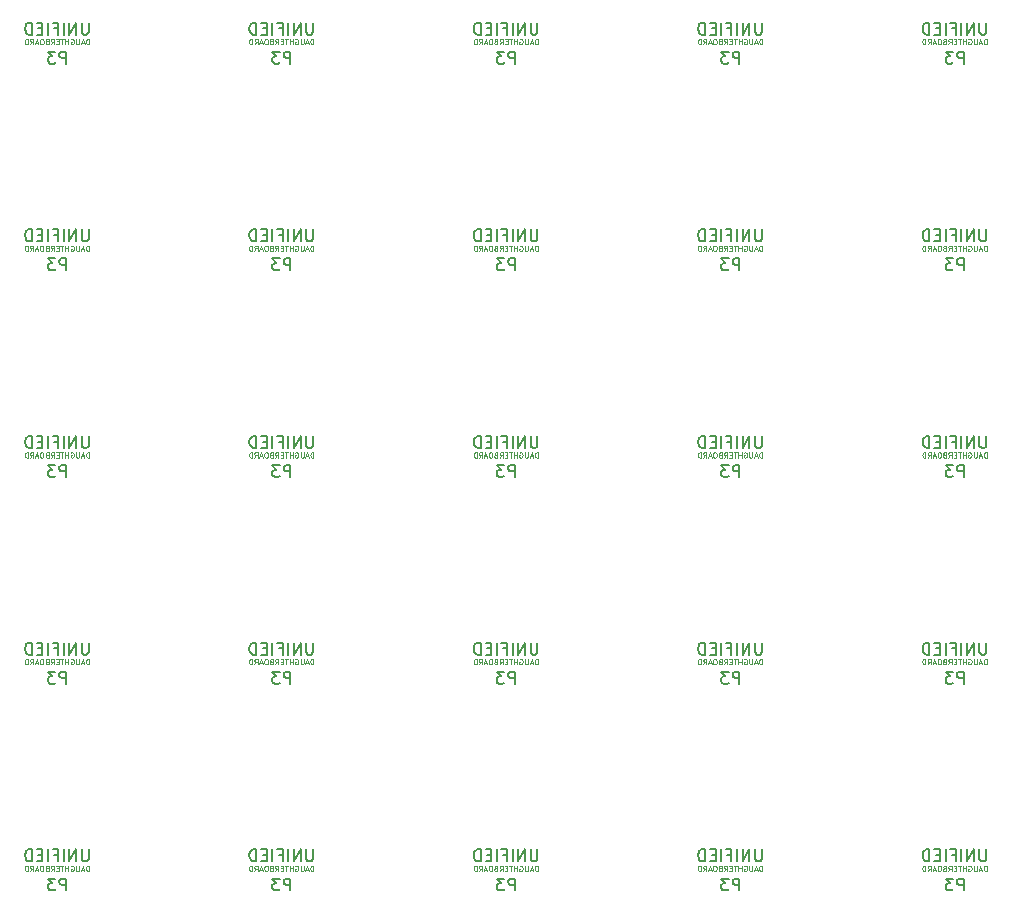
<source format=gbo>
G04 #@! TF.GenerationSoftware,KiCad,Pcbnew,(5.1.10-1-10_14)*
G04 #@! TF.CreationDate,2021-10-31T15:09:39+01:00*
G04 #@! TF.ProjectId,panel,70616e65-6c2e-46b6-9963-61645f706362,C3*
G04 #@! TF.SameCoordinates,Original*
G04 #@! TF.FileFunction,Legend,Bot*
G04 #@! TF.FilePolarity,Positive*
%FSLAX46Y46*%
G04 Gerber Fmt 4.6, Leading zero omitted, Abs format (unit mm)*
G04 Created by KiCad (PCBNEW (5.1.10-1-10_14)) date 2021-10-31 15:09:39*
%MOMM*%
%LPD*%
G01*
G04 APERTURE LIST*
%ADD10C,0.150000*%
%ADD11C,0.100000*%
%ADD12C,0.500000*%
%ADD13C,2.600000*%
%ADD14C,4.400000*%
%ADD15O,1.000000X2.100000*%
%ADD16C,0.650000*%
%ADD17O,1.000000X1.600000*%
%ADD18C,2.100000*%
G04 APERTURE END LIST*
D10*
X102640166Y-99395380D02*
X102640166Y-100204904D01*
X102592547Y-100300142D01*
X102544928Y-100347761D01*
X102449690Y-100395380D01*
X102259214Y-100395380D01*
X102163976Y-100347761D01*
X102116357Y-100300142D01*
X102068738Y-100204904D01*
X102068738Y-99395380D01*
X101592547Y-100395380D02*
X101592547Y-99395380D01*
X101021119Y-100395380D01*
X101021119Y-99395380D01*
X100544928Y-100395380D02*
X100544928Y-99395380D01*
X99735404Y-99871571D02*
X100068738Y-99871571D01*
X100068738Y-100395380D02*
X100068738Y-99395380D01*
X99592547Y-99395380D01*
X99211595Y-100395380D02*
X99211595Y-99395380D01*
X98735404Y-99871571D02*
X98402071Y-99871571D01*
X98259214Y-100395380D02*
X98735404Y-100395380D01*
X98735404Y-99395380D01*
X98259214Y-99395380D01*
X97830642Y-100395380D02*
X97830642Y-99395380D01*
X97592547Y-99395380D01*
X97449690Y-99443000D01*
X97354452Y-99538238D01*
X97306833Y-99633476D01*
X97259214Y-99823952D01*
X97259214Y-99966809D01*
X97306833Y-100157285D01*
X97354452Y-100252523D01*
X97449690Y-100347761D01*
X97592547Y-100395380D01*
X97830642Y-100395380D01*
D11*
X102684214Y-101221571D02*
X102684214Y-100771571D01*
X102577071Y-100771571D01*
X102512785Y-100793000D01*
X102469928Y-100835857D01*
X102448500Y-100878714D01*
X102427071Y-100964428D01*
X102427071Y-101028714D01*
X102448500Y-101114428D01*
X102469928Y-101157285D01*
X102512785Y-101200142D01*
X102577071Y-101221571D01*
X102684214Y-101221571D01*
X102255642Y-101093000D02*
X102041357Y-101093000D01*
X102298500Y-101221571D02*
X102148500Y-100771571D01*
X101998500Y-101221571D01*
X101848500Y-100771571D02*
X101848500Y-101135857D01*
X101827071Y-101178714D01*
X101805642Y-101200142D01*
X101762785Y-101221571D01*
X101677071Y-101221571D01*
X101634214Y-101200142D01*
X101612785Y-101178714D01*
X101591357Y-101135857D01*
X101591357Y-100771571D01*
X101141357Y-100793000D02*
X101184214Y-100771571D01*
X101248500Y-100771571D01*
X101312785Y-100793000D01*
X101355642Y-100835857D01*
X101377071Y-100878714D01*
X101398500Y-100964428D01*
X101398500Y-101028714D01*
X101377071Y-101114428D01*
X101355642Y-101157285D01*
X101312785Y-101200142D01*
X101248500Y-101221571D01*
X101205642Y-101221571D01*
X101141357Y-101200142D01*
X101119928Y-101178714D01*
X101119928Y-101028714D01*
X101205642Y-101028714D01*
X100927071Y-101221571D02*
X100927071Y-100771571D01*
X100927071Y-100985857D02*
X100669928Y-100985857D01*
X100669928Y-101221571D02*
X100669928Y-100771571D01*
X100519928Y-100771571D02*
X100262785Y-100771571D01*
X100391357Y-101221571D02*
X100391357Y-100771571D01*
X100112785Y-100985857D02*
X99962785Y-100985857D01*
X99898500Y-101221571D02*
X100112785Y-101221571D01*
X100112785Y-100771571D01*
X99898500Y-100771571D01*
X99448500Y-101221571D02*
X99598500Y-101007285D01*
X99705642Y-101221571D02*
X99705642Y-100771571D01*
X99534214Y-100771571D01*
X99491357Y-100793000D01*
X99469928Y-100814428D01*
X99448500Y-100857285D01*
X99448500Y-100921571D01*
X99469928Y-100964428D01*
X99491357Y-100985857D01*
X99534214Y-101007285D01*
X99705642Y-101007285D01*
X99105642Y-100985857D02*
X99041357Y-101007285D01*
X99019928Y-101028714D01*
X98998500Y-101071571D01*
X98998500Y-101135857D01*
X99019928Y-101178714D01*
X99041357Y-101200142D01*
X99084214Y-101221571D01*
X99255642Y-101221571D01*
X99255642Y-100771571D01*
X99105642Y-100771571D01*
X99062785Y-100793000D01*
X99041357Y-100814428D01*
X99019928Y-100857285D01*
X99019928Y-100900142D01*
X99041357Y-100943000D01*
X99062785Y-100964428D01*
X99105642Y-100985857D01*
X99255642Y-100985857D01*
X98719928Y-100771571D02*
X98634214Y-100771571D01*
X98591357Y-100793000D01*
X98548500Y-100835857D01*
X98527071Y-100921571D01*
X98527071Y-101071571D01*
X98548500Y-101157285D01*
X98591357Y-101200142D01*
X98634214Y-101221571D01*
X98719928Y-101221571D01*
X98762785Y-101200142D01*
X98805642Y-101157285D01*
X98827071Y-101071571D01*
X98827071Y-100921571D01*
X98805642Y-100835857D01*
X98762785Y-100793000D01*
X98719928Y-100771571D01*
X98355642Y-101093000D02*
X98141357Y-101093000D01*
X98398500Y-101221571D02*
X98248500Y-100771571D01*
X98098500Y-101221571D01*
X97691357Y-101221571D02*
X97841357Y-101007285D01*
X97948500Y-101221571D02*
X97948500Y-100771571D01*
X97777071Y-100771571D01*
X97734214Y-100793000D01*
X97712785Y-100814428D01*
X97691357Y-100857285D01*
X97691357Y-100921571D01*
X97712785Y-100964428D01*
X97734214Y-100985857D01*
X97777071Y-101007285D01*
X97948500Y-101007285D01*
X97498500Y-101221571D02*
X97498500Y-100771571D01*
X97391357Y-100771571D01*
X97327071Y-100793000D01*
X97284214Y-100835857D01*
X97262785Y-100878714D01*
X97241357Y-100964428D01*
X97241357Y-101028714D01*
X97262785Y-101114428D01*
X97284214Y-101157285D01*
X97327071Y-101200142D01*
X97391357Y-101221571D01*
X97498500Y-101221571D01*
D10*
X100736595Y-102857880D02*
X100736595Y-101857880D01*
X100355642Y-101857880D01*
X100260404Y-101905500D01*
X100212785Y-101953119D01*
X100165166Y-102048357D01*
X100165166Y-102191214D01*
X100212785Y-102286452D01*
X100260404Y-102334071D01*
X100355642Y-102381690D01*
X100736595Y-102381690D01*
X99831833Y-101857880D02*
X99212785Y-101857880D01*
X99546119Y-102238833D01*
X99403261Y-102238833D01*
X99308023Y-102286452D01*
X99260404Y-102334071D01*
X99212785Y-102429309D01*
X99212785Y-102667404D01*
X99260404Y-102762642D01*
X99308023Y-102810261D01*
X99403261Y-102857880D01*
X99688976Y-102857880D01*
X99784214Y-102810261D01*
X99831833Y-102762642D01*
X83640166Y-99395380D02*
X83640166Y-100204904D01*
X83592547Y-100300142D01*
X83544928Y-100347761D01*
X83449690Y-100395380D01*
X83259214Y-100395380D01*
X83163976Y-100347761D01*
X83116357Y-100300142D01*
X83068738Y-100204904D01*
X83068738Y-99395380D01*
X82592547Y-100395380D02*
X82592547Y-99395380D01*
X82021119Y-100395380D01*
X82021119Y-99395380D01*
X81544928Y-100395380D02*
X81544928Y-99395380D01*
X80735404Y-99871571D02*
X81068738Y-99871571D01*
X81068738Y-100395380D02*
X81068738Y-99395380D01*
X80592547Y-99395380D01*
X80211595Y-100395380D02*
X80211595Y-99395380D01*
X79735404Y-99871571D02*
X79402071Y-99871571D01*
X79259214Y-100395380D02*
X79735404Y-100395380D01*
X79735404Y-99395380D01*
X79259214Y-99395380D01*
X78830642Y-100395380D02*
X78830642Y-99395380D01*
X78592547Y-99395380D01*
X78449690Y-99443000D01*
X78354452Y-99538238D01*
X78306833Y-99633476D01*
X78259214Y-99823952D01*
X78259214Y-99966809D01*
X78306833Y-100157285D01*
X78354452Y-100252523D01*
X78449690Y-100347761D01*
X78592547Y-100395380D01*
X78830642Y-100395380D01*
D11*
X83684214Y-101221571D02*
X83684214Y-100771571D01*
X83577071Y-100771571D01*
X83512785Y-100793000D01*
X83469928Y-100835857D01*
X83448500Y-100878714D01*
X83427071Y-100964428D01*
X83427071Y-101028714D01*
X83448500Y-101114428D01*
X83469928Y-101157285D01*
X83512785Y-101200142D01*
X83577071Y-101221571D01*
X83684214Y-101221571D01*
X83255642Y-101093000D02*
X83041357Y-101093000D01*
X83298500Y-101221571D02*
X83148500Y-100771571D01*
X82998500Y-101221571D01*
X82848500Y-100771571D02*
X82848500Y-101135857D01*
X82827071Y-101178714D01*
X82805642Y-101200142D01*
X82762785Y-101221571D01*
X82677071Y-101221571D01*
X82634214Y-101200142D01*
X82612785Y-101178714D01*
X82591357Y-101135857D01*
X82591357Y-100771571D01*
X82141357Y-100793000D02*
X82184214Y-100771571D01*
X82248500Y-100771571D01*
X82312785Y-100793000D01*
X82355642Y-100835857D01*
X82377071Y-100878714D01*
X82398500Y-100964428D01*
X82398500Y-101028714D01*
X82377071Y-101114428D01*
X82355642Y-101157285D01*
X82312785Y-101200142D01*
X82248500Y-101221571D01*
X82205642Y-101221571D01*
X82141357Y-101200142D01*
X82119928Y-101178714D01*
X82119928Y-101028714D01*
X82205642Y-101028714D01*
X81927071Y-101221571D02*
X81927071Y-100771571D01*
X81927071Y-100985857D02*
X81669928Y-100985857D01*
X81669928Y-101221571D02*
X81669928Y-100771571D01*
X81519928Y-100771571D02*
X81262785Y-100771571D01*
X81391357Y-101221571D02*
X81391357Y-100771571D01*
X81112785Y-100985857D02*
X80962785Y-100985857D01*
X80898500Y-101221571D02*
X81112785Y-101221571D01*
X81112785Y-100771571D01*
X80898500Y-100771571D01*
X80448500Y-101221571D02*
X80598500Y-101007285D01*
X80705642Y-101221571D02*
X80705642Y-100771571D01*
X80534214Y-100771571D01*
X80491357Y-100793000D01*
X80469928Y-100814428D01*
X80448500Y-100857285D01*
X80448500Y-100921571D01*
X80469928Y-100964428D01*
X80491357Y-100985857D01*
X80534214Y-101007285D01*
X80705642Y-101007285D01*
X80105642Y-100985857D02*
X80041357Y-101007285D01*
X80019928Y-101028714D01*
X79998500Y-101071571D01*
X79998500Y-101135857D01*
X80019928Y-101178714D01*
X80041357Y-101200142D01*
X80084214Y-101221571D01*
X80255642Y-101221571D01*
X80255642Y-100771571D01*
X80105642Y-100771571D01*
X80062785Y-100793000D01*
X80041357Y-100814428D01*
X80019928Y-100857285D01*
X80019928Y-100900142D01*
X80041357Y-100943000D01*
X80062785Y-100964428D01*
X80105642Y-100985857D01*
X80255642Y-100985857D01*
X79719928Y-100771571D02*
X79634214Y-100771571D01*
X79591357Y-100793000D01*
X79548500Y-100835857D01*
X79527071Y-100921571D01*
X79527071Y-101071571D01*
X79548500Y-101157285D01*
X79591357Y-101200142D01*
X79634214Y-101221571D01*
X79719928Y-101221571D01*
X79762785Y-101200142D01*
X79805642Y-101157285D01*
X79827071Y-101071571D01*
X79827071Y-100921571D01*
X79805642Y-100835857D01*
X79762785Y-100793000D01*
X79719928Y-100771571D01*
X79355642Y-101093000D02*
X79141357Y-101093000D01*
X79398500Y-101221571D02*
X79248500Y-100771571D01*
X79098500Y-101221571D01*
X78691357Y-101221571D02*
X78841357Y-101007285D01*
X78948500Y-101221571D02*
X78948500Y-100771571D01*
X78777071Y-100771571D01*
X78734214Y-100793000D01*
X78712785Y-100814428D01*
X78691357Y-100857285D01*
X78691357Y-100921571D01*
X78712785Y-100964428D01*
X78734214Y-100985857D01*
X78777071Y-101007285D01*
X78948500Y-101007285D01*
X78498500Y-101221571D02*
X78498500Y-100771571D01*
X78391357Y-100771571D01*
X78327071Y-100793000D01*
X78284214Y-100835857D01*
X78262785Y-100878714D01*
X78241357Y-100964428D01*
X78241357Y-101028714D01*
X78262785Y-101114428D01*
X78284214Y-101157285D01*
X78327071Y-101200142D01*
X78391357Y-101221571D01*
X78498500Y-101221571D01*
D10*
X81736595Y-102857880D02*
X81736595Y-101857880D01*
X81355642Y-101857880D01*
X81260404Y-101905500D01*
X81212785Y-101953119D01*
X81165166Y-102048357D01*
X81165166Y-102191214D01*
X81212785Y-102286452D01*
X81260404Y-102334071D01*
X81355642Y-102381690D01*
X81736595Y-102381690D01*
X80831833Y-101857880D02*
X80212785Y-101857880D01*
X80546119Y-102238833D01*
X80403261Y-102238833D01*
X80308023Y-102286452D01*
X80260404Y-102334071D01*
X80212785Y-102429309D01*
X80212785Y-102667404D01*
X80260404Y-102762642D01*
X80308023Y-102810261D01*
X80403261Y-102857880D01*
X80688976Y-102857880D01*
X80784214Y-102810261D01*
X80831833Y-102762642D01*
X64640166Y-99395380D02*
X64640166Y-100204904D01*
X64592547Y-100300142D01*
X64544928Y-100347761D01*
X64449690Y-100395380D01*
X64259214Y-100395380D01*
X64163976Y-100347761D01*
X64116357Y-100300142D01*
X64068738Y-100204904D01*
X64068738Y-99395380D01*
X63592547Y-100395380D02*
X63592547Y-99395380D01*
X63021119Y-100395380D01*
X63021119Y-99395380D01*
X62544928Y-100395380D02*
X62544928Y-99395380D01*
X61735404Y-99871571D02*
X62068738Y-99871571D01*
X62068738Y-100395380D02*
X62068738Y-99395380D01*
X61592547Y-99395380D01*
X61211595Y-100395380D02*
X61211595Y-99395380D01*
X60735404Y-99871571D02*
X60402071Y-99871571D01*
X60259214Y-100395380D02*
X60735404Y-100395380D01*
X60735404Y-99395380D01*
X60259214Y-99395380D01*
X59830642Y-100395380D02*
X59830642Y-99395380D01*
X59592547Y-99395380D01*
X59449690Y-99443000D01*
X59354452Y-99538238D01*
X59306833Y-99633476D01*
X59259214Y-99823952D01*
X59259214Y-99966809D01*
X59306833Y-100157285D01*
X59354452Y-100252523D01*
X59449690Y-100347761D01*
X59592547Y-100395380D01*
X59830642Y-100395380D01*
D11*
X64684214Y-101221571D02*
X64684214Y-100771571D01*
X64577071Y-100771571D01*
X64512785Y-100793000D01*
X64469928Y-100835857D01*
X64448500Y-100878714D01*
X64427071Y-100964428D01*
X64427071Y-101028714D01*
X64448500Y-101114428D01*
X64469928Y-101157285D01*
X64512785Y-101200142D01*
X64577071Y-101221571D01*
X64684214Y-101221571D01*
X64255642Y-101093000D02*
X64041357Y-101093000D01*
X64298500Y-101221571D02*
X64148500Y-100771571D01*
X63998500Y-101221571D01*
X63848500Y-100771571D02*
X63848500Y-101135857D01*
X63827071Y-101178714D01*
X63805642Y-101200142D01*
X63762785Y-101221571D01*
X63677071Y-101221571D01*
X63634214Y-101200142D01*
X63612785Y-101178714D01*
X63591357Y-101135857D01*
X63591357Y-100771571D01*
X63141357Y-100793000D02*
X63184214Y-100771571D01*
X63248500Y-100771571D01*
X63312785Y-100793000D01*
X63355642Y-100835857D01*
X63377071Y-100878714D01*
X63398500Y-100964428D01*
X63398500Y-101028714D01*
X63377071Y-101114428D01*
X63355642Y-101157285D01*
X63312785Y-101200142D01*
X63248500Y-101221571D01*
X63205642Y-101221571D01*
X63141357Y-101200142D01*
X63119928Y-101178714D01*
X63119928Y-101028714D01*
X63205642Y-101028714D01*
X62927071Y-101221571D02*
X62927071Y-100771571D01*
X62927071Y-100985857D02*
X62669928Y-100985857D01*
X62669928Y-101221571D02*
X62669928Y-100771571D01*
X62519928Y-100771571D02*
X62262785Y-100771571D01*
X62391357Y-101221571D02*
X62391357Y-100771571D01*
X62112785Y-100985857D02*
X61962785Y-100985857D01*
X61898500Y-101221571D02*
X62112785Y-101221571D01*
X62112785Y-100771571D01*
X61898500Y-100771571D01*
X61448500Y-101221571D02*
X61598500Y-101007285D01*
X61705642Y-101221571D02*
X61705642Y-100771571D01*
X61534214Y-100771571D01*
X61491357Y-100793000D01*
X61469928Y-100814428D01*
X61448500Y-100857285D01*
X61448500Y-100921571D01*
X61469928Y-100964428D01*
X61491357Y-100985857D01*
X61534214Y-101007285D01*
X61705642Y-101007285D01*
X61105642Y-100985857D02*
X61041357Y-101007285D01*
X61019928Y-101028714D01*
X60998500Y-101071571D01*
X60998500Y-101135857D01*
X61019928Y-101178714D01*
X61041357Y-101200142D01*
X61084214Y-101221571D01*
X61255642Y-101221571D01*
X61255642Y-100771571D01*
X61105642Y-100771571D01*
X61062785Y-100793000D01*
X61041357Y-100814428D01*
X61019928Y-100857285D01*
X61019928Y-100900142D01*
X61041357Y-100943000D01*
X61062785Y-100964428D01*
X61105642Y-100985857D01*
X61255642Y-100985857D01*
X60719928Y-100771571D02*
X60634214Y-100771571D01*
X60591357Y-100793000D01*
X60548500Y-100835857D01*
X60527071Y-100921571D01*
X60527071Y-101071571D01*
X60548500Y-101157285D01*
X60591357Y-101200142D01*
X60634214Y-101221571D01*
X60719928Y-101221571D01*
X60762785Y-101200142D01*
X60805642Y-101157285D01*
X60827071Y-101071571D01*
X60827071Y-100921571D01*
X60805642Y-100835857D01*
X60762785Y-100793000D01*
X60719928Y-100771571D01*
X60355642Y-101093000D02*
X60141357Y-101093000D01*
X60398500Y-101221571D02*
X60248500Y-100771571D01*
X60098500Y-101221571D01*
X59691357Y-101221571D02*
X59841357Y-101007285D01*
X59948500Y-101221571D02*
X59948500Y-100771571D01*
X59777071Y-100771571D01*
X59734214Y-100793000D01*
X59712785Y-100814428D01*
X59691357Y-100857285D01*
X59691357Y-100921571D01*
X59712785Y-100964428D01*
X59734214Y-100985857D01*
X59777071Y-101007285D01*
X59948500Y-101007285D01*
X59498500Y-101221571D02*
X59498500Y-100771571D01*
X59391357Y-100771571D01*
X59327071Y-100793000D01*
X59284214Y-100835857D01*
X59262785Y-100878714D01*
X59241357Y-100964428D01*
X59241357Y-101028714D01*
X59262785Y-101114428D01*
X59284214Y-101157285D01*
X59327071Y-101200142D01*
X59391357Y-101221571D01*
X59498500Y-101221571D01*
D10*
X62736595Y-102857880D02*
X62736595Y-101857880D01*
X62355642Y-101857880D01*
X62260404Y-101905500D01*
X62212785Y-101953119D01*
X62165166Y-102048357D01*
X62165166Y-102191214D01*
X62212785Y-102286452D01*
X62260404Y-102334071D01*
X62355642Y-102381690D01*
X62736595Y-102381690D01*
X61831833Y-101857880D02*
X61212785Y-101857880D01*
X61546119Y-102238833D01*
X61403261Y-102238833D01*
X61308023Y-102286452D01*
X61260404Y-102334071D01*
X61212785Y-102429309D01*
X61212785Y-102667404D01*
X61260404Y-102762642D01*
X61308023Y-102810261D01*
X61403261Y-102857880D01*
X61688976Y-102857880D01*
X61784214Y-102810261D01*
X61831833Y-102762642D01*
X45640166Y-99395380D02*
X45640166Y-100204904D01*
X45592547Y-100300142D01*
X45544928Y-100347761D01*
X45449690Y-100395380D01*
X45259214Y-100395380D01*
X45163976Y-100347761D01*
X45116357Y-100300142D01*
X45068738Y-100204904D01*
X45068738Y-99395380D01*
X44592547Y-100395380D02*
X44592547Y-99395380D01*
X44021119Y-100395380D01*
X44021119Y-99395380D01*
X43544928Y-100395380D02*
X43544928Y-99395380D01*
X42735404Y-99871571D02*
X43068738Y-99871571D01*
X43068738Y-100395380D02*
X43068738Y-99395380D01*
X42592547Y-99395380D01*
X42211595Y-100395380D02*
X42211595Y-99395380D01*
X41735404Y-99871571D02*
X41402071Y-99871571D01*
X41259214Y-100395380D02*
X41735404Y-100395380D01*
X41735404Y-99395380D01*
X41259214Y-99395380D01*
X40830642Y-100395380D02*
X40830642Y-99395380D01*
X40592547Y-99395380D01*
X40449690Y-99443000D01*
X40354452Y-99538238D01*
X40306833Y-99633476D01*
X40259214Y-99823952D01*
X40259214Y-99966809D01*
X40306833Y-100157285D01*
X40354452Y-100252523D01*
X40449690Y-100347761D01*
X40592547Y-100395380D01*
X40830642Y-100395380D01*
D11*
X45684214Y-101221571D02*
X45684214Y-100771571D01*
X45577071Y-100771571D01*
X45512785Y-100793000D01*
X45469928Y-100835857D01*
X45448500Y-100878714D01*
X45427071Y-100964428D01*
X45427071Y-101028714D01*
X45448500Y-101114428D01*
X45469928Y-101157285D01*
X45512785Y-101200142D01*
X45577071Y-101221571D01*
X45684214Y-101221571D01*
X45255642Y-101093000D02*
X45041357Y-101093000D01*
X45298500Y-101221571D02*
X45148500Y-100771571D01*
X44998500Y-101221571D01*
X44848500Y-100771571D02*
X44848500Y-101135857D01*
X44827071Y-101178714D01*
X44805642Y-101200142D01*
X44762785Y-101221571D01*
X44677071Y-101221571D01*
X44634214Y-101200142D01*
X44612785Y-101178714D01*
X44591357Y-101135857D01*
X44591357Y-100771571D01*
X44141357Y-100793000D02*
X44184214Y-100771571D01*
X44248500Y-100771571D01*
X44312785Y-100793000D01*
X44355642Y-100835857D01*
X44377071Y-100878714D01*
X44398500Y-100964428D01*
X44398500Y-101028714D01*
X44377071Y-101114428D01*
X44355642Y-101157285D01*
X44312785Y-101200142D01*
X44248500Y-101221571D01*
X44205642Y-101221571D01*
X44141357Y-101200142D01*
X44119928Y-101178714D01*
X44119928Y-101028714D01*
X44205642Y-101028714D01*
X43927071Y-101221571D02*
X43927071Y-100771571D01*
X43927071Y-100985857D02*
X43669928Y-100985857D01*
X43669928Y-101221571D02*
X43669928Y-100771571D01*
X43519928Y-100771571D02*
X43262785Y-100771571D01*
X43391357Y-101221571D02*
X43391357Y-100771571D01*
X43112785Y-100985857D02*
X42962785Y-100985857D01*
X42898500Y-101221571D02*
X43112785Y-101221571D01*
X43112785Y-100771571D01*
X42898500Y-100771571D01*
X42448500Y-101221571D02*
X42598500Y-101007285D01*
X42705642Y-101221571D02*
X42705642Y-100771571D01*
X42534214Y-100771571D01*
X42491357Y-100793000D01*
X42469928Y-100814428D01*
X42448500Y-100857285D01*
X42448500Y-100921571D01*
X42469928Y-100964428D01*
X42491357Y-100985857D01*
X42534214Y-101007285D01*
X42705642Y-101007285D01*
X42105642Y-100985857D02*
X42041357Y-101007285D01*
X42019928Y-101028714D01*
X41998500Y-101071571D01*
X41998500Y-101135857D01*
X42019928Y-101178714D01*
X42041357Y-101200142D01*
X42084214Y-101221571D01*
X42255642Y-101221571D01*
X42255642Y-100771571D01*
X42105642Y-100771571D01*
X42062785Y-100793000D01*
X42041357Y-100814428D01*
X42019928Y-100857285D01*
X42019928Y-100900142D01*
X42041357Y-100943000D01*
X42062785Y-100964428D01*
X42105642Y-100985857D01*
X42255642Y-100985857D01*
X41719928Y-100771571D02*
X41634214Y-100771571D01*
X41591357Y-100793000D01*
X41548500Y-100835857D01*
X41527071Y-100921571D01*
X41527071Y-101071571D01*
X41548500Y-101157285D01*
X41591357Y-101200142D01*
X41634214Y-101221571D01*
X41719928Y-101221571D01*
X41762785Y-101200142D01*
X41805642Y-101157285D01*
X41827071Y-101071571D01*
X41827071Y-100921571D01*
X41805642Y-100835857D01*
X41762785Y-100793000D01*
X41719928Y-100771571D01*
X41355642Y-101093000D02*
X41141357Y-101093000D01*
X41398500Y-101221571D02*
X41248500Y-100771571D01*
X41098500Y-101221571D01*
X40691357Y-101221571D02*
X40841357Y-101007285D01*
X40948500Y-101221571D02*
X40948500Y-100771571D01*
X40777071Y-100771571D01*
X40734214Y-100793000D01*
X40712785Y-100814428D01*
X40691357Y-100857285D01*
X40691357Y-100921571D01*
X40712785Y-100964428D01*
X40734214Y-100985857D01*
X40777071Y-101007285D01*
X40948500Y-101007285D01*
X40498500Y-101221571D02*
X40498500Y-100771571D01*
X40391357Y-100771571D01*
X40327071Y-100793000D01*
X40284214Y-100835857D01*
X40262785Y-100878714D01*
X40241357Y-100964428D01*
X40241357Y-101028714D01*
X40262785Y-101114428D01*
X40284214Y-101157285D01*
X40327071Y-101200142D01*
X40391357Y-101221571D01*
X40498500Y-101221571D01*
D10*
X43736595Y-102857880D02*
X43736595Y-101857880D01*
X43355642Y-101857880D01*
X43260404Y-101905500D01*
X43212785Y-101953119D01*
X43165166Y-102048357D01*
X43165166Y-102191214D01*
X43212785Y-102286452D01*
X43260404Y-102334071D01*
X43355642Y-102381690D01*
X43736595Y-102381690D01*
X42831833Y-101857880D02*
X42212785Y-101857880D01*
X42546119Y-102238833D01*
X42403261Y-102238833D01*
X42308023Y-102286452D01*
X42260404Y-102334071D01*
X42212785Y-102429309D01*
X42212785Y-102667404D01*
X42260404Y-102762642D01*
X42308023Y-102810261D01*
X42403261Y-102857880D01*
X42688976Y-102857880D01*
X42784214Y-102810261D01*
X42831833Y-102762642D01*
D11*
X26684214Y-101221571D02*
X26684214Y-100771571D01*
X26577071Y-100771571D01*
X26512785Y-100793000D01*
X26469928Y-100835857D01*
X26448500Y-100878714D01*
X26427071Y-100964428D01*
X26427071Y-101028714D01*
X26448500Y-101114428D01*
X26469928Y-101157285D01*
X26512785Y-101200142D01*
X26577071Y-101221571D01*
X26684214Y-101221571D01*
X26255642Y-101093000D02*
X26041357Y-101093000D01*
X26298500Y-101221571D02*
X26148500Y-100771571D01*
X25998500Y-101221571D01*
X25848500Y-100771571D02*
X25848500Y-101135857D01*
X25827071Y-101178714D01*
X25805642Y-101200142D01*
X25762785Y-101221571D01*
X25677071Y-101221571D01*
X25634214Y-101200142D01*
X25612785Y-101178714D01*
X25591357Y-101135857D01*
X25591357Y-100771571D01*
X25141357Y-100793000D02*
X25184214Y-100771571D01*
X25248500Y-100771571D01*
X25312785Y-100793000D01*
X25355642Y-100835857D01*
X25377071Y-100878714D01*
X25398500Y-100964428D01*
X25398500Y-101028714D01*
X25377071Y-101114428D01*
X25355642Y-101157285D01*
X25312785Y-101200142D01*
X25248500Y-101221571D01*
X25205642Y-101221571D01*
X25141357Y-101200142D01*
X25119928Y-101178714D01*
X25119928Y-101028714D01*
X25205642Y-101028714D01*
X24927071Y-101221571D02*
X24927071Y-100771571D01*
X24927071Y-100985857D02*
X24669928Y-100985857D01*
X24669928Y-101221571D02*
X24669928Y-100771571D01*
X24519928Y-100771571D02*
X24262785Y-100771571D01*
X24391357Y-101221571D02*
X24391357Y-100771571D01*
X24112785Y-100985857D02*
X23962785Y-100985857D01*
X23898500Y-101221571D02*
X24112785Y-101221571D01*
X24112785Y-100771571D01*
X23898500Y-100771571D01*
X23448500Y-101221571D02*
X23598500Y-101007285D01*
X23705642Y-101221571D02*
X23705642Y-100771571D01*
X23534214Y-100771571D01*
X23491357Y-100793000D01*
X23469928Y-100814428D01*
X23448500Y-100857285D01*
X23448500Y-100921571D01*
X23469928Y-100964428D01*
X23491357Y-100985857D01*
X23534214Y-101007285D01*
X23705642Y-101007285D01*
X23105642Y-100985857D02*
X23041357Y-101007285D01*
X23019928Y-101028714D01*
X22998500Y-101071571D01*
X22998500Y-101135857D01*
X23019928Y-101178714D01*
X23041357Y-101200142D01*
X23084214Y-101221571D01*
X23255642Y-101221571D01*
X23255642Y-100771571D01*
X23105642Y-100771571D01*
X23062785Y-100793000D01*
X23041357Y-100814428D01*
X23019928Y-100857285D01*
X23019928Y-100900142D01*
X23041357Y-100943000D01*
X23062785Y-100964428D01*
X23105642Y-100985857D01*
X23255642Y-100985857D01*
X22719928Y-100771571D02*
X22634214Y-100771571D01*
X22591357Y-100793000D01*
X22548500Y-100835857D01*
X22527071Y-100921571D01*
X22527071Y-101071571D01*
X22548500Y-101157285D01*
X22591357Y-101200142D01*
X22634214Y-101221571D01*
X22719928Y-101221571D01*
X22762785Y-101200142D01*
X22805642Y-101157285D01*
X22827071Y-101071571D01*
X22827071Y-100921571D01*
X22805642Y-100835857D01*
X22762785Y-100793000D01*
X22719928Y-100771571D01*
X22355642Y-101093000D02*
X22141357Y-101093000D01*
X22398500Y-101221571D02*
X22248500Y-100771571D01*
X22098500Y-101221571D01*
X21691357Y-101221571D02*
X21841357Y-101007285D01*
X21948500Y-101221571D02*
X21948500Y-100771571D01*
X21777071Y-100771571D01*
X21734214Y-100793000D01*
X21712785Y-100814428D01*
X21691357Y-100857285D01*
X21691357Y-100921571D01*
X21712785Y-100964428D01*
X21734214Y-100985857D01*
X21777071Y-101007285D01*
X21948500Y-101007285D01*
X21498500Y-101221571D02*
X21498500Y-100771571D01*
X21391357Y-100771571D01*
X21327071Y-100793000D01*
X21284214Y-100835857D01*
X21262785Y-100878714D01*
X21241357Y-100964428D01*
X21241357Y-101028714D01*
X21262785Y-101114428D01*
X21284214Y-101157285D01*
X21327071Y-101200142D01*
X21391357Y-101221571D01*
X21498500Y-101221571D01*
D10*
X26640166Y-99395380D02*
X26640166Y-100204904D01*
X26592547Y-100300142D01*
X26544928Y-100347761D01*
X26449690Y-100395380D01*
X26259214Y-100395380D01*
X26163976Y-100347761D01*
X26116357Y-100300142D01*
X26068738Y-100204904D01*
X26068738Y-99395380D01*
X25592547Y-100395380D02*
X25592547Y-99395380D01*
X25021119Y-100395380D01*
X25021119Y-99395380D01*
X24544928Y-100395380D02*
X24544928Y-99395380D01*
X23735404Y-99871571D02*
X24068738Y-99871571D01*
X24068738Y-100395380D02*
X24068738Y-99395380D01*
X23592547Y-99395380D01*
X23211595Y-100395380D02*
X23211595Y-99395380D01*
X22735404Y-99871571D02*
X22402071Y-99871571D01*
X22259214Y-100395380D02*
X22735404Y-100395380D01*
X22735404Y-99395380D01*
X22259214Y-99395380D01*
X21830642Y-100395380D02*
X21830642Y-99395380D01*
X21592547Y-99395380D01*
X21449690Y-99443000D01*
X21354452Y-99538238D01*
X21306833Y-99633476D01*
X21259214Y-99823952D01*
X21259214Y-99966809D01*
X21306833Y-100157285D01*
X21354452Y-100252523D01*
X21449690Y-100347761D01*
X21592547Y-100395380D01*
X21830642Y-100395380D01*
X24736595Y-102857880D02*
X24736595Y-101857880D01*
X24355642Y-101857880D01*
X24260404Y-101905500D01*
X24212785Y-101953119D01*
X24165166Y-102048357D01*
X24165166Y-102191214D01*
X24212785Y-102286452D01*
X24260404Y-102334071D01*
X24355642Y-102381690D01*
X24736595Y-102381690D01*
X23831833Y-101857880D02*
X23212785Y-101857880D01*
X23546119Y-102238833D01*
X23403261Y-102238833D01*
X23308023Y-102286452D01*
X23260404Y-102334071D01*
X23212785Y-102429309D01*
X23212785Y-102667404D01*
X23260404Y-102762642D01*
X23308023Y-102810261D01*
X23403261Y-102857880D01*
X23688976Y-102857880D01*
X23784214Y-102810261D01*
X23831833Y-102762642D01*
X102640166Y-81895380D02*
X102640166Y-82704904D01*
X102592547Y-82800142D01*
X102544928Y-82847761D01*
X102449690Y-82895380D01*
X102259214Y-82895380D01*
X102163976Y-82847761D01*
X102116357Y-82800142D01*
X102068738Y-82704904D01*
X102068738Y-81895380D01*
X101592547Y-82895380D02*
X101592547Y-81895380D01*
X101021119Y-82895380D01*
X101021119Y-81895380D01*
X100544928Y-82895380D02*
X100544928Y-81895380D01*
X99735404Y-82371571D02*
X100068738Y-82371571D01*
X100068738Y-82895380D02*
X100068738Y-81895380D01*
X99592547Y-81895380D01*
X99211595Y-82895380D02*
X99211595Y-81895380D01*
X98735404Y-82371571D02*
X98402071Y-82371571D01*
X98259214Y-82895380D02*
X98735404Y-82895380D01*
X98735404Y-81895380D01*
X98259214Y-81895380D01*
X97830642Y-82895380D02*
X97830642Y-81895380D01*
X97592547Y-81895380D01*
X97449690Y-81943000D01*
X97354452Y-82038238D01*
X97306833Y-82133476D01*
X97259214Y-82323952D01*
X97259214Y-82466809D01*
X97306833Y-82657285D01*
X97354452Y-82752523D01*
X97449690Y-82847761D01*
X97592547Y-82895380D01*
X97830642Y-82895380D01*
D11*
X102684214Y-83721571D02*
X102684214Y-83271571D01*
X102577071Y-83271571D01*
X102512785Y-83293000D01*
X102469928Y-83335857D01*
X102448500Y-83378714D01*
X102427071Y-83464428D01*
X102427071Y-83528714D01*
X102448500Y-83614428D01*
X102469928Y-83657285D01*
X102512785Y-83700142D01*
X102577071Y-83721571D01*
X102684214Y-83721571D01*
X102255642Y-83593000D02*
X102041357Y-83593000D01*
X102298500Y-83721571D02*
X102148500Y-83271571D01*
X101998500Y-83721571D01*
X101848500Y-83271571D02*
X101848500Y-83635857D01*
X101827071Y-83678714D01*
X101805642Y-83700142D01*
X101762785Y-83721571D01*
X101677071Y-83721571D01*
X101634214Y-83700142D01*
X101612785Y-83678714D01*
X101591357Y-83635857D01*
X101591357Y-83271571D01*
X101141357Y-83293000D02*
X101184214Y-83271571D01*
X101248500Y-83271571D01*
X101312785Y-83293000D01*
X101355642Y-83335857D01*
X101377071Y-83378714D01*
X101398500Y-83464428D01*
X101398500Y-83528714D01*
X101377071Y-83614428D01*
X101355642Y-83657285D01*
X101312785Y-83700142D01*
X101248500Y-83721571D01*
X101205642Y-83721571D01*
X101141357Y-83700142D01*
X101119928Y-83678714D01*
X101119928Y-83528714D01*
X101205642Y-83528714D01*
X100927071Y-83721571D02*
X100927071Y-83271571D01*
X100927071Y-83485857D02*
X100669928Y-83485857D01*
X100669928Y-83721571D02*
X100669928Y-83271571D01*
X100519928Y-83271571D02*
X100262785Y-83271571D01*
X100391357Y-83721571D02*
X100391357Y-83271571D01*
X100112785Y-83485857D02*
X99962785Y-83485857D01*
X99898500Y-83721571D02*
X100112785Y-83721571D01*
X100112785Y-83271571D01*
X99898500Y-83271571D01*
X99448500Y-83721571D02*
X99598500Y-83507285D01*
X99705642Y-83721571D02*
X99705642Y-83271571D01*
X99534214Y-83271571D01*
X99491357Y-83293000D01*
X99469928Y-83314428D01*
X99448500Y-83357285D01*
X99448500Y-83421571D01*
X99469928Y-83464428D01*
X99491357Y-83485857D01*
X99534214Y-83507285D01*
X99705642Y-83507285D01*
X99105642Y-83485857D02*
X99041357Y-83507285D01*
X99019928Y-83528714D01*
X98998500Y-83571571D01*
X98998500Y-83635857D01*
X99019928Y-83678714D01*
X99041357Y-83700142D01*
X99084214Y-83721571D01*
X99255642Y-83721571D01*
X99255642Y-83271571D01*
X99105642Y-83271571D01*
X99062785Y-83293000D01*
X99041357Y-83314428D01*
X99019928Y-83357285D01*
X99019928Y-83400142D01*
X99041357Y-83443000D01*
X99062785Y-83464428D01*
X99105642Y-83485857D01*
X99255642Y-83485857D01*
X98719928Y-83271571D02*
X98634214Y-83271571D01*
X98591357Y-83293000D01*
X98548500Y-83335857D01*
X98527071Y-83421571D01*
X98527071Y-83571571D01*
X98548500Y-83657285D01*
X98591357Y-83700142D01*
X98634214Y-83721571D01*
X98719928Y-83721571D01*
X98762785Y-83700142D01*
X98805642Y-83657285D01*
X98827071Y-83571571D01*
X98827071Y-83421571D01*
X98805642Y-83335857D01*
X98762785Y-83293000D01*
X98719928Y-83271571D01*
X98355642Y-83593000D02*
X98141357Y-83593000D01*
X98398500Y-83721571D02*
X98248500Y-83271571D01*
X98098500Y-83721571D01*
X97691357Y-83721571D02*
X97841357Y-83507285D01*
X97948500Y-83721571D02*
X97948500Y-83271571D01*
X97777071Y-83271571D01*
X97734214Y-83293000D01*
X97712785Y-83314428D01*
X97691357Y-83357285D01*
X97691357Y-83421571D01*
X97712785Y-83464428D01*
X97734214Y-83485857D01*
X97777071Y-83507285D01*
X97948500Y-83507285D01*
X97498500Y-83721571D02*
X97498500Y-83271571D01*
X97391357Y-83271571D01*
X97327071Y-83293000D01*
X97284214Y-83335857D01*
X97262785Y-83378714D01*
X97241357Y-83464428D01*
X97241357Y-83528714D01*
X97262785Y-83614428D01*
X97284214Y-83657285D01*
X97327071Y-83700142D01*
X97391357Y-83721571D01*
X97498500Y-83721571D01*
D10*
X100736595Y-85357880D02*
X100736595Y-84357880D01*
X100355642Y-84357880D01*
X100260404Y-84405500D01*
X100212785Y-84453119D01*
X100165166Y-84548357D01*
X100165166Y-84691214D01*
X100212785Y-84786452D01*
X100260404Y-84834071D01*
X100355642Y-84881690D01*
X100736595Y-84881690D01*
X99831833Y-84357880D02*
X99212785Y-84357880D01*
X99546119Y-84738833D01*
X99403261Y-84738833D01*
X99308023Y-84786452D01*
X99260404Y-84834071D01*
X99212785Y-84929309D01*
X99212785Y-85167404D01*
X99260404Y-85262642D01*
X99308023Y-85310261D01*
X99403261Y-85357880D01*
X99688976Y-85357880D01*
X99784214Y-85310261D01*
X99831833Y-85262642D01*
X83640166Y-81895380D02*
X83640166Y-82704904D01*
X83592547Y-82800142D01*
X83544928Y-82847761D01*
X83449690Y-82895380D01*
X83259214Y-82895380D01*
X83163976Y-82847761D01*
X83116357Y-82800142D01*
X83068738Y-82704904D01*
X83068738Y-81895380D01*
X82592547Y-82895380D02*
X82592547Y-81895380D01*
X82021119Y-82895380D01*
X82021119Y-81895380D01*
X81544928Y-82895380D02*
X81544928Y-81895380D01*
X80735404Y-82371571D02*
X81068738Y-82371571D01*
X81068738Y-82895380D02*
X81068738Y-81895380D01*
X80592547Y-81895380D01*
X80211595Y-82895380D02*
X80211595Y-81895380D01*
X79735404Y-82371571D02*
X79402071Y-82371571D01*
X79259214Y-82895380D02*
X79735404Y-82895380D01*
X79735404Y-81895380D01*
X79259214Y-81895380D01*
X78830642Y-82895380D02*
X78830642Y-81895380D01*
X78592547Y-81895380D01*
X78449690Y-81943000D01*
X78354452Y-82038238D01*
X78306833Y-82133476D01*
X78259214Y-82323952D01*
X78259214Y-82466809D01*
X78306833Y-82657285D01*
X78354452Y-82752523D01*
X78449690Y-82847761D01*
X78592547Y-82895380D01*
X78830642Y-82895380D01*
D11*
X83684214Y-83721571D02*
X83684214Y-83271571D01*
X83577071Y-83271571D01*
X83512785Y-83293000D01*
X83469928Y-83335857D01*
X83448500Y-83378714D01*
X83427071Y-83464428D01*
X83427071Y-83528714D01*
X83448500Y-83614428D01*
X83469928Y-83657285D01*
X83512785Y-83700142D01*
X83577071Y-83721571D01*
X83684214Y-83721571D01*
X83255642Y-83593000D02*
X83041357Y-83593000D01*
X83298500Y-83721571D02*
X83148500Y-83271571D01*
X82998500Y-83721571D01*
X82848500Y-83271571D02*
X82848500Y-83635857D01*
X82827071Y-83678714D01*
X82805642Y-83700142D01*
X82762785Y-83721571D01*
X82677071Y-83721571D01*
X82634214Y-83700142D01*
X82612785Y-83678714D01*
X82591357Y-83635857D01*
X82591357Y-83271571D01*
X82141357Y-83293000D02*
X82184214Y-83271571D01*
X82248500Y-83271571D01*
X82312785Y-83293000D01*
X82355642Y-83335857D01*
X82377071Y-83378714D01*
X82398500Y-83464428D01*
X82398500Y-83528714D01*
X82377071Y-83614428D01*
X82355642Y-83657285D01*
X82312785Y-83700142D01*
X82248500Y-83721571D01*
X82205642Y-83721571D01*
X82141357Y-83700142D01*
X82119928Y-83678714D01*
X82119928Y-83528714D01*
X82205642Y-83528714D01*
X81927071Y-83721571D02*
X81927071Y-83271571D01*
X81927071Y-83485857D02*
X81669928Y-83485857D01*
X81669928Y-83721571D02*
X81669928Y-83271571D01*
X81519928Y-83271571D02*
X81262785Y-83271571D01*
X81391357Y-83721571D02*
X81391357Y-83271571D01*
X81112785Y-83485857D02*
X80962785Y-83485857D01*
X80898500Y-83721571D02*
X81112785Y-83721571D01*
X81112785Y-83271571D01*
X80898500Y-83271571D01*
X80448500Y-83721571D02*
X80598500Y-83507285D01*
X80705642Y-83721571D02*
X80705642Y-83271571D01*
X80534214Y-83271571D01*
X80491357Y-83293000D01*
X80469928Y-83314428D01*
X80448500Y-83357285D01*
X80448500Y-83421571D01*
X80469928Y-83464428D01*
X80491357Y-83485857D01*
X80534214Y-83507285D01*
X80705642Y-83507285D01*
X80105642Y-83485857D02*
X80041357Y-83507285D01*
X80019928Y-83528714D01*
X79998500Y-83571571D01*
X79998500Y-83635857D01*
X80019928Y-83678714D01*
X80041357Y-83700142D01*
X80084214Y-83721571D01*
X80255642Y-83721571D01*
X80255642Y-83271571D01*
X80105642Y-83271571D01*
X80062785Y-83293000D01*
X80041357Y-83314428D01*
X80019928Y-83357285D01*
X80019928Y-83400142D01*
X80041357Y-83443000D01*
X80062785Y-83464428D01*
X80105642Y-83485857D01*
X80255642Y-83485857D01*
X79719928Y-83271571D02*
X79634214Y-83271571D01*
X79591357Y-83293000D01*
X79548500Y-83335857D01*
X79527071Y-83421571D01*
X79527071Y-83571571D01*
X79548500Y-83657285D01*
X79591357Y-83700142D01*
X79634214Y-83721571D01*
X79719928Y-83721571D01*
X79762785Y-83700142D01*
X79805642Y-83657285D01*
X79827071Y-83571571D01*
X79827071Y-83421571D01*
X79805642Y-83335857D01*
X79762785Y-83293000D01*
X79719928Y-83271571D01*
X79355642Y-83593000D02*
X79141357Y-83593000D01*
X79398500Y-83721571D02*
X79248500Y-83271571D01*
X79098500Y-83721571D01*
X78691357Y-83721571D02*
X78841357Y-83507285D01*
X78948500Y-83721571D02*
X78948500Y-83271571D01*
X78777071Y-83271571D01*
X78734214Y-83293000D01*
X78712785Y-83314428D01*
X78691357Y-83357285D01*
X78691357Y-83421571D01*
X78712785Y-83464428D01*
X78734214Y-83485857D01*
X78777071Y-83507285D01*
X78948500Y-83507285D01*
X78498500Y-83721571D02*
X78498500Y-83271571D01*
X78391357Y-83271571D01*
X78327071Y-83293000D01*
X78284214Y-83335857D01*
X78262785Y-83378714D01*
X78241357Y-83464428D01*
X78241357Y-83528714D01*
X78262785Y-83614428D01*
X78284214Y-83657285D01*
X78327071Y-83700142D01*
X78391357Y-83721571D01*
X78498500Y-83721571D01*
D10*
X81736595Y-85357880D02*
X81736595Y-84357880D01*
X81355642Y-84357880D01*
X81260404Y-84405500D01*
X81212785Y-84453119D01*
X81165166Y-84548357D01*
X81165166Y-84691214D01*
X81212785Y-84786452D01*
X81260404Y-84834071D01*
X81355642Y-84881690D01*
X81736595Y-84881690D01*
X80831833Y-84357880D02*
X80212785Y-84357880D01*
X80546119Y-84738833D01*
X80403261Y-84738833D01*
X80308023Y-84786452D01*
X80260404Y-84834071D01*
X80212785Y-84929309D01*
X80212785Y-85167404D01*
X80260404Y-85262642D01*
X80308023Y-85310261D01*
X80403261Y-85357880D01*
X80688976Y-85357880D01*
X80784214Y-85310261D01*
X80831833Y-85262642D01*
X64640166Y-81895380D02*
X64640166Y-82704904D01*
X64592547Y-82800142D01*
X64544928Y-82847761D01*
X64449690Y-82895380D01*
X64259214Y-82895380D01*
X64163976Y-82847761D01*
X64116357Y-82800142D01*
X64068738Y-82704904D01*
X64068738Y-81895380D01*
X63592547Y-82895380D02*
X63592547Y-81895380D01*
X63021119Y-82895380D01*
X63021119Y-81895380D01*
X62544928Y-82895380D02*
X62544928Y-81895380D01*
X61735404Y-82371571D02*
X62068738Y-82371571D01*
X62068738Y-82895380D02*
X62068738Y-81895380D01*
X61592547Y-81895380D01*
X61211595Y-82895380D02*
X61211595Y-81895380D01*
X60735404Y-82371571D02*
X60402071Y-82371571D01*
X60259214Y-82895380D02*
X60735404Y-82895380D01*
X60735404Y-81895380D01*
X60259214Y-81895380D01*
X59830642Y-82895380D02*
X59830642Y-81895380D01*
X59592547Y-81895380D01*
X59449690Y-81943000D01*
X59354452Y-82038238D01*
X59306833Y-82133476D01*
X59259214Y-82323952D01*
X59259214Y-82466809D01*
X59306833Y-82657285D01*
X59354452Y-82752523D01*
X59449690Y-82847761D01*
X59592547Y-82895380D01*
X59830642Y-82895380D01*
D11*
X64684214Y-83721571D02*
X64684214Y-83271571D01*
X64577071Y-83271571D01*
X64512785Y-83293000D01*
X64469928Y-83335857D01*
X64448500Y-83378714D01*
X64427071Y-83464428D01*
X64427071Y-83528714D01*
X64448500Y-83614428D01*
X64469928Y-83657285D01*
X64512785Y-83700142D01*
X64577071Y-83721571D01*
X64684214Y-83721571D01*
X64255642Y-83593000D02*
X64041357Y-83593000D01*
X64298500Y-83721571D02*
X64148500Y-83271571D01*
X63998500Y-83721571D01*
X63848500Y-83271571D02*
X63848500Y-83635857D01*
X63827071Y-83678714D01*
X63805642Y-83700142D01*
X63762785Y-83721571D01*
X63677071Y-83721571D01*
X63634214Y-83700142D01*
X63612785Y-83678714D01*
X63591357Y-83635857D01*
X63591357Y-83271571D01*
X63141357Y-83293000D02*
X63184214Y-83271571D01*
X63248500Y-83271571D01*
X63312785Y-83293000D01*
X63355642Y-83335857D01*
X63377071Y-83378714D01*
X63398500Y-83464428D01*
X63398500Y-83528714D01*
X63377071Y-83614428D01*
X63355642Y-83657285D01*
X63312785Y-83700142D01*
X63248500Y-83721571D01*
X63205642Y-83721571D01*
X63141357Y-83700142D01*
X63119928Y-83678714D01*
X63119928Y-83528714D01*
X63205642Y-83528714D01*
X62927071Y-83721571D02*
X62927071Y-83271571D01*
X62927071Y-83485857D02*
X62669928Y-83485857D01*
X62669928Y-83721571D02*
X62669928Y-83271571D01*
X62519928Y-83271571D02*
X62262785Y-83271571D01*
X62391357Y-83721571D02*
X62391357Y-83271571D01*
X62112785Y-83485857D02*
X61962785Y-83485857D01*
X61898500Y-83721571D02*
X62112785Y-83721571D01*
X62112785Y-83271571D01*
X61898500Y-83271571D01*
X61448500Y-83721571D02*
X61598500Y-83507285D01*
X61705642Y-83721571D02*
X61705642Y-83271571D01*
X61534214Y-83271571D01*
X61491357Y-83293000D01*
X61469928Y-83314428D01*
X61448500Y-83357285D01*
X61448500Y-83421571D01*
X61469928Y-83464428D01*
X61491357Y-83485857D01*
X61534214Y-83507285D01*
X61705642Y-83507285D01*
X61105642Y-83485857D02*
X61041357Y-83507285D01*
X61019928Y-83528714D01*
X60998500Y-83571571D01*
X60998500Y-83635857D01*
X61019928Y-83678714D01*
X61041357Y-83700142D01*
X61084214Y-83721571D01*
X61255642Y-83721571D01*
X61255642Y-83271571D01*
X61105642Y-83271571D01*
X61062785Y-83293000D01*
X61041357Y-83314428D01*
X61019928Y-83357285D01*
X61019928Y-83400142D01*
X61041357Y-83443000D01*
X61062785Y-83464428D01*
X61105642Y-83485857D01*
X61255642Y-83485857D01*
X60719928Y-83271571D02*
X60634214Y-83271571D01*
X60591357Y-83293000D01*
X60548500Y-83335857D01*
X60527071Y-83421571D01*
X60527071Y-83571571D01*
X60548500Y-83657285D01*
X60591357Y-83700142D01*
X60634214Y-83721571D01*
X60719928Y-83721571D01*
X60762785Y-83700142D01*
X60805642Y-83657285D01*
X60827071Y-83571571D01*
X60827071Y-83421571D01*
X60805642Y-83335857D01*
X60762785Y-83293000D01*
X60719928Y-83271571D01*
X60355642Y-83593000D02*
X60141357Y-83593000D01*
X60398500Y-83721571D02*
X60248500Y-83271571D01*
X60098500Y-83721571D01*
X59691357Y-83721571D02*
X59841357Y-83507285D01*
X59948500Y-83721571D02*
X59948500Y-83271571D01*
X59777071Y-83271571D01*
X59734214Y-83293000D01*
X59712785Y-83314428D01*
X59691357Y-83357285D01*
X59691357Y-83421571D01*
X59712785Y-83464428D01*
X59734214Y-83485857D01*
X59777071Y-83507285D01*
X59948500Y-83507285D01*
X59498500Y-83721571D02*
X59498500Y-83271571D01*
X59391357Y-83271571D01*
X59327071Y-83293000D01*
X59284214Y-83335857D01*
X59262785Y-83378714D01*
X59241357Y-83464428D01*
X59241357Y-83528714D01*
X59262785Y-83614428D01*
X59284214Y-83657285D01*
X59327071Y-83700142D01*
X59391357Y-83721571D01*
X59498500Y-83721571D01*
D10*
X62736595Y-85357880D02*
X62736595Y-84357880D01*
X62355642Y-84357880D01*
X62260404Y-84405500D01*
X62212785Y-84453119D01*
X62165166Y-84548357D01*
X62165166Y-84691214D01*
X62212785Y-84786452D01*
X62260404Y-84834071D01*
X62355642Y-84881690D01*
X62736595Y-84881690D01*
X61831833Y-84357880D02*
X61212785Y-84357880D01*
X61546119Y-84738833D01*
X61403261Y-84738833D01*
X61308023Y-84786452D01*
X61260404Y-84834071D01*
X61212785Y-84929309D01*
X61212785Y-85167404D01*
X61260404Y-85262642D01*
X61308023Y-85310261D01*
X61403261Y-85357880D01*
X61688976Y-85357880D01*
X61784214Y-85310261D01*
X61831833Y-85262642D01*
X45640166Y-81895380D02*
X45640166Y-82704904D01*
X45592547Y-82800142D01*
X45544928Y-82847761D01*
X45449690Y-82895380D01*
X45259214Y-82895380D01*
X45163976Y-82847761D01*
X45116357Y-82800142D01*
X45068738Y-82704904D01*
X45068738Y-81895380D01*
X44592547Y-82895380D02*
X44592547Y-81895380D01*
X44021119Y-82895380D01*
X44021119Y-81895380D01*
X43544928Y-82895380D02*
X43544928Y-81895380D01*
X42735404Y-82371571D02*
X43068738Y-82371571D01*
X43068738Y-82895380D02*
X43068738Y-81895380D01*
X42592547Y-81895380D01*
X42211595Y-82895380D02*
X42211595Y-81895380D01*
X41735404Y-82371571D02*
X41402071Y-82371571D01*
X41259214Y-82895380D02*
X41735404Y-82895380D01*
X41735404Y-81895380D01*
X41259214Y-81895380D01*
X40830642Y-82895380D02*
X40830642Y-81895380D01*
X40592547Y-81895380D01*
X40449690Y-81943000D01*
X40354452Y-82038238D01*
X40306833Y-82133476D01*
X40259214Y-82323952D01*
X40259214Y-82466809D01*
X40306833Y-82657285D01*
X40354452Y-82752523D01*
X40449690Y-82847761D01*
X40592547Y-82895380D01*
X40830642Y-82895380D01*
D11*
X45684214Y-83721571D02*
X45684214Y-83271571D01*
X45577071Y-83271571D01*
X45512785Y-83293000D01*
X45469928Y-83335857D01*
X45448500Y-83378714D01*
X45427071Y-83464428D01*
X45427071Y-83528714D01*
X45448500Y-83614428D01*
X45469928Y-83657285D01*
X45512785Y-83700142D01*
X45577071Y-83721571D01*
X45684214Y-83721571D01*
X45255642Y-83593000D02*
X45041357Y-83593000D01*
X45298500Y-83721571D02*
X45148500Y-83271571D01*
X44998500Y-83721571D01*
X44848500Y-83271571D02*
X44848500Y-83635857D01*
X44827071Y-83678714D01*
X44805642Y-83700142D01*
X44762785Y-83721571D01*
X44677071Y-83721571D01*
X44634214Y-83700142D01*
X44612785Y-83678714D01*
X44591357Y-83635857D01*
X44591357Y-83271571D01*
X44141357Y-83293000D02*
X44184214Y-83271571D01*
X44248500Y-83271571D01*
X44312785Y-83293000D01*
X44355642Y-83335857D01*
X44377071Y-83378714D01*
X44398500Y-83464428D01*
X44398500Y-83528714D01*
X44377071Y-83614428D01*
X44355642Y-83657285D01*
X44312785Y-83700142D01*
X44248500Y-83721571D01*
X44205642Y-83721571D01*
X44141357Y-83700142D01*
X44119928Y-83678714D01*
X44119928Y-83528714D01*
X44205642Y-83528714D01*
X43927071Y-83721571D02*
X43927071Y-83271571D01*
X43927071Y-83485857D02*
X43669928Y-83485857D01*
X43669928Y-83721571D02*
X43669928Y-83271571D01*
X43519928Y-83271571D02*
X43262785Y-83271571D01*
X43391357Y-83721571D02*
X43391357Y-83271571D01*
X43112785Y-83485857D02*
X42962785Y-83485857D01*
X42898500Y-83721571D02*
X43112785Y-83721571D01*
X43112785Y-83271571D01*
X42898500Y-83271571D01*
X42448500Y-83721571D02*
X42598500Y-83507285D01*
X42705642Y-83721571D02*
X42705642Y-83271571D01*
X42534214Y-83271571D01*
X42491357Y-83293000D01*
X42469928Y-83314428D01*
X42448500Y-83357285D01*
X42448500Y-83421571D01*
X42469928Y-83464428D01*
X42491357Y-83485857D01*
X42534214Y-83507285D01*
X42705642Y-83507285D01*
X42105642Y-83485857D02*
X42041357Y-83507285D01*
X42019928Y-83528714D01*
X41998500Y-83571571D01*
X41998500Y-83635857D01*
X42019928Y-83678714D01*
X42041357Y-83700142D01*
X42084214Y-83721571D01*
X42255642Y-83721571D01*
X42255642Y-83271571D01*
X42105642Y-83271571D01*
X42062785Y-83293000D01*
X42041357Y-83314428D01*
X42019928Y-83357285D01*
X42019928Y-83400142D01*
X42041357Y-83443000D01*
X42062785Y-83464428D01*
X42105642Y-83485857D01*
X42255642Y-83485857D01*
X41719928Y-83271571D02*
X41634214Y-83271571D01*
X41591357Y-83293000D01*
X41548500Y-83335857D01*
X41527071Y-83421571D01*
X41527071Y-83571571D01*
X41548500Y-83657285D01*
X41591357Y-83700142D01*
X41634214Y-83721571D01*
X41719928Y-83721571D01*
X41762785Y-83700142D01*
X41805642Y-83657285D01*
X41827071Y-83571571D01*
X41827071Y-83421571D01*
X41805642Y-83335857D01*
X41762785Y-83293000D01*
X41719928Y-83271571D01*
X41355642Y-83593000D02*
X41141357Y-83593000D01*
X41398500Y-83721571D02*
X41248500Y-83271571D01*
X41098500Y-83721571D01*
X40691357Y-83721571D02*
X40841357Y-83507285D01*
X40948500Y-83721571D02*
X40948500Y-83271571D01*
X40777071Y-83271571D01*
X40734214Y-83293000D01*
X40712785Y-83314428D01*
X40691357Y-83357285D01*
X40691357Y-83421571D01*
X40712785Y-83464428D01*
X40734214Y-83485857D01*
X40777071Y-83507285D01*
X40948500Y-83507285D01*
X40498500Y-83721571D02*
X40498500Y-83271571D01*
X40391357Y-83271571D01*
X40327071Y-83293000D01*
X40284214Y-83335857D01*
X40262785Y-83378714D01*
X40241357Y-83464428D01*
X40241357Y-83528714D01*
X40262785Y-83614428D01*
X40284214Y-83657285D01*
X40327071Y-83700142D01*
X40391357Y-83721571D01*
X40498500Y-83721571D01*
D10*
X43736595Y-85357880D02*
X43736595Y-84357880D01*
X43355642Y-84357880D01*
X43260404Y-84405500D01*
X43212785Y-84453119D01*
X43165166Y-84548357D01*
X43165166Y-84691214D01*
X43212785Y-84786452D01*
X43260404Y-84834071D01*
X43355642Y-84881690D01*
X43736595Y-84881690D01*
X42831833Y-84357880D02*
X42212785Y-84357880D01*
X42546119Y-84738833D01*
X42403261Y-84738833D01*
X42308023Y-84786452D01*
X42260404Y-84834071D01*
X42212785Y-84929309D01*
X42212785Y-85167404D01*
X42260404Y-85262642D01*
X42308023Y-85310261D01*
X42403261Y-85357880D01*
X42688976Y-85357880D01*
X42784214Y-85310261D01*
X42831833Y-85262642D01*
D11*
X26684214Y-83721571D02*
X26684214Y-83271571D01*
X26577071Y-83271571D01*
X26512785Y-83293000D01*
X26469928Y-83335857D01*
X26448500Y-83378714D01*
X26427071Y-83464428D01*
X26427071Y-83528714D01*
X26448500Y-83614428D01*
X26469928Y-83657285D01*
X26512785Y-83700142D01*
X26577071Y-83721571D01*
X26684214Y-83721571D01*
X26255642Y-83593000D02*
X26041357Y-83593000D01*
X26298500Y-83721571D02*
X26148500Y-83271571D01*
X25998500Y-83721571D01*
X25848500Y-83271571D02*
X25848500Y-83635857D01*
X25827071Y-83678714D01*
X25805642Y-83700142D01*
X25762785Y-83721571D01*
X25677071Y-83721571D01*
X25634214Y-83700142D01*
X25612785Y-83678714D01*
X25591357Y-83635857D01*
X25591357Y-83271571D01*
X25141357Y-83293000D02*
X25184214Y-83271571D01*
X25248500Y-83271571D01*
X25312785Y-83293000D01*
X25355642Y-83335857D01*
X25377071Y-83378714D01*
X25398500Y-83464428D01*
X25398500Y-83528714D01*
X25377071Y-83614428D01*
X25355642Y-83657285D01*
X25312785Y-83700142D01*
X25248500Y-83721571D01*
X25205642Y-83721571D01*
X25141357Y-83700142D01*
X25119928Y-83678714D01*
X25119928Y-83528714D01*
X25205642Y-83528714D01*
X24927071Y-83721571D02*
X24927071Y-83271571D01*
X24927071Y-83485857D02*
X24669928Y-83485857D01*
X24669928Y-83721571D02*
X24669928Y-83271571D01*
X24519928Y-83271571D02*
X24262785Y-83271571D01*
X24391357Y-83721571D02*
X24391357Y-83271571D01*
X24112785Y-83485857D02*
X23962785Y-83485857D01*
X23898500Y-83721571D02*
X24112785Y-83721571D01*
X24112785Y-83271571D01*
X23898500Y-83271571D01*
X23448500Y-83721571D02*
X23598500Y-83507285D01*
X23705642Y-83721571D02*
X23705642Y-83271571D01*
X23534214Y-83271571D01*
X23491357Y-83293000D01*
X23469928Y-83314428D01*
X23448500Y-83357285D01*
X23448500Y-83421571D01*
X23469928Y-83464428D01*
X23491357Y-83485857D01*
X23534214Y-83507285D01*
X23705642Y-83507285D01*
X23105642Y-83485857D02*
X23041357Y-83507285D01*
X23019928Y-83528714D01*
X22998500Y-83571571D01*
X22998500Y-83635857D01*
X23019928Y-83678714D01*
X23041357Y-83700142D01*
X23084214Y-83721571D01*
X23255642Y-83721571D01*
X23255642Y-83271571D01*
X23105642Y-83271571D01*
X23062785Y-83293000D01*
X23041357Y-83314428D01*
X23019928Y-83357285D01*
X23019928Y-83400142D01*
X23041357Y-83443000D01*
X23062785Y-83464428D01*
X23105642Y-83485857D01*
X23255642Y-83485857D01*
X22719928Y-83271571D02*
X22634214Y-83271571D01*
X22591357Y-83293000D01*
X22548500Y-83335857D01*
X22527071Y-83421571D01*
X22527071Y-83571571D01*
X22548500Y-83657285D01*
X22591357Y-83700142D01*
X22634214Y-83721571D01*
X22719928Y-83721571D01*
X22762785Y-83700142D01*
X22805642Y-83657285D01*
X22827071Y-83571571D01*
X22827071Y-83421571D01*
X22805642Y-83335857D01*
X22762785Y-83293000D01*
X22719928Y-83271571D01*
X22355642Y-83593000D02*
X22141357Y-83593000D01*
X22398500Y-83721571D02*
X22248500Y-83271571D01*
X22098500Y-83721571D01*
X21691357Y-83721571D02*
X21841357Y-83507285D01*
X21948500Y-83721571D02*
X21948500Y-83271571D01*
X21777071Y-83271571D01*
X21734214Y-83293000D01*
X21712785Y-83314428D01*
X21691357Y-83357285D01*
X21691357Y-83421571D01*
X21712785Y-83464428D01*
X21734214Y-83485857D01*
X21777071Y-83507285D01*
X21948500Y-83507285D01*
X21498500Y-83721571D02*
X21498500Y-83271571D01*
X21391357Y-83271571D01*
X21327071Y-83293000D01*
X21284214Y-83335857D01*
X21262785Y-83378714D01*
X21241357Y-83464428D01*
X21241357Y-83528714D01*
X21262785Y-83614428D01*
X21284214Y-83657285D01*
X21327071Y-83700142D01*
X21391357Y-83721571D01*
X21498500Y-83721571D01*
D10*
X26640166Y-81895380D02*
X26640166Y-82704904D01*
X26592547Y-82800142D01*
X26544928Y-82847761D01*
X26449690Y-82895380D01*
X26259214Y-82895380D01*
X26163976Y-82847761D01*
X26116357Y-82800142D01*
X26068738Y-82704904D01*
X26068738Y-81895380D01*
X25592547Y-82895380D02*
X25592547Y-81895380D01*
X25021119Y-82895380D01*
X25021119Y-81895380D01*
X24544928Y-82895380D02*
X24544928Y-81895380D01*
X23735404Y-82371571D02*
X24068738Y-82371571D01*
X24068738Y-82895380D02*
X24068738Y-81895380D01*
X23592547Y-81895380D01*
X23211595Y-82895380D02*
X23211595Y-81895380D01*
X22735404Y-82371571D02*
X22402071Y-82371571D01*
X22259214Y-82895380D02*
X22735404Y-82895380D01*
X22735404Y-81895380D01*
X22259214Y-81895380D01*
X21830642Y-82895380D02*
X21830642Y-81895380D01*
X21592547Y-81895380D01*
X21449690Y-81943000D01*
X21354452Y-82038238D01*
X21306833Y-82133476D01*
X21259214Y-82323952D01*
X21259214Y-82466809D01*
X21306833Y-82657285D01*
X21354452Y-82752523D01*
X21449690Y-82847761D01*
X21592547Y-82895380D01*
X21830642Y-82895380D01*
X24736595Y-85357880D02*
X24736595Y-84357880D01*
X24355642Y-84357880D01*
X24260404Y-84405500D01*
X24212785Y-84453119D01*
X24165166Y-84548357D01*
X24165166Y-84691214D01*
X24212785Y-84786452D01*
X24260404Y-84834071D01*
X24355642Y-84881690D01*
X24736595Y-84881690D01*
X23831833Y-84357880D02*
X23212785Y-84357880D01*
X23546119Y-84738833D01*
X23403261Y-84738833D01*
X23308023Y-84786452D01*
X23260404Y-84834071D01*
X23212785Y-84929309D01*
X23212785Y-85167404D01*
X23260404Y-85262642D01*
X23308023Y-85310261D01*
X23403261Y-85357880D01*
X23688976Y-85357880D01*
X23784214Y-85310261D01*
X23831833Y-85262642D01*
X102640166Y-64395380D02*
X102640166Y-65204904D01*
X102592547Y-65300142D01*
X102544928Y-65347761D01*
X102449690Y-65395380D01*
X102259214Y-65395380D01*
X102163976Y-65347761D01*
X102116357Y-65300142D01*
X102068738Y-65204904D01*
X102068738Y-64395380D01*
X101592547Y-65395380D02*
X101592547Y-64395380D01*
X101021119Y-65395380D01*
X101021119Y-64395380D01*
X100544928Y-65395380D02*
X100544928Y-64395380D01*
X99735404Y-64871571D02*
X100068738Y-64871571D01*
X100068738Y-65395380D02*
X100068738Y-64395380D01*
X99592547Y-64395380D01*
X99211595Y-65395380D02*
X99211595Y-64395380D01*
X98735404Y-64871571D02*
X98402071Y-64871571D01*
X98259214Y-65395380D02*
X98735404Y-65395380D01*
X98735404Y-64395380D01*
X98259214Y-64395380D01*
X97830642Y-65395380D02*
X97830642Y-64395380D01*
X97592547Y-64395380D01*
X97449690Y-64443000D01*
X97354452Y-64538238D01*
X97306833Y-64633476D01*
X97259214Y-64823952D01*
X97259214Y-64966809D01*
X97306833Y-65157285D01*
X97354452Y-65252523D01*
X97449690Y-65347761D01*
X97592547Y-65395380D01*
X97830642Y-65395380D01*
D11*
X102684214Y-66221571D02*
X102684214Y-65771571D01*
X102577071Y-65771571D01*
X102512785Y-65793000D01*
X102469928Y-65835857D01*
X102448500Y-65878714D01*
X102427071Y-65964428D01*
X102427071Y-66028714D01*
X102448500Y-66114428D01*
X102469928Y-66157285D01*
X102512785Y-66200142D01*
X102577071Y-66221571D01*
X102684214Y-66221571D01*
X102255642Y-66093000D02*
X102041357Y-66093000D01*
X102298500Y-66221571D02*
X102148500Y-65771571D01*
X101998500Y-66221571D01*
X101848500Y-65771571D02*
X101848500Y-66135857D01*
X101827071Y-66178714D01*
X101805642Y-66200142D01*
X101762785Y-66221571D01*
X101677071Y-66221571D01*
X101634214Y-66200142D01*
X101612785Y-66178714D01*
X101591357Y-66135857D01*
X101591357Y-65771571D01*
X101141357Y-65793000D02*
X101184214Y-65771571D01*
X101248500Y-65771571D01*
X101312785Y-65793000D01*
X101355642Y-65835857D01*
X101377071Y-65878714D01*
X101398500Y-65964428D01*
X101398500Y-66028714D01*
X101377071Y-66114428D01*
X101355642Y-66157285D01*
X101312785Y-66200142D01*
X101248500Y-66221571D01*
X101205642Y-66221571D01*
X101141357Y-66200142D01*
X101119928Y-66178714D01*
X101119928Y-66028714D01*
X101205642Y-66028714D01*
X100927071Y-66221571D02*
X100927071Y-65771571D01*
X100927071Y-65985857D02*
X100669928Y-65985857D01*
X100669928Y-66221571D02*
X100669928Y-65771571D01*
X100519928Y-65771571D02*
X100262785Y-65771571D01*
X100391357Y-66221571D02*
X100391357Y-65771571D01*
X100112785Y-65985857D02*
X99962785Y-65985857D01*
X99898500Y-66221571D02*
X100112785Y-66221571D01*
X100112785Y-65771571D01*
X99898500Y-65771571D01*
X99448500Y-66221571D02*
X99598500Y-66007285D01*
X99705642Y-66221571D02*
X99705642Y-65771571D01*
X99534214Y-65771571D01*
X99491357Y-65793000D01*
X99469928Y-65814428D01*
X99448500Y-65857285D01*
X99448500Y-65921571D01*
X99469928Y-65964428D01*
X99491357Y-65985857D01*
X99534214Y-66007285D01*
X99705642Y-66007285D01*
X99105642Y-65985857D02*
X99041357Y-66007285D01*
X99019928Y-66028714D01*
X98998500Y-66071571D01*
X98998500Y-66135857D01*
X99019928Y-66178714D01*
X99041357Y-66200142D01*
X99084214Y-66221571D01*
X99255642Y-66221571D01*
X99255642Y-65771571D01*
X99105642Y-65771571D01*
X99062785Y-65793000D01*
X99041357Y-65814428D01*
X99019928Y-65857285D01*
X99019928Y-65900142D01*
X99041357Y-65943000D01*
X99062785Y-65964428D01*
X99105642Y-65985857D01*
X99255642Y-65985857D01*
X98719928Y-65771571D02*
X98634214Y-65771571D01*
X98591357Y-65793000D01*
X98548500Y-65835857D01*
X98527071Y-65921571D01*
X98527071Y-66071571D01*
X98548500Y-66157285D01*
X98591357Y-66200142D01*
X98634214Y-66221571D01*
X98719928Y-66221571D01*
X98762785Y-66200142D01*
X98805642Y-66157285D01*
X98827071Y-66071571D01*
X98827071Y-65921571D01*
X98805642Y-65835857D01*
X98762785Y-65793000D01*
X98719928Y-65771571D01*
X98355642Y-66093000D02*
X98141357Y-66093000D01*
X98398500Y-66221571D02*
X98248500Y-65771571D01*
X98098500Y-66221571D01*
X97691357Y-66221571D02*
X97841357Y-66007285D01*
X97948500Y-66221571D02*
X97948500Y-65771571D01*
X97777071Y-65771571D01*
X97734214Y-65793000D01*
X97712785Y-65814428D01*
X97691357Y-65857285D01*
X97691357Y-65921571D01*
X97712785Y-65964428D01*
X97734214Y-65985857D01*
X97777071Y-66007285D01*
X97948500Y-66007285D01*
X97498500Y-66221571D02*
X97498500Y-65771571D01*
X97391357Y-65771571D01*
X97327071Y-65793000D01*
X97284214Y-65835857D01*
X97262785Y-65878714D01*
X97241357Y-65964428D01*
X97241357Y-66028714D01*
X97262785Y-66114428D01*
X97284214Y-66157285D01*
X97327071Y-66200142D01*
X97391357Y-66221571D01*
X97498500Y-66221571D01*
D10*
X100736595Y-67857880D02*
X100736595Y-66857880D01*
X100355642Y-66857880D01*
X100260404Y-66905500D01*
X100212785Y-66953119D01*
X100165166Y-67048357D01*
X100165166Y-67191214D01*
X100212785Y-67286452D01*
X100260404Y-67334071D01*
X100355642Y-67381690D01*
X100736595Y-67381690D01*
X99831833Y-66857880D02*
X99212785Y-66857880D01*
X99546119Y-67238833D01*
X99403261Y-67238833D01*
X99308023Y-67286452D01*
X99260404Y-67334071D01*
X99212785Y-67429309D01*
X99212785Y-67667404D01*
X99260404Y-67762642D01*
X99308023Y-67810261D01*
X99403261Y-67857880D01*
X99688976Y-67857880D01*
X99784214Y-67810261D01*
X99831833Y-67762642D01*
X83640166Y-64395380D02*
X83640166Y-65204904D01*
X83592547Y-65300142D01*
X83544928Y-65347761D01*
X83449690Y-65395380D01*
X83259214Y-65395380D01*
X83163976Y-65347761D01*
X83116357Y-65300142D01*
X83068738Y-65204904D01*
X83068738Y-64395380D01*
X82592547Y-65395380D02*
X82592547Y-64395380D01*
X82021119Y-65395380D01*
X82021119Y-64395380D01*
X81544928Y-65395380D02*
X81544928Y-64395380D01*
X80735404Y-64871571D02*
X81068738Y-64871571D01*
X81068738Y-65395380D02*
X81068738Y-64395380D01*
X80592547Y-64395380D01*
X80211595Y-65395380D02*
X80211595Y-64395380D01*
X79735404Y-64871571D02*
X79402071Y-64871571D01*
X79259214Y-65395380D02*
X79735404Y-65395380D01*
X79735404Y-64395380D01*
X79259214Y-64395380D01*
X78830642Y-65395380D02*
X78830642Y-64395380D01*
X78592547Y-64395380D01*
X78449690Y-64443000D01*
X78354452Y-64538238D01*
X78306833Y-64633476D01*
X78259214Y-64823952D01*
X78259214Y-64966809D01*
X78306833Y-65157285D01*
X78354452Y-65252523D01*
X78449690Y-65347761D01*
X78592547Y-65395380D01*
X78830642Y-65395380D01*
D11*
X83684214Y-66221571D02*
X83684214Y-65771571D01*
X83577071Y-65771571D01*
X83512785Y-65793000D01*
X83469928Y-65835857D01*
X83448500Y-65878714D01*
X83427071Y-65964428D01*
X83427071Y-66028714D01*
X83448500Y-66114428D01*
X83469928Y-66157285D01*
X83512785Y-66200142D01*
X83577071Y-66221571D01*
X83684214Y-66221571D01*
X83255642Y-66093000D02*
X83041357Y-66093000D01*
X83298500Y-66221571D02*
X83148500Y-65771571D01*
X82998500Y-66221571D01*
X82848500Y-65771571D02*
X82848500Y-66135857D01*
X82827071Y-66178714D01*
X82805642Y-66200142D01*
X82762785Y-66221571D01*
X82677071Y-66221571D01*
X82634214Y-66200142D01*
X82612785Y-66178714D01*
X82591357Y-66135857D01*
X82591357Y-65771571D01*
X82141357Y-65793000D02*
X82184214Y-65771571D01*
X82248500Y-65771571D01*
X82312785Y-65793000D01*
X82355642Y-65835857D01*
X82377071Y-65878714D01*
X82398500Y-65964428D01*
X82398500Y-66028714D01*
X82377071Y-66114428D01*
X82355642Y-66157285D01*
X82312785Y-66200142D01*
X82248500Y-66221571D01*
X82205642Y-66221571D01*
X82141357Y-66200142D01*
X82119928Y-66178714D01*
X82119928Y-66028714D01*
X82205642Y-66028714D01*
X81927071Y-66221571D02*
X81927071Y-65771571D01*
X81927071Y-65985857D02*
X81669928Y-65985857D01*
X81669928Y-66221571D02*
X81669928Y-65771571D01*
X81519928Y-65771571D02*
X81262785Y-65771571D01*
X81391357Y-66221571D02*
X81391357Y-65771571D01*
X81112785Y-65985857D02*
X80962785Y-65985857D01*
X80898500Y-66221571D02*
X81112785Y-66221571D01*
X81112785Y-65771571D01*
X80898500Y-65771571D01*
X80448500Y-66221571D02*
X80598500Y-66007285D01*
X80705642Y-66221571D02*
X80705642Y-65771571D01*
X80534214Y-65771571D01*
X80491357Y-65793000D01*
X80469928Y-65814428D01*
X80448500Y-65857285D01*
X80448500Y-65921571D01*
X80469928Y-65964428D01*
X80491357Y-65985857D01*
X80534214Y-66007285D01*
X80705642Y-66007285D01*
X80105642Y-65985857D02*
X80041357Y-66007285D01*
X80019928Y-66028714D01*
X79998500Y-66071571D01*
X79998500Y-66135857D01*
X80019928Y-66178714D01*
X80041357Y-66200142D01*
X80084214Y-66221571D01*
X80255642Y-66221571D01*
X80255642Y-65771571D01*
X80105642Y-65771571D01*
X80062785Y-65793000D01*
X80041357Y-65814428D01*
X80019928Y-65857285D01*
X80019928Y-65900142D01*
X80041357Y-65943000D01*
X80062785Y-65964428D01*
X80105642Y-65985857D01*
X80255642Y-65985857D01*
X79719928Y-65771571D02*
X79634214Y-65771571D01*
X79591357Y-65793000D01*
X79548500Y-65835857D01*
X79527071Y-65921571D01*
X79527071Y-66071571D01*
X79548500Y-66157285D01*
X79591357Y-66200142D01*
X79634214Y-66221571D01*
X79719928Y-66221571D01*
X79762785Y-66200142D01*
X79805642Y-66157285D01*
X79827071Y-66071571D01*
X79827071Y-65921571D01*
X79805642Y-65835857D01*
X79762785Y-65793000D01*
X79719928Y-65771571D01*
X79355642Y-66093000D02*
X79141357Y-66093000D01*
X79398500Y-66221571D02*
X79248500Y-65771571D01*
X79098500Y-66221571D01*
X78691357Y-66221571D02*
X78841357Y-66007285D01*
X78948500Y-66221571D02*
X78948500Y-65771571D01*
X78777071Y-65771571D01*
X78734214Y-65793000D01*
X78712785Y-65814428D01*
X78691357Y-65857285D01*
X78691357Y-65921571D01*
X78712785Y-65964428D01*
X78734214Y-65985857D01*
X78777071Y-66007285D01*
X78948500Y-66007285D01*
X78498500Y-66221571D02*
X78498500Y-65771571D01*
X78391357Y-65771571D01*
X78327071Y-65793000D01*
X78284214Y-65835857D01*
X78262785Y-65878714D01*
X78241357Y-65964428D01*
X78241357Y-66028714D01*
X78262785Y-66114428D01*
X78284214Y-66157285D01*
X78327071Y-66200142D01*
X78391357Y-66221571D01*
X78498500Y-66221571D01*
D10*
X81736595Y-67857880D02*
X81736595Y-66857880D01*
X81355642Y-66857880D01*
X81260404Y-66905500D01*
X81212785Y-66953119D01*
X81165166Y-67048357D01*
X81165166Y-67191214D01*
X81212785Y-67286452D01*
X81260404Y-67334071D01*
X81355642Y-67381690D01*
X81736595Y-67381690D01*
X80831833Y-66857880D02*
X80212785Y-66857880D01*
X80546119Y-67238833D01*
X80403261Y-67238833D01*
X80308023Y-67286452D01*
X80260404Y-67334071D01*
X80212785Y-67429309D01*
X80212785Y-67667404D01*
X80260404Y-67762642D01*
X80308023Y-67810261D01*
X80403261Y-67857880D01*
X80688976Y-67857880D01*
X80784214Y-67810261D01*
X80831833Y-67762642D01*
X64640166Y-64395380D02*
X64640166Y-65204904D01*
X64592547Y-65300142D01*
X64544928Y-65347761D01*
X64449690Y-65395380D01*
X64259214Y-65395380D01*
X64163976Y-65347761D01*
X64116357Y-65300142D01*
X64068738Y-65204904D01*
X64068738Y-64395380D01*
X63592547Y-65395380D02*
X63592547Y-64395380D01*
X63021119Y-65395380D01*
X63021119Y-64395380D01*
X62544928Y-65395380D02*
X62544928Y-64395380D01*
X61735404Y-64871571D02*
X62068738Y-64871571D01*
X62068738Y-65395380D02*
X62068738Y-64395380D01*
X61592547Y-64395380D01*
X61211595Y-65395380D02*
X61211595Y-64395380D01*
X60735404Y-64871571D02*
X60402071Y-64871571D01*
X60259214Y-65395380D02*
X60735404Y-65395380D01*
X60735404Y-64395380D01*
X60259214Y-64395380D01*
X59830642Y-65395380D02*
X59830642Y-64395380D01*
X59592547Y-64395380D01*
X59449690Y-64443000D01*
X59354452Y-64538238D01*
X59306833Y-64633476D01*
X59259214Y-64823952D01*
X59259214Y-64966809D01*
X59306833Y-65157285D01*
X59354452Y-65252523D01*
X59449690Y-65347761D01*
X59592547Y-65395380D01*
X59830642Y-65395380D01*
D11*
X64684214Y-66221571D02*
X64684214Y-65771571D01*
X64577071Y-65771571D01*
X64512785Y-65793000D01*
X64469928Y-65835857D01*
X64448500Y-65878714D01*
X64427071Y-65964428D01*
X64427071Y-66028714D01*
X64448500Y-66114428D01*
X64469928Y-66157285D01*
X64512785Y-66200142D01*
X64577071Y-66221571D01*
X64684214Y-66221571D01*
X64255642Y-66093000D02*
X64041357Y-66093000D01*
X64298500Y-66221571D02*
X64148500Y-65771571D01*
X63998500Y-66221571D01*
X63848500Y-65771571D02*
X63848500Y-66135857D01*
X63827071Y-66178714D01*
X63805642Y-66200142D01*
X63762785Y-66221571D01*
X63677071Y-66221571D01*
X63634214Y-66200142D01*
X63612785Y-66178714D01*
X63591357Y-66135857D01*
X63591357Y-65771571D01*
X63141357Y-65793000D02*
X63184214Y-65771571D01*
X63248500Y-65771571D01*
X63312785Y-65793000D01*
X63355642Y-65835857D01*
X63377071Y-65878714D01*
X63398500Y-65964428D01*
X63398500Y-66028714D01*
X63377071Y-66114428D01*
X63355642Y-66157285D01*
X63312785Y-66200142D01*
X63248500Y-66221571D01*
X63205642Y-66221571D01*
X63141357Y-66200142D01*
X63119928Y-66178714D01*
X63119928Y-66028714D01*
X63205642Y-66028714D01*
X62927071Y-66221571D02*
X62927071Y-65771571D01*
X62927071Y-65985857D02*
X62669928Y-65985857D01*
X62669928Y-66221571D02*
X62669928Y-65771571D01*
X62519928Y-65771571D02*
X62262785Y-65771571D01*
X62391357Y-66221571D02*
X62391357Y-65771571D01*
X62112785Y-65985857D02*
X61962785Y-65985857D01*
X61898500Y-66221571D02*
X62112785Y-66221571D01*
X62112785Y-65771571D01*
X61898500Y-65771571D01*
X61448500Y-66221571D02*
X61598500Y-66007285D01*
X61705642Y-66221571D02*
X61705642Y-65771571D01*
X61534214Y-65771571D01*
X61491357Y-65793000D01*
X61469928Y-65814428D01*
X61448500Y-65857285D01*
X61448500Y-65921571D01*
X61469928Y-65964428D01*
X61491357Y-65985857D01*
X61534214Y-66007285D01*
X61705642Y-66007285D01*
X61105642Y-65985857D02*
X61041357Y-66007285D01*
X61019928Y-66028714D01*
X60998500Y-66071571D01*
X60998500Y-66135857D01*
X61019928Y-66178714D01*
X61041357Y-66200142D01*
X61084214Y-66221571D01*
X61255642Y-66221571D01*
X61255642Y-65771571D01*
X61105642Y-65771571D01*
X61062785Y-65793000D01*
X61041357Y-65814428D01*
X61019928Y-65857285D01*
X61019928Y-65900142D01*
X61041357Y-65943000D01*
X61062785Y-65964428D01*
X61105642Y-65985857D01*
X61255642Y-65985857D01*
X60719928Y-65771571D02*
X60634214Y-65771571D01*
X60591357Y-65793000D01*
X60548500Y-65835857D01*
X60527071Y-65921571D01*
X60527071Y-66071571D01*
X60548500Y-66157285D01*
X60591357Y-66200142D01*
X60634214Y-66221571D01*
X60719928Y-66221571D01*
X60762785Y-66200142D01*
X60805642Y-66157285D01*
X60827071Y-66071571D01*
X60827071Y-65921571D01*
X60805642Y-65835857D01*
X60762785Y-65793000D01*
X60719928Y-65771571D01*
X60355642Y-66093000D02*
X60141357Y-66093000D01*
X60398500Y-66221571D02*
X60248500Y-65771571D01*
X60098500Y-66221571D01*
X59691357Y-66221571D02*
X59841357Y-66007285D01*
X59948500Y-66221571D02*
X59948500Y-65771571D01*
X59777071Y-65771571D01*
X59734214Y-65793000D01*
X59712785Y-65814428D01*
X59691357Y-65857285D01*
X59691357Y-65921571D01*
X59712785Y-65964428D01*
X59734214Y-65985857D01*
X59777071Y-66007285D01*
X59948500Y-66007285D01*
X59498500Y-66221571D02*
X59498500Y-65771571D01*
X59391357Y-65771571D01*
X59327071Y-65793000D01*
X59284214Y-65835857D01*
X59262785Y-65878714D01*
X59241357Y-65964428D01*
X59241357Y-66028714D01*
X59262785Y-66114428D01*
X59284214Y-66157285D01*
X59327071Y-66200142D01*
X59391357Y-66221571D01*
X59498500Y-66221571D01*
D10*
X62736595Y-67857880D02*
X62736595Y-66857880D01*
X62355642Y-66857880D01*
X62260404Y-66905500D01*
X62212785Y-66953119D01*
X62165166Y-67048357D01*
X62165166Y-67191214D01*
X62212785Y-67286452D01*
X62260404Y-67334071D01*
X62355642Y-67381690D01*
X62736595Y-67381690D01*
X61831833Y-66857880D02*
X61212785Y-66857880D01*
X61546119Y-67238833D01*
X61403261Y-67238833D01*
X61308023Y-67286452D01*
X61260404Y-67334071D01*
X61212785Y-67429309D01*
X61212785Y-67667404D01*
X61260404Y-67762642D01*
X61308023Y-67810261D01*
X61403261Y-67857880D01*
X61688976Y-67857880D01*
X61784214Y-67810261D01*
X61831833Y-67762642D01*
X45640166Y-64395380D02*
X45640166Y-65204904D01*
X45592547Y-65300142D01*
X45544928Y-65347761D01*
X45449690Y-65395380D01*
X45259214Y-65395380D01*
X45163976Y-65347761D01*
X45116357Y-65300142D01*
X45068738Y-65204904D01*
X45068738Y-64395380D01*
X44592547Y-65395380D02*
X44592547Y-64395380D01*
X44021119Y-65395380D01*
X44021119Y-64395380D01*
X43544928Y-65395380D02*
X43544928Y-64395380D01*
X42735404Y-64871571D02*
X43068738Y-64871571D01*
X43068738Y-65395380D02*
X43068738Y-64395380D01*
X42592547Y-64395380D01*
X42211595Y-65395380D02*
X42211595Y-64395380D01*
X41735404Y-64871571D02*
X41402071Y-64871571D01*
X41259214Y-65395380D02*
X41735404Y-65395380D01*
X41735404Y-64395380D01*
X41259214Y-64395380D01*
X40830642Y-65395380D02*
X40830642Y-64395380D01*
X40592547Y-64395380D01*
X40449690Y-64443000D01*
X40354452Y-64538238D01*
X40306833Y-64633476D01*
X40259214Y-64823952D01*
X40259214Y-64966809D01*
X40306833Y-65157285D01*
X40354452Y-65252523D01*
X40449690Y-65347761D01*
X40592547Y-65395380D01*
X40830642Y-65395380D01*
D11*
X45684214Y-66221571D02*
X45684214Y-65771571D01*
X45577071Y-65771571D01*
X45512785Y-65793000D01*
X45469928Y-65835857D01*
X45448500Y-65878714D01*
X45427071Y-65964428D01*
X45427071Y-66028714D01*
X45448500Y-66114428D01*
X45469928Y-66157285D01*
X45512785Y-66200142D01*
X45577071Y-66221571D01*
X45684214Y-66221571D01*
X45255642Y-66093000D02*
X45041357Y-66093000D01*
X45298500Y-66221571D02*
X45148500Y-65771571D01*
X44998500Y-66221571D01*
X44848500Y-65771571D02*
X44848500Y-66135857D01*
X44827071Y-66178714D01*
X44805642Y-66200142D01*
X44762785Y-66221571D01*
X44677071Y-66221571D01*
X44634214Y-66200142D01*
X44612785Y-66178714D01*
X44591357Y-66135857D01*
X44591357Y-65771571D01*
X44141357Y-65793000D02*
X44184214Y-65771571D01*
X44248500Y-65771571D01*
X44312785Y-65793000D01*
X44355642Y-65835857D01*
X44377071Y-65878714D01*
X44398500Y-65964428D01*
X44398500Y-66028714D01*
X44377071Y-66114428D01*
X44355642Y-66157285D01*
X44312785Y-66200142D01*
X44248500Y-66221571D01*
X44205642Y-66221571D01*
X44141357Y-66200142D01*
X44119928Y-66178714D01*
X44119928Y-66028714D01*
X44205642Y-66028714D01*
X43927071Y-66221571D02*
X43927071Y-65771571D01*
X43927071Y-65985857D02*
X43669928Y-65985857D01*
X43669928Y-66221571D02*
X43669928Y-65771571D01*
X43519928Y-65771571D02*
X43262785Y-65771571D01*
X43391357Y-66221571D02*
X43391357Y-65771571D01*
X43112785Y-65985857D02*
X42962785Y-65985857D01*
X42898500Y-66221571D02*
X43112785Y-66221571D01*
X43112785Y-65771571D01*
X42898500Y-65771571D01*
X42448500Y-66221571D02*
X42598500Y-66007285D01*
X42705642Y-66221571D02*
X42705642Y-65771571D01*
X42534214Y-65771571D01*
X42491357Y-65793000D01*
X42469928Y-65814428D01*
X42448500Y-65857285D01*
X42448500Y-65921571D01*
X42469928Y-65964428D01*
X42491357Y-65985857D01*
X42534214Y-66007285D01*
X42705642Y-66007285D01*
X42105642Y-65985857D02*
X42041357Y-66007285D01*
X42019928Y-66028714D01*
X41998500Y-66071571D01*
X41998500Y-66135857D01*
X42019928Y-66178714D01*
X42041357Y-66200142D01*
X42084214Y-66221571D01*
X42255642Y-66221571D01*
X42255642Y-65771571D01*
X42105642Y-65771571D01*
X42062785Y-65793000D01*
X42041357Y-65814428D01*
X42019928Y-65857285D01*
X42019928Y-65900142D01*
X42041357Y-65943000D01*
X42062785Y-65964428D01*
X42105642Y-65985857D01*
X42255642Y-65985857D01*
X41719928Y-65771571D02*
X41634214Y-65771571D01*
X41591357Y-65793000D01*
X41548500Y-65835857D01*
X41527071Y-65921571D01*
X41527071Y-66071571D01*
X41548500Y-66157285D01*
X41591357Y-66200142D01*
X41634214Y-66221571D01*
X41719928Y-66221571D01*
X41762785Y-66200142D01*
X41805642Y-66157285D01*
X41827071Y-66071571D01*
X41827071Y-65921571D01*
X41805642Y-65835857D01*
X41762785Y-65793000D01*
X41719928Y-65771571D01*
X41355642Y-66093000D02*
X41141357Y-66093000D01*
X41398500Y-66221571D02*
X41248500Y-65771571D01*
X41098500Y-66221571D01*
X40691357Y-66221571D02*
X40841357Y-66007285D01*
X40948500Y-66221571D02*
X40948500Y-65771571D01*
X40777071Y-65771571D01*
X40734214Y-65793000D01*
X40712785Y-65814428D01*
X40691357Y-65857285D01*
X40691357Y-65921571D01*
X40712785Y-65964428D01*
X40734214Y-65985857D01*
X40777071Y-66007285D01*
X40948500Y-66007285D01*
X40498500Y-66221571D02*
X40498500Y-65771571D01*
X40391357Y-65771571D01*
X40327071Y-65793000D01*
X40284214Y-65835857D01*
X40262785Y-65878714D01*
X40241357Y-65964428D01*
X40241357Y-66028714D01*
X40262785Y-66114428D01*
X40284214Y-66157285D01*
X40327071Y-66200142D01*
X40391357Y-66221571D01*
X40498500Y-66221571D01*
D10*
X43736595Y-67857880D02*
X43736595Y-66857880D01*
X43355642Y-66857880D01*
X43260404Y-66905500D01*
X43212785Y-66953119D01*
X43165166Y-67048357D01*
X43165166Y-67191214D01*
X43212785Y-67286452D01*
X43260404Y-67334071D01*
X43355642Y-67381690D01*
X43736595Y-67381690D01*
X42831833Y-66857880D02*
X42212785Y-66857880D01*
X42546119Y-67238833D01*
X42403261Y-67238833D01*
X42308023Y-67286452D01*
X42260404Y-67334071D01*
X42212785Y-67429309D01*
X42212785Y-67667404D01*
X42260404Y-67762642D01*
X42308023Y-67810261D01*
X42403261Y-67857880D01*
X42688976Y-67857880D01*
X42784214Y-67810261D01*
X42831833Y-67762642D01*
D11*
X26684214Y-66221571D02*
X26684214Y-65771571D01*
X26577071Y-65771571D01*
X26512785Y-65793000D01*
X26469928Y-65835857D01*
X26448500Y-65878714D01*
X26427071Y-65964428D01*
X26427071Y-66028714D01*
X26448500Y-66114428D01*
X26469928Y-66157285D01*
X26512785Y-66200142D01*
X26577071Y-66221571D01*
X26684214Y-66221571D01*
X26255642Y-66093000D02*
X26041357Y-66093000D01*
X26298500Y-66221571D02*
X26148500Y-65771571D01*
X25998500Y-66221571D01*
X25848500Y-65771571D02*
X25848500Y-66135857D01*
X25827071Y-66178714D01*
X25805642Y-66200142D01*
X25762785Y-66221571D01*
X25677071Y-66221571D01*
X25634214Y-66200142D01*
X25612785Y-66178714D01*
X25591357Y-66135857D01*
X25591357Y-65771571D01*
X25141357Y-65793000D02*
X25184214Y-65771571D01*
X25248500Y-65771571D01*
X25312785Y-65793000D01*
X25355642Y-65835857D01*
X25377071Y-65878714D01*
X25398500Y-65964428D01*
X25398500Y-66028714D01*
X25377071Y-66114428D01*
X25355642Y-66157285D01*
X25312785Y-66200142D01*
X25248500Y-66221571D01*
X25205642Y-66221571D01*
X25141357Y-66200142D01*
X25119928Y-66178714D01*
X25119928Y-66028714D01*
X25205642Y-66028714D01*
X24927071Y-66221571D02*
X24927071Y-65771571D01*
X24927071Y-65985857D02*
X24669928Y-65985857D01*
X24669928Y-66221571D02*
X24669928Y-65771571D01*
X24519928Y-65771571D02*
X24262785Y-65771571D01*
X24391357Y-66221571D02*
X24391357Y-65771571D01*
X24112785Y-65985857D02*
X23962785Y-65985857D01*
X23898500Y-66221571D02*
X24112785Y-66221571D01*
X24112785Y-65771571D01*
X23898500Y-65771571D01*
X23448500Y-66221571D02*
X23598500Y-66007285D01*
X23705642Y-66221571D02*
X23705642Y-65771571D01*
X23534214Y-65771571D01*
X23491357Y-65793000D01*
X23469928Y-65814428D01*
X23448500Y-65857285D01*
X23448500Y-65921571D01*
X23469928Y-65964428D01*
X23491357Y-65985857D01*
X23534214Y-66007285D01*
X23705642Y-66007285D01*
X23105642Y-65985857D02*
X23041357Y-66007285D01*
X23019928Y-66028714D01*
X22998500Y-66071571D01*
X22998500Y-66135857D01*
X23019928Y-66178714D01*
X23041357Y-66200142D01*
X23084214Y-66221571D01*
X23255642Y-66221571D01*
X23255642Y-65771571D01*
X23105642Y-65771571D01*
X23062785Y-65793000D01*
X23041357Y-65814428D01*
X23019928Y-65857285D01*
X23019928Y-65900142D01*
X23041357Y-65943000D01*
X23062785Y-65964428D01*
X23105642Y-65985857D01*
X23255642Y-65985857D01*
X22719928Y-65771571D02*
X22634214Y-65771571D01*
X22591357Y-65793000D01*
X22548500Y-65835857D01*
X22527071Y-65921571D01*
X22527071Y-66071571D01*
X22548500Y-66157285D01*
X22591357Y-66200142D01*
X22634214Y-66221571D01*
X22719928Y-66221571D01*
X22762785Y-66200142D01*
X22805642Y-66157285D01*
X22827071Y-66071571D01*
X22827071Y-65921571D01*
X22805642Y-65835857D01*
X22762785Y-65793000D01*
X22719928Y-65771571D01*
X22355642Y-66093000D02*
X22141357Y-66093000D01*
X22398500Y-66221571D02*
X22248500Y-65771571D01*
X22098500Y-66221571D01*
X21691357Y-66221571D02*
X21841357Y-66007285D01*
X21948500Y-66221571D02*
X21948500Y-65771571D01*
X21777071Y-65771571D01*
X21734214Y-65793000D01*
X21712785Y-65814428D01*
X21691357Y-65857285D01*
X21691357Y-65921571D01*
X21712785Y-65964428D01*
X21734214Y-65985857D01*
X21777071Y-66007285D01*
X21948500Y-66007285D01*
X21498500Y-66221571D02*
X21498500Y-65771571D01*
X21391357Y-65771571D01*
X21327071Y-65793000D01*
X21284214Y-65835857D01*
X21262785Y-65878714D01*
X21241357Y-65964428D01*
X21241357Y-66028714D01*
X21262785Y-66114428D01*
X21284214Y-66157285D01*
X21327071Y-66200142D01*
X21391357Y-66221571D01*
X21498500Y-66221571D01*
D10*
X26640166Y-64395380D02*
X26640166Y-65204904D01*
X26592547Y-65300142D01*
X26544928Y-65347761D01*
X26449690Y-65395380D01*
X26259214Y-65395380D01*
X26163976Y-65347761D01*
X26116357Y-65300142D01*
X26068738Y-65204904D01*
X26068738Y-64395380D01*
X25592547Y-65395380D02*
X25592547Y-64395380D01*
X25021119Y-65395380D01*
X25021119Y-64395380D01*
X24544928Y-65395380D02*
X24544928Y-64395380D01*
X23735404Y-64871571D02*
X24068738Y-64871571D01*
X24068738Y-65395380D02*
X24068738Y-64395380D01*
X23592547Y-64395380D01*
X23211595Y-65395380D02*
X23211595Y-64395380D01*
X22735404Y-64871571D02*
X22402071Y-64871571D01*
X22259214Y-65395380D02*
X22735404Y-65395380D01*
X22735404Y-64395380D01*
X22259214Y-64395380D01*
X21830642Y-65395380D02*
X21830642Y-64395380D01*
X21592547Y-64395380D01*
X21449690Y-64443000D01*
X21354452Y-64538238D01*
X21306833Y-64633476D01*
X21259214Y-64823952D01*
X21259214Y-64966809D01*
X21306833Y-65157285D01*
X21354452Y-65252523D01*
X21449690Y-65347761D01*
X21592547Y-65395380D01*
X21830642Y-65395380D01*
X24736595Y-67857880D02*
X24736595Y-66857880D01*
X24355642Y-66857880D01*
X24260404Y-66905500D01*
X24212785Y-66953119D01*
X24165166Y-67048357D01*
X24165166Y-67191214D01*
X24212785Y-67286452D01*
X24260404Y-67334071D01*
X24355642Y-67381690D01*
X24736595Y-67381690D01*
X23831833Y-66857880D02*
X23212785Y-66857880D01*
X23546119Y-67238833D01*
X23403261Y-67238833D01*
X23308023Y-67286452D01*
X23260404Y-67334071D01*
X23212785Y-67429309D01*
X23212785Y-67667404D01*
X23260404Y-67762642D01*
X23308023Y-67810261D01*
X23403261Y-67857880D01*
X23688976Y-67857880D01*
X23784214Y-67810261D01*
X23831833Y-67762642D01*
X102640166Y-46895380D02*
X102640166Y-47704904D01*
X102592547Y-47800142D01*
X102544928Y-47847761D01*
X102449690Y-47895380D01*
X102259214Y-47895380D01*
X102163976Y-47847761D01*
X102116357Y-47800142D01*
X102068738Y-47704904D01*
X102068738Y-46895380D01*
X101592547Y-47895380D02*
X101592547Y-46895380D01*
X101021119Y-47895380D01*
X101021119Y-46895380D01*
X100544928Y-47895380D02*
X100544928Y-46895380D01*
X99735404Y-47371571D02*
X100068738Y-47371571D01*
X100068738Y-47895380D02*
X100068738Y-46895380D01*
X99592547Y-46895380D01*
X99211595Y-47895380D02*
X99211595Y-46895380D01*
X98735404Y-47371571D02*
X98402071Y-47371571D01*
X98259214Y-47895380D02*
X98735404Y-47895380D01*
X98735404Y-46895380D01*
X98259214Y-46895380D01*
X97830642Y-47895380D02*
X97830642Y-46895380D01*
X97592547Y-46895380D01*
X97449690Y-46943000D01*
X97354452Y-47038238D01*
X97306833Y-47133476D01*
X97259214Y-47323952D01*
X97259214Y-47466809D01*
X97306833Y-47657285D01*
X97354452Y-47752523D01*
X97449690Y-47847761D01*
X97592547Y-47895380D01*
X97830642Y-47895380D01*
D11*
X102684214Y-48721571D02*
X102684214Y-48271571D01*
X102577071Y-48271571D01*
X102512785Y-48293000D01*
X102469928Y-48335857D01*
X102448500Y-48378714D01*
X102427071Y-48464428D01*
X102427071Y-48528714D01*
X102448500Y-48614428D01*
X102469928Y-48657285D01*
X102512785Y-48700142D01*
X102577071Y-48721571D01*
X102684214Y-48721571D01*
X102255642Y-48593000D02*
X102041357Y-48593000D01*
X102298500Y-48721571D02*
X102148500Y-48271571D01*
X101998500Y-48721571D01*
X101848500Y-48271571D02*
X101848500Y-48635857D01*
X101827071Y-48678714D01*
X101805642Y-48700142D01*
X101762785Y-48721571D01*
X101677071Y-48721571D01*
X101634214Y-48700142D01*
X101612785Y-48678714D01*
X101591357Y-48635857D01*
X101591357Y-48271571D01*
X101141357Y-48293000D02*
X101184214Y-48271571D01*
X101248500Y-48271571D01*
X101312785Y-48293000D01*
X101355642Y-48335857D01*
X101377071Y-48378714D01*
X101398500Y-48464428D01*
X101398500Y-48528714D01*
X101377071Y-48614428D01*
X101355642Y-48657285D01*
X101312785Y-48700142D01*
X101248500Y-48721571D01*
X101205642Y-48721571D01*
X101141357Y-48700142D01*
X101119928Y-48678714D01*
X101119928Y-48528714D01*
X101205642Y-48528714D01*
X100927071Y-48721571D02*
X100927071Y-48271571D01*
X100927071Y-48485857D02*
X100669928Y-48485857D01*
X100669928Y-48721571D02*
X100669928Y-48271571D01*
X100519928Y-48271571D02*
X100262785Y-48271571D01*
X100391357Y-48721571D02*
X100391357Y-48271571D01*
X100112785Y-48485857D02*
X99962785Y-48485857D01*
X99898500Y-48721571D02*
X100112785Y-48721571D01*
X100112785Y-48271571D01*
X99898500Y-48271571D01*
X99448500Y-48721571D02*
X99598500Y-48507285D01*
X99705642Y-48721571D02*
X99705642Y-48271571D01*
X99534214Y-48271571D01*
X99491357Y-48293000D01*
X99469928Y-48314428D01*
X99448500Y-48357285D01*
X99448500Y-48421571D01*
X99469928Y-48464428D01*
X99491357Y-48485857D01*
X99534214Y-48507285D01*
X99705642Y-48507285D01*
X99105642Y-48485857D02*
X99041357Y-48507285D01*
X99019928Y-48528714D01*
X98998500Y-48571571D01*
X98998500Y-48635857D01*
X99019928Y-48678714D01*
X99041357Y-48700142D01*
X99084214Y-48721571D01*
X99255642Y-48721571D01*
X99255642Y-48271571D01*
X99105642Y-48271571D01*
X99062785Y-48293000D01*
X99041357Y-48314428D01*
X99019928Y-48357285D01*
X99019928Y-48400142D01*
X99041357Y-48443000D01*
X99062785Y-48464428D01*
X99105642Y-48485857D01*
X99255642Y-48485857D01*
X98719928Y-48271571D02*
X98634214Y-48271571D01*
X98591357Y-48293000D01*
X98548500Y-48335857D01*
X98527071Y-48421571D01*
X98527071Y-48571571D01*
X98548500Y-48657285D01*
X98591357Y-48700142D01*
X98634214Y-48721571D01*
X98719928Y-48721571D01*
X98762785Y-48700142D01*
X98805642Y-48657285D01*
X98827071Y-48571571D01*
X98827071Y-48421571D01*
X98805642Y-48335857D01*
X98762785Y-48293000D01*
X98719928Y-48271571D01*
X98355642Y-48593000D02*
X98141357Y-48593000D01*
X98398500Y-48721571D02*
X98248500Y-48271571D01*
X98098500Y-48721571D01*
X97691357Y-48721571D02*
X97841357Y-48507285D01*
X97948500Y-48721571D02*
X97948500Y-48271571D01*
X97777071Y-48271571D01*
X97734214Y-48293000D01*
X97712785Y-48314428D01*
X97691357Y-48357285D01*
X97691357Y-48421571D01*
X97712785Y-48464428D01*
X97734214Y-48485857D01*
X97777071Y-48507285D01*
X97948500Y-48507285D01*
X97498500Y-48721571D02*
X97498500Y-48271571D01*
X97391357Y-48271571D01*
X97327071Y-48293000D01*
X97284214Y-48335857D01*
X97262785Y-48378714D01*
X97241357Y-48464428D01*
X97241357Y-48528714D01*
X97262785Y-48614428D01*
X97284214Y-48657285D01*
X97327071Y-48700142D01*
X97391357Y-48721571D01*
X97498500Y-48721571D01*
D10*
X100736595Y-50357880D02*
X100736595Y-49357880D01*
X100355642Y-49357880D01*
X100260404Y-49405500D01*
X100212785Y-49453119D01*
X100165166Y-49548357D01*
X100165166Y-49691214D01*
X100212785Y-49786452D01*
X100260404Y-49834071D01*
X100355642Y-49881690D01*
X100736595Y-49881690D01*
X99831833Y-49357880D02*
X99212785Y-49357880D01*
X99546119Y-49738833D01*
X99403261Y-49738833D01*
X99308023Y-49786452D01*
X99260404Y-49834071D01*
X99212785Y-49929309D01*
X99212785Y-50167404D01*
X99260404Y-50262642D01*
X99308023Y-50310261D01*
X99403261Y-50357880D01*
X99688976Y-50357880D01*
X99784214Y-50310261D01*
X99831833Y-50262642D01*
X83640166Y-46895380D02*
X83640166Y-47704904D01*
X83592547Y-47800142D01*
X83544928Y-47847761D01*
X83449690Y-47895380D01*
X83259214Y-47895380D01*
X83163976Y-47847761D01*
X83116357Y-47800142D01*
X83068738Y-47704904D01*
X83068738Y-46895380D01*
X82592547Y-47895380D02*
X82592547Y-46895380D01*
X82021119Y-47895380D01*
X82021119Y-46895380D01*
X81544928Y-47895380D02*
X81544928Y-46895380D01*
X80735404Y-47371571D02*
X81068738Y-47371571D01*
X81068738Y-47895380D02*
X81068738Y-46895380D01*
X80592547Y-46895380D01*
X80211595Y-47895380D02*
X80211595Y-46895380D01*
X79735404Y-47371571D02*
X79402071Y-47371571D01*
X79259214Y-47895380D02*
X79735404Y-47895380D01*
X79735404Y-46895380D01*
X79259214Y-46895380D01*
X78830642Y-47895380D02*
X78830642Y-46895380D01*
X78592547Y-46895380D01*
X78449690Y-46943000D01*
X78354452Y-47038238D01*
X78306833Y-47133476D01*
X78259214Y-47323952D01*
X78259214Y-47466809D01*
X78306833Y-47657285D01*
X78354452Y-47752523D01*
X78449690Y-47847761D01*
X78592547Y-47895380D01*
X78830642Y-47895380D01*
D11*
X83684214Y-48721571D02*
X83684214Y-48271571D01*
X83577071Y-48271571D01*
X83512785Y-48293000D01*
X83469928Y-48335857D01*
X83448500Y-48378714D01*
X83427071Y-48464428D01*
X83427071Y-48528714D01*
X83448500Y-48614428D01*
X83469928Y-48657285D01*
X83512785Y-48700142D01*
X83577071Y-48721571D01*
X83684214Y-48721571D01*
X83255642Y-48593000D02*
X83041357Y-48593000D01*
X83298500Y-48721571D02*
X83148500Y-48271571D01*
X82998500Y-48721571D01*
X82848500Y-48271571D02*
X82848500Y-48635857D01*
X82827071Y-48678714D01*
X82805642Y-48700142D01*
X82762785Y-48721571D01*
X82677071Y-48721571D01*
X82634214Y-48700142D01*
X82612785Y-48678714D01*
X82591357Y-48635857D01*
X82591357Y-48271571D01*
X82141357Y-48293000D02*
X82184214Y-48271571D01*
X82248500Y-48271571D01*
X82312785Y-48293000D01*
X82355642Y-48335857D01*
X82377071Y-48378714D01*
X82398500Y-48464428D01*
X82398500Y-48528714D01*
X82377071Y-48614428D01*
X82355642Y-48657285D01*
X82312785Y-48700142D01*
X82248500Y-48721571D01*
X82205642Y-48721571D01*
X82141357Y-48700142D01*
X82119928Y-48678714D01*
X82119928Y-48528714D01*
X82205642Y-48528714D01*
X81927071Y-48721571D02*
X81927071Y-48271571D01*
X81927071Y-48485857D02*
X81669928Y-48485857D01*
X81669928Y-48721571D02*
X81669928Y-48271571D01*
X81519928Y-48271571D02*
X81262785Y-48271571D01*
X81391357Y-48721571D02*
X81391357Y-48271571D01*
X81112785Y-48485857D02*
X80962785Y-48485857D01*
X80898500Y-48721571D02*
X81112785Y-48721571D01*
X81112785Y-48271571D01*
X80898500Y-48271571D01*
X80448500Y-48721571D02*
X80598500Y-48507285D01*
X80705642Y-48721571D02*
X80705642Y-48271571D01*
X80534214Y-48271571D01*
X80491357Y-48293000D01*
X80469928Y-48314428D01*
X80448500Y-48357285D01*
X80448500Y-48421571D01*
X80469928Y-48464428D01*
X80491357Y-48485857D01*
X80534214Y-48507285D01*
X80705642Y-48507285D01*
X80105642Y-48485857D02*
X80041357Y-48507285D01*
X80019928Y-48528714D01*
X79998500Y-48571571D01*
X79998500Y-48635857D01*
X80019928Y-48678714D01*
X80041357Y-48700142D01*
X80084214Y-48721571D01*
X80255642Y-48721571D01*
X80255642Y-48271571D01*
X80105642Y-48271571D01*
X80062785Y-48293000D01*
X80041357Y-48314428D01*
X80019928Y-48357285D01*
X80019928Y-48400142D01*
X80041357Y-48443000D01*
X80062785Y-48464428D01*
X80105642Y-48485857D01*
X80255642Y-48485857D01*
X79719928Y-48271571D02*
X79634214Y-48271571D01*
X79591357Y-48293000D01*
X79548500Y-48335857D01*
X79527071Y-48421571D01*
X79527071Y-48571571D01*
X79548500Y-48657285D01*
X79591357Y-48700142D01*
X79634214Y-48721571D01*
X79719928Y-48721571D01*
X79762785Y-48700142D01*
X79805642Y-48657285D01*
X79827071Y-48571571D01*
X79827071Y-48421571D01*
X79805642Y-48335857D01*
X79762785Y-48293000D01*
X79719928Y-48271571D01*
X79355642Y-48593000D02*
X79141357Y-48593000D01*
X79398500Y-48721571D02*
X79248500Y-48271571D01*
X79098500Y-48721571D01*
X78691357Y-48721571D02*
X78841357Y-48507285D01*
X78948500Y-48721571D02*
X78948500Y-48271571D01*
X78777071Y-48271571D01*
X78734214Y-48293000D01*
X78712785Y-48314428D01*
X78691357Y-48357285D01*
X78691357Y-48421571D01*
X78712785Y-48464428D01*
X78734214Y-48485857D01*
X78777071Y-48507285D01*
X78948500Y-48507285D01*
X78498500Y-48721571D02*
X78498500Y-48271571D01*
X78391357Y-48271571D01*
X78327071Y-48293000D01*
X78284214Y-48335857D01*
X78262785Y-48378714D01*
X78241357Y-48464428D01*
X78241357Y-48528714D01*
X78262785Y-48614428D01*
X78284214Y-48657285D01*
X78327071Y-48700142D01*
X78391357Y-48721571D01*
X78498500Y-48721571D01*
D10*
X81736595Y-50357880D02*
X81736595Y-49357880D01*
X81355642Y-49357880D01*
X81260404Y-49405500D01*
X81212785Y-49453119D01*
X81165166Y-49548357D01*
X81165166Y-49691214D01*
X81212785Y-49786452D01*
X81260404Y-49834071D01*
X81355642Y-49881690D01*
X81736595Y-49881690D01*
X80831833Y-49357880D02*
X80212785Y-49357880D01*
X80546119Y-49738833D01*
X80403261Y-49738833D01*
X80308023Y-49786452D01*
X80260404Y-49834071D01*
X80212785Y-49929309D01*
X80212785Y-50167404D01*
X80260404Y-50262642D01*
X80308023Y-50310261D01*
X80403261Y-50357880D01*
X80688976Y-50357880D01*
X80784214Y-50310261D01*
X80831833Y-50262642D01*
X64640166Y-46895380D02*
X64640166Y-47704904D01*
X64592547Y-47800142D01*
X64544928Y-47847761D01*
X64449690Y-47895380D01*
X64259214Y-47895380D01*
X64163976Y-47847761D01*
X64116357Y-47800142D01*
X64068738Y-47704904D01*
X64068738Y-46895380D01*
X63592547Y-47895380D02*
X63592547Y-46895380D01*
X63021119Y-47895380D01*
X63021119Y-46895380D01*
X62544928Y-47895380D02*
X62544928Y-46895380D01*
X61735404Y-47371571D02*
X62068738Y-47371571D01*
X62068738Y-47895380D02*
X62068738Y-46895380D01*
X61592547Y-46895380D01*
X61211595Y-47895380D02*
X61211595Y-46895380D01*
X60735404Y-47371571D02*
X60402071Y-47371571D01*
X60259214Y-47895380D02*
X60735404Y-47895380D01*
X60735404Y-46895380D01*
X60259214Y-46895380D01*
X59830642Y-47895380D02*
X59830642Y-46895380D01*
X59592547Y-46895380D01*
X59449690Y-46943000D01*
X59354452Y-47038238D01*
X59306833Y-47133476D01*
X59259214Y-47323952D01*
X59259214Y-47466809D01*
X59306833Y-47657285D01*
X59354452Y-47752523D01*
X59449690Y-47847761D01*
X59592547Y-47895380D01*
X59830642Y-47895380D01*
D11*
X64684214Y-48721571D02*
X64684214Y-48271571D01*
X64577071Y-48271571D01*
X64512785Y-48293000D01*
X64469928Y-48335857D01*
X64448500Y-48378714D01*
X64427071Y-48464428D01*
X64427071Y-48528714D01*
X64448500Y-48614428D01*
X64469928Y-48657285D01*
X64512785Y-48700142D01*
X64577071Y-48721571D01*
X64684214Y-48721571D01*
X64255642Y-48593000D02*
X64041357Y-48593000D01*
X64298500Y-48721571D02*
X64148500Y-48271571D01*
X63998500Y-48721571D01*
X63848500Y-48271571D02*
X63848500Y-48635857D01*
X63827071Y-48678714D01*
X63805642Y-48700142D01*
X63762785Y-48721571D01*
X63677071Y-48721571D01*
X63634214Y-48700142D01*
X63612785Y-48678714D01*
X63591357Y-48635857D01*
X63591357Y-48271571D01*
X63141357Y-48293000D02*
X63184214Y-48271571D01*
X63248500Y-48271571D01*
X63312785Y-48293000D01*
X63355642Y-48335857D01*
X63377071Y-48378714D01*
X63398500Y-48464428D01*
X63398500Y-48528714D01*
X63377071Y-48614428D01*
X63355642Y-48657285D01*
X63312785Y-48700142D01*
X63248500Y-48721571D01*
X63205642Y-48721571D01*
X63141357Y-48700142D01*
X63119928Y-48678714D01*
X63119928Y-48528714D01*
X63205642Y-48528714D01*
X62927071Y-48721571D02*
X62927071Y-48271571D01*
X62927071Y-48485857D02*
X62669928Y-48485857D01*
X62669928Y-48721571D02*
X62669928Y-48271571D01*
X62519928Y-48271571D02*
X62262785Y-48271571D01*
X62391357Y-48721571D02*
X62391357Y-48271571D01*
X62112785Y-48485857D02*
X61962785Y-48485857D01*
X61898500Y-48721571D02*
X62112785Y-48721571D01*
X62112785Y-48271571D01*
X61898500Y-48271571D01*
X61448500Y-48721571D02*
X61598500Y-48507285D01*
X61705642Y-48721571D02*
X61705642Y-48271571D01*
X61534214Y-48271571D01*
X61491357Y-48293000D01*
X61469928Y-48314428D01*
X61448500Y-48357285D01*
X61448500Y-48421571D01*
X61469928Y-48464428D01*
X61491357Y-48485857D01*
X61534214Y-48507285D01*
X61705642Y-48507285D01*
X61105642Y-48485857D02*
X61041357Y-48507285D01*
X61019928Y-48528714D01*
X60998500Y-48571571D01*
X60998500Y-48635857D01*
X61019928Y-48678714D01*
X61041357Y-48700142D01*
X61084214Y-48721571D01*
X61255642Y-48721571D01*
X61255642Y-48271571D01*
X61105642Y-48271571D01*
X61062785Y-48293000D01*
X61041357Y-48314428D01*
X61019928Y-48357285D01*
X61019928Y-48400142D01*
X61041357Y-48443000D01*
X61062785Y-48464428D01*
X61105642Y-48485857D01*
X61255642Y-48485857D01*
X60719928Y-48271571D02*
X60634214Y-48271571D01*
X60591357Y-48293000D01*
X60548500Y-48335857D01*
X60527071Y-48421571D01*
X60527071Y-48571571D01*
X60548500Y-48657285D01*
X60591357Y-48700142D01*
X60634214Y-48721571D01*
X60719928Y-48721571D01*
X60762785Y-48700142D01*
X60805642Y-48657285D01*
X60827071Y-48571571D01*
X60827071Y-48421571D01*
X60805642Y-48335857D01*
X60762785Y-48293000D01*
X60719928Y-48271571D01*
X60355642Y-48593000D02*
X60141357Y-48593000D01*
X60398500Y-48721571D02*
X60248500Y-48271571D01*
X60098500Y-48721571D01*
X59691357Y-48721571D02*
X59841357Y-48507285D01*
X59948500Y-48721571D02*
X59948500Y-48271571D01*
X59777071Y-48271571D01*
X59734214Y-48293000D01*
X59712785Y-48314428D01*
X59691357Y-48357285D01*
X59691357Y-48421571D01*
X59712785Y-48464428D01*
X59734214Y-48485857D01*
X59777071Y-48507285D01*
X59948500Y-48507285D01*
X59498500Y-48721571D02*
X59498500Y-48271571D01*
X59391357Y-48271571D01*
X59327071Y-48293000D01*
X59284214Y-48335857D01*
X59262785Y-48378714D01*
X59241357Y-48464428D01*
X59241357Y-48528714D01*
X59262785Y-48614428D01*
X59284214Y-48657285D01*
X59327071Y-48700142D01*
X59391357Y-48721571D01*
X59498500Y-48721571D01*
D10*
X62736595Y-50357880D02*
X62736595Y-49357880D01*
X62355642Y-49357880D01*
X62260404Y-49405500D01*
X62212785Y-49453119D01*
X62165166Y-49548357D01*
X62165166Y-49691214D01*
X62212785Y-49786452D01*
X62260404Y-49834071D01*
X62355642Y-49881690D01*
X62736595Y-49881690D01*
X61831833Y-49357880D02*
X61212785Y-49357880D01*
X61546119Y-49738833D01*
X61403261Y-49738833D01*
X61308023Y-49786452D01*
X61260404Y-49834071D01*
X61212785Y-49929309D01*
X61212785Y-50167404D01*
X61260404Y-50262642D01*
X61308023Y-50310261D01*
X61403261Y-50357880D01*
X61688976Y-50357880D01*
X61784214Y-50310261D01*
X61831833Y-50262642D01*
X45640166Y-46895380D02*
X45640166Y-47704904D01*
X45592547Y-47800142D01*
X45544928Y-47847761D01*
X45449690Y-47895380D01*
X45259214Y-47895380D01*
X45163976Y-47847761D01*
X45116357Y-47800142D01*
X45068738Y-47704904D01*
X45068738Y-46895380D01*
X44592547Y-47895380D02*
X44592547Y-46895380D01*
X44021119Y-47895380D01*
X44021119Y-46895380D01*
X43544928Y-47895380D02*
X43544928Y-46895380D01*
X42735404Y-47371571D02*
X43068738Y-47371571D01*
X43068738Y-47895380D02*
X43068738Y-46895380D01*
X42592547Y-46895380D01*
X42211595Y-47895380D02*
X42211595Y-46895380D01*
X41735404Y-47371571D02*
X41402071Y-47371571D01*
X41259214Y-47895380D02*
X41735404Y-47895380D01*
X41735404Y-46895380D01*
X41259214Y-46895380D01*
X40830642Y-47895380D02*
X40830642Y-46895380D01*
X40592547Y-46895380D01*
X40449690Y-46943000D01*
X40354452Y-47038238D01*
X40306833Y-47133476D01*
X40259214Y-47323952D01*
X40259214Y-47466809D01*
X40306833Y-47657285D01*
X40354452Y-47752523D01*
X40449690Y-47847761D01*
X40592547Y-47895380D01*
X40830642Y-47895380D01*
D11*
X45684214Y-48721571D02*
X45684214Y-48271571D01*
X45577071Y-48271571D01*
X45512785Y-48293000D01*
X45469928Y-48335857D01*
X45448500Y-48378714D01*
X45427071Y-48464428D01*
X45427071Y-48528714D01*
X45448500Y-48614428D01*
X45469928Y-48657285D01*
X45512785Y-48700142D01*
X45577071Y-48721571D01*
X45684214Y-48721571D01*
X45255642Y-48593000D02*
X45041357Y-48593000D01*
X45298500Y-48721571D02*
X45148500Y-48271571D01*
X44998500Y-48721571D01*
X44848500Y-48271571D02*
X44848500Y-48635857D01*
X44827071Y-48678714D01*
X44805642Y-48700142D01*
X44762785Y-48721571D01*
X44677071Y-48721571D01*
X44634214Y-48700142D01*
X44612785Y-48678714D01*
X44591357Y-48635857D01*
X44591357Y-48271571D01*
X44141357Y-48293000D02*
X44184214Y-48271571D01*
X44248500Y-48271571D01*
X44312785Y-48293000D01*
X44355642Y-48335857D01*
X44377071Y-48378714D01*
X44398500Y-48464428D01*
X44398500Y-48528714D01*
X44377071Y-48614428D01*
X44355642Y-48657285D01*
X44312785Y-48700142D01*
X44248500Y-48721571D01*
X44205642Y-48721571D01*
X44141357Y-48700142D01*
X44119928Y-48678714D01*
X44119928Y-48528714D01*
X44205642Y-48528714D01*
X43927071Y-48721571D02*
X43927071Y-48271571D01*
X43927071Y-48485857D02*
X43669928Y-48485857D01*
X43669928Y-48721571D02*
X43669928Y-48271571D01*
X43519928Y-48271571D02*
X43262785Y-48271571D01*
X43391357Y-48721571D02*
X43391357Y-48271571D01*
X43112785Y-48485857D02*
X42962785Y-48485857D01*
X42898500Y-48721571D02*
X43112785Y-48721571D01*
X43112785Y-48271571D01*
X42898500Y-48271571D01*
X42448500Y-48721571D02*
X42598500Y-48507285D01*
X42705642Y-48721571D02*
X42705642Y-48271571D01*
X42534214Y-48271571D01*
X42491357Y-48293000D01*
X42469928Y-48314428D01*
X42448500Y-48357285D01*
X42448500Y-48421571D01*
X42469928Y-48464428D01*
X42491357Y-48485857D01*
X42534214Y-48507285D01*
X42705642Y-48507285D01*
X42105642Y-48485857D02*
X42041357Y-48507285D01*
X42019928Y-48528714D01*
X41998500Y-48571571D01*
X41998500Y-48635857D01*
X42019928Y-48678714D01*
X42041357Y-48700142D01*
X42084214Y-48721571D01*
X42255642Y-48721571D01*
X42255642Y-48271571D01*
X42105642Y-48271571D01*
X42062785Y-48293000D01*
X42041357Y-48314428D01*
X42019928Y-48357285D01*
X42019928Y-48400142D01*
X42041357Y-48443000D01*
X42062785Y-48464428D01*
X42105642Y-48485857D01*
X42255642Y-48485857D01*
X41719928Y-48271571D02*
X41634214Y-48271571D01*
X41591357Y-48293000D01*
X41548500Y-48335857D01*
X41527071Y-48421571D01*
X41527071Y-48571571D01*
X41548500Y-48657285D01*
X41591357Y-48700142D01*
X41634214Y-48721571D01*
X41719928Y-48721571D01*
X41762785Y-48700142D01*
X41805642Y-48657285D01*
X41827071Y-48571571D01*
X41827071Y-48421571D01*
X41805642Y-48335857D01*
X41762785Y-48293000D01*
X41719928Y-48271571D01*
X41355642Y-48593000D02*
X41141357Y-48593000D01*
X41398500Y-48721571D02*
X41248500Y-48271571D01*
X41098500Y-48721571D01*
X40691357Y-48721571D02*
X40841357Y-48507285D01*
X40948500Y-48721571D02*
X40948500Y-48271571D01*
X40777071Y-48271571D01*
X40734214Y-48293000D01*
X40712785Y-48314428D01*
X40691357Y-48357285D01*
X40691357Y-48421571D01*
X40712785Y-48464428D01*
X40734214Y-48485857D01*
X40777071Y-48507285D01*
X40948500Y-48507285D01*
X40498500Y-48721571D02*
X40498500Y-48271571D01*
X40391357Y-48271571D01*
X40327071Y-48293000D01*
X40284214Y-48335857D01*
X40262785Y-48378714D01*
X40241357Y-48464428D01*
X40241357Y-48528714D01*
X40262785Y-48614428D01*
X40284214Y-48657285D01*
X40327071Y-48700142D01*
X40391357Y-48721571D01*
X40498500Y-48721571D01*
D10*
X43736595Y-50357880D02*
X43736595Y-49357880D01*
X43355642Y-49357880D01*
X43260404Y-49405500D01*
X43212785Y-49453119D01*
X43165166Y-49548357D01*
X43165166Y-49691214D01*
X43212785Y-49786452D01*
X43260404Y-49834071D01*
X43355642Y-49881690D01*
X43736595Y-49881690D01*
X42831833Y-49357880D02*
X42212785Y-49357880D01*
X42546119Y-49738833D01*
X42403261Y-49738833D01*
X42308023Y-49786452D01*
X42260404Y-49834071D01*
X42212785Y-49929309D01*
X42212785Y-50167404D01*
X42260404Y-50262642D01*
X42308023Y-50310261D01*
X42403261Y-50357880D01*
X42688976Y-50357880D01*
X42784214Y-50310261D01*
X42831833Y-50262642D01*
D11*
X26684214Y-48721571D02*
X26684214Y-48271571D01*
X26577071Y-48271571D01*
X26512785Y-48293000D01*
X26469928Y-48335857D01*
X26448500Y-48378714D01*
X26427071Y-48464428D01*
X26427071Y-48528714D01*
X26448500Y-48614428D01*
X26469928Y-48657285D01*
X26512785Y-48700142D01*
X26577071Y-48721571D01*
X26684214Y-48721571D01*
X26255642Y-48593000D02*
X26041357Y-48593000D01*
X26298500Y-48721571D02*
X26148500Y-48271571D01*
X25998500Y-48721571D01*
X25848500Y-48271571D02*
X25848500Y-48635857D01*
X25827071Y-48678714D01*
X25805642Y-48700142D01*
X25762785Y-48721571D01*
X25677071Y-48721571D01*
X25634214Y-48700142D01*
X25612785Y-48678714D01*
X25591357Y-48635857D01*
X25591357Y-48271571D01*
X25141357Y-48293000D02*
X25184214Y-48271571D01*
X25248500Y-48271571D01*
X25312785Y-48293000D01*
X25355642Y-48335857D01*
X25377071Y-48378714D01*
X25398500Y-48464428D01*
X25398500Y-48528714D01*
X25377071Y-48614428D01*
X25355642Y-48657285D01*
X25312785Y-48700142D01*
X25248500Y-48721571D01*
X25205642Y-48721571D01*
X25141357Y-48700142D01*
X25119928Y-48678714D01*
X25119928Y-48528714D01*
X25205642Y-48528714D01*
X24927071Y-48721571D02*
X24927071Y-48271571D01*
X24927071Y-48485857D02*
X24669928Y-48485857D01*
X24669928Y-48721571D02*
X24669928Y-48271571D01*
X24519928Y-48271571D02*
X24262785Y-48271571D01*
X24391357Y-48721571D02*
X24391357Y-48271571D01*
X24112785Y-48485857D02*
X23962785Y-48485857D01*
X23898500Y-48721571D02*
X24112785Y-48721571D01*
X24112785Y-48271571D01*
X23898500Y-48271571D01*
X23448500Y-48721571D02*
X23598500Y-48507285D01*
X23705642Y-48721571D02*
X23705642Y-48271571D01*
X23534214Y-48271571D01*
X23491357Y-48293000D01*
X23469928Y-48314428D01*
X23448500Y-48357285D01*
X23448500Y-48421571D01*
X23469928Y-48464428D01*
X23491357Y-48485857D01*
X23534214Y-48507285D01*
X23705642Y-48507285D01*
X23105642Y-48485857D02*
X23041357Y-48507285D01*
X23019928Y-48528714D01*
X22998500Y-48571571D01*
X22998500Y-48635857D01*
X23019928Y-48678714D01*
X23041357Y-48700142D01*
X23084214Y-48721571D01*
X23255642Y-48721571D01*
X23255642Y-48271571D01*
X23105642Y-48271571D01*
X23062785Y-48293000D01*
X23041357Y-48314428D01*
X23019928Y-48357285D01*
X23019928Y-48400142D01*
X23041357Y-48443000D01*
X23062785Y-48464428D01*
X23105642Y-48485857D01*
X23255642Y-48485857D01*
X22719928Y-48271571D02*
X22634214Y-48271571D01*
X22591357Y-48293000D01*
X22548500Y-48335857D01*
X22527071Y-48421571D01*
X22527071Y-48571571D01*
X22548500Y-48657285D01*
X22591357Y-48700142D01*
X22634214Y-48721571D01*
X22719928Y-48721571D01*
X22762785Y-48700142D01*
X22805642Y-48657285D01*
X22827071Y-48571571D01*
X22827071Y-48421571D01*
X22805642Y-48335857D01*
X22762785Y-48293000D01*
X22719928Y-48271571D01*
X22355642Y-48593000D02*
X22141357Y-48593000D01*
X22398500Y-48721571D02*
X22248500Y-48271571D01*
X22098500Y-48721571D01*
X21691357Y-48721571D02*
X21841357Y-48507285D01*
X21948500Y-48721571D02*
X21948500Y-48271571D01*
X21777071Y-48271571D01*
X21734214Y-48293000D01*
X21712785Y-48314428D01*
X21691357Y-48357285D01*
X21691357Y-48421571D01*
X21712785Y-48464428D01*
X21734214Y-48485857D01*
X21777071Y-48507285D01*
X21948500Y-48507285D01*
X21498500Y-48721571D02*
X21498500Y-48271571D01*
X21391357Y-48271571D01*
X21327071Y-48293000D01*
X21284214Y-48335857D01*
X21262785Y-48378714D01*
X21241357Y-48464428D01*
X21241357Y-48528714D01*
X21262785Y-48614428D01*
X21284214Y-48657285D01*
X21327071Y-48700142D01*
X21391357Y-48721571D01*
X21498500Y-48721571D01*
D10*
X26640166Y-46895380D02*
X26640166Y-47704904D01*
X26592547Y-47800142D01*
X26544928Y-47847761D01*
X26449690Y-47895380D01*
X26259214Y-47895380D01*
X26163976Y-47847761D01*
X26116357Y-47800142D01*
X26068738Y-47704904D01*
X26068738Y-46895380D01*
X25592547Y-47895380D02*
X25592547Y-46895380D01*
X25021119Y-47895380D01*
X25021119Y-46895380D01*
X24544928Y-47895380D02*
X24544928Y-46895380D01*
X23735404Y-47371571D02*
X24068738Y-47371571D01*
X24068738Y-47895380D02*
X24068738Y-46895380D01*
X23592547Y-46895380D01*
X23211595Y-47895380D02*
X23211595Y-46895380D01*
X22735404Y-47371571D02*
X22402071Y-47371571D01*
X22259214Y-47895380D02*
X22735404Y-47895380D01*
X22735404Y-46895380D01*
X22259214Y-46895380D01*
X21830642Y-47895380D02*
X21830642Y-46895380D01*
X21592547Y-46895380D01*
X21449690Y-46943000D01*
X21354452Y-47038238D01*
X21306833Y-47133476D01*
X21259214Y-47323952D01*
X21259214Y-47466809D01*
X21306833Y-47657285D01*
X21354452Y-47752523D01*
X21449690Y-47847761D01*
X21592547Y-47895380D01*
X21830642Y-47895380D01*
X24736595Y-50357880D02*
X24736595Y-49357880D01*
X24355642Y-49357880D01*
X24260404Y-49405500D01*
X24212785Y-49453119D01*
X24165166Y-49548357D01*
X24165166Y-49691214D01*
X24212785Y-49786452D01*
X24260404Y-49834071D01*
X24355642Y-49881690D01*
X24736595Y-49881690D01*
X23831833Y-49357880D02*
X23212785Y-49357880D01*
X23546119Y-49738833D01*
X23403261Y-49738833D01*
X23308023Y-49786452D01*
X23260404Y-49834071D01*
X23212785Y-49929309D01*
X23212785Y-50167404D01*
X23260404Y-50262642D01*
X23308023Y-50310261D01*
X23403261Y-50357880D01*
X23688976Y-50357880D01*
X23784214Y-50310261D01*
X23831833Y-50262642D01*
X102642166Y-29395380D02*
X102642166Y-30204904D01*
X102594547Y-30300142D01*
X102546928Y-30347761D01*
X102451690Y-30395380D01*
X102261214Y-30395380D01*
X102165976Y-30347761D01*
X102118357Y-30300142D01*
X102070738Y-30204904D01*
X102070738Y-29395380D01*
X101594547Y-30395380D02*
X101594547Y-29395380D01*
X101023119Y-30395380D01*
X101023119Y-29395380D01*
X100546928Y-30395380D02*
X100546928Y-29395380D01*
X99737404Y-29871571D02*
X100070738Y-29871571D01*
X100070738Y-30395380D02*
X100070738Y-29395380D01*
X99594547Y-29395380D01*
X99213595Y-30395380D02*
X99213595Y-29395380D01*
X98737404Y-29871571D02*
X98404071Y-29871571D01*
X98261214Y-30395380D02*
X98737404Y-30395380D01*
X98737404Y-29395380D01*
X98261214Y-29395380D01*
X97832642Y-30395380D02*
X97832642Y-29395380D01*
X97594547Y-29395380D01*
X97451690Y-29443000D01*
X97356452Y-29538238D01*
X97308833Y-29633476D01*
X97261214Y-29823952D01*
X97261214Y-29966809D01*
X97308833Y-30157285D01*
X97356452Y-30252523D01*
X97451690Y-30347761D01*
X97594547Y-30395380D01*
X97832642Y-30395380D01*
D11*
X102686214Y-31221571D02*
X102686214Y-30771571D01*
X102579071Y-30771571D01*
X102514785Y-30793000D01*
X102471928Y-30835857D01*
X102450500Y-30878714D01*
X102429071Y-30964428D01*
X102429071Y-31028714D01*
X102450500Y-31114428D01*
X102471928Y-31157285D01*
X102514785Y-31200142D01*
X102579071Y-31221571D01*
X102686214Y-31221571D01*
X102257642Y-31093000D02*
X102043357Y-31093000D01*
X102300500Y-31221571D02*
X102150500Y-30771571D01*
X102000500Y-31221571D01*
X101850500Y-30771571D02*
X101850500Y-31135857D01*
X101829071Y-31178714D01*
X101807642Y-31200142D01*
X101764785Y-31221571D01*
X101679071Y-31221571D01*
X101636214Y-31200142D01*
X101614785Y-31178714D01*
X101593357Y-31135857D01*
X101593357Y-30771571D01*
X101143357Y-30793000D02*
X101186214Y-30771571D01*
X101250500Y-30771571D01*
X101314785Y-30793000D01*
X101357642Y-30835857D01*
X101379071Y-30878714D01*
X101400500Y-30964428D01*
X101400500Y-31028714D01*
X101379071Y-31114428D01*
X101357642Y-31157285D01*
X101314785Y-31200142D01*
X101250500Y-31221571D01*
X101207642Y-31221571D01*
X101143357Y-31200142D01*
X101121928Y-31178714D01*
X101121928Y-31028714D01*
X101207642Y-31028714D01*
X100929071Y-31221571D02*
X100929071Y-30771571D01*
X100929071Y-30985857D02*
X100671928Y-30985857D01*
X100671928Y-31221571D02*
X100671928Y-30771571D01*
X100521928Y-30771571D02*
X100264785Y-30771571D01*
X100393357Y-31221571D02*
X100393357Y-30771571D01*
X100114785Y-30985857D02*
X99964785Y-30985857D01*
X99900500Y-31221571D02*
X100114785Y-31221571D01*
X100114785Y-30771571D01*
X99900500Y-30771571D01*
X99450500Y-31221571D02*
X99600500Y-31007285D01*
X99707642Y-31221571D02*
X99707642Y-30771571D01*
X99536214Y-30771571D01*
X99493357Y-30793000D01*
X99471928Y-30814428D01*
X99450500Y-30857285D01*
X99450500Y-30921571D01*
X99471928Y-30964428D01*
X99493357Y-30985857D01*
X99536214Y-31007285D01*
X99707642Y-31007285D01*
X99107642Y-30985857D02*
X99043357Y-31007285D01*
X99021928Y-31028714D01*
X99000500Y-31071571D01*
X99000500Y-31135857D01*
X99021928Y-31178714D01*
X99043357Y-31200142D01*
X99086214Y-31221571D01*
X99257642Y-31221571D01*
X99257642Y-30771571D01*
X99107642Y-30771571D01*
X99064785Y-30793000D01*
X99043357Y-30814428D01*
X99021928Y-30857285D01*
X99021928Y-30900142D01*
X99043357Y-30943000D01*
X99064785Y-30964428D01*
X99107642Y-30985857D01*
X99257642Y-30985857D01*
X98721928Y-30771571D02*
X98636214Y-30771571D01*
X98593357Y-30793000D01*
X98550500Y-30835857D01*
X98529071Y-30921571D01*
X98529071Y-31071571D01*
X98550500Y-31157285D01*
X98593357Y-31200142D01*
X98636214Y-31221571D01*
X98721928Y-31221571D01*
X98764785Y-31200142D01*
X98807642Y-31157285D01*
X98829071Y-31071571D01*
X98829071Y-30921571D01*
X98807642Y-30835857D01*
X98764785Y-30793000D01*
X98721928Y-30771571D01*
X98357642Y-31093000D02*
X98143357Y-31093000D01*
X98400500Y-31221571D02*
X98250500Y-30771571D01*
X98100500Y-31221571D01*
X97693357Y-31221571D02*
X97843357Y-31007285D01*
X97950500Y-31221571D02*
X97950500Y-30771571D01*
X97779071Y-30771571D01*
X97736214Y-30793000D01*
X97714785Y-30814428D01*
X97693357Y-30857285D01*
X97693357Y-30921571D01*
X97714785Y-30964428D01*
X97736214Y-30985857D01*
X97779071Y-31007285D01*
X97950500Y-31007285D01*
X97500500Y-31221571D02*
X97500500Y-30771571D01*
X97393357Y-30771571D01*
X97329071Y-30793000D01*
X97286214Y-30835857D01*
X97264785Y-30878714D01*
X97243357Y-30964428D01*
X97243357Y-31028714D01*
X97264785Y-31114428D01*
X97286214Y-31157285D01*
X97329071Y-31200142D01*
X97393357Y-31221571D01*
X97500500Y-31221571D01*
D10*
X100738595Y-32857880D02*
X100738595Y-31857880D01*
X100357642Y-31857880D01*
X100262404Y-31905500D01*
X100214785Y-31953119D01*
X100167166Y-32048357D01*
X100167166Y-32191214D01*
X100214785Y-32286452D01*
X100262404Y-32334071D01*
X100357642Y-32381690D01*
X100738595Y-32381690D01*
X99833833Y-31857880D02*
X99214785Y-31857880D01*
X99548119Y-32238833D01*
X99405261Y-32238833D01*
X99310023Y-32286452D01*
X99262404Y-32334071D01*
X99214785Y-32429309D01*
X99214785Y-32667404D01*
X99262404Y-32762642D01*
X99310023Y-32810261D01*
X99405261Y-32857880D01*
X99690976Y-32857880D01*
X99786214Y-32810261D01*
X99833833Y-32762642D01*
X83642166Y-29395380D02*
X83642166Y-30204904D01*
X83594547Y-30300142D01*
X83546928Y-30347761D01*
X83451690Y-30395380D01*
X83261214Y-30395380D01*
X83165976Y-30347761D01*
X83118357Y-30300142D01*
X83070738Y-30204904D01*
X83070738Y-29395380D01*
X82594547Y-30395380D02*
X82594547Y-29395380D01*
X82023119Y-30395380D01*
X82023119Y-29395380D01*
X81546928Y-30395380D02*
X81546928Y-29395380D01*
X80737404Y-29871571D02*
X81070738Y-29871571D01*
X81070738Y-30395380D02*
X81070738Y-29395380D01*
X80594547Y-29395380D01*
X80213595Y-30395380D02*
X80213595Y-29395380D01*
X79737404Y-29871571D02*
X79404071Y-29871571D01*
X79261214Y-30395380D02*
X79737404Y-30395380D01*
X79737404Y-29395380D01*
X79261214Y-29395380D01*
X78832642Y-30395380D02*
X78832642Y-29395380D01*
X78594547Y-29395380D01*
X78451690Y-29443000D01*
X78356452Y-29538238D01*
X78308833Y-29633476D01*
X78261214Y-29823952D01*
X78261214Y-29966809D01*
X78308833Y-30157285D01*
X78356452Y-30252523D01*
X78451690Y-30347761D01*
X78594547Y-30395380D01*
X78832642Y-30395380D01*
D11*
X83686214Y-31221571D02*
X83686214Y-30771571D01*
X83579071Y-30771571D01*
X83514785Y-30793000D01*
X83471928Y-30835857D01*
X83450500Y-30878714D01*
X83429071Y-30964428D01*
X83429071Y-31028714D01*
X83450500Y-31114428D01*
X83471928Y-31157285D01*
X83514785Y-31200142D01*
X83579071Y-31221571D01*
X83686214Y-31221571D01*
X83257642Y-31093000D02*
X83043357Y-31093000D01*
X83300500Y-31221571D02*
X83150500Y-30771571D01*
X83000500Y-31221571D01*
X82850500Y-30771571D02*
X82850500Y-31135857D01*
X82829071Y-31178714D01*
X82807642Y-31200142D01*
X82764785Y-31221571D01*
X82679071Y-31221571D01*
X82636214Y-31200142D01*
X82614785Y-31178714D01*
X82593357Y-31135857D01*
X82593357Y-30771571D01*
X82143357Y-30793000D02*
X82186214Y-30771571D01*
X82250500Y-30771571D01*
X82314785Y-30793000D01*
X82357642Y-30835857D01*
X82379071Y-30878714D01*
X82400500Y-30964428D01*
X82400500Y-31028714D01*
X82379071Y-31114428D01*
X82357642Y-31157285D01*
X82314785Y-31200142D01*
X82250500Y-31221571D01*
X82207642Y-31221571D01*
X82143357Y-31200142D01*
X82121928Y-31178714D01*
X82121928Y-31028714D01*
X82207642Y-31028714D01*
X81929071Y-31221571D02*
X81929071Y-30771571D01*
X81929071Y-30985857D02*
X81671928Y-30985857D01*
X81671928Y-31221571D02*
X81671928Y-30771571D01*
X81521928Y-30771571D02*
X81264785Y-30771571D01*
X81393357Y-31221571D02*
X81393357Y-30771571D01*
X81114785Y-30985857D02*
X80964785Y-30985857D01*
X80900500Y-31221571D02*
X81114785Y-31221571D01*
X81114785Y-30771571D01*
X80900500Y-30771571D01*
X80450500Y-31221571D02*
X80600500Y-31007285D01*
X80707642Y-31221571D02*
X80707642Y-30771571D01*
X80536214Y-30771571D01*
X80493357Y-30793000D01*
X80471928Y-30814428D01*
X80450500Y-30857285D01*
X80450500Y-30921571D01*
X80471928Y-30964428D01*
X80493357Y-30985857D01*
X80536214Y-31007285D01*
X80707642Y-31007285D01*
X80107642Y-30985857D02*
X80043357Y-31007285D01*
X80021928Y-31028714D01*
X80000500Y-31071571D01*
X80000500Y-31135857D01*
X80021928Y-31178714D01*
X80043357Y-31200142D01*
X80086214Y-31221571D01*
X80257642Y-31221571D01*
X80257642Y-30771571D01*
X80107642Y-30771571D01*
X80064785Y-30793000D01*
X80043357Y-30814428D01*
X80021928Y-30857285D01*
X80021928Y-30900142D01*
X80043357Y-30943000D01*
X80064785Y-30964428D01*
X80107642Y-30985857D01*
X80257642Y-30985857D01*
X79721928Y-30771571D02*
X79636214Y-30771571D01*
X79593357Y-30793000D01*
X79550500Y-30835857D01*
X79529071Y-30921571D01*
X79529071Y-31071571D01*
X79550500Y-31157285D01*
X79593357Y-31200142D01*
X79636214Y-31221571D01*
X79721928Y-31221571D01*
X79764785Y-31200142D01*
X79807642Y-31157285D01*
X79829071Y-31071571D01*
X79829071Y-30921571D01*
X79807642Y-30835857D01*
X79764785Y-30793000D01*
X79721928Y-30771571D01*
X79357642Y-31093000D02*
X79143357Y-31093000D01*
X79400500Y-31221571D02*
X79250500Y-30771571D01*
X79100500Y-31221571D01*
X78693357Y-31221571D02*
X78843357Y-31007285D01*
X78950500Y-31221571D02*
X78950500Y-30771571D01*
X78779071Y-30771571D01*
X78736214Y-30793000D01*
X78714785Y-30814428D01*
X78693357Y-30857285D01*
X78693357Y-30921571D01*
X78714785Y-30964428D01*
X78736214Y-30985857D01*
X78779071Y-31007285D01*
X78950500Y-31007285D01*
X78500500Y-31221571D02*
X78500500Y-30771571D01*
X78393357Y-30771571D01*
X78329071Y-30793000D01*
X78286214Y-30835857D01*
X78264785Y-30878714D01*
X78243357Y-30964428D01*
X78243357Y-31028714D01*
X78264785Y-31114428D01*
X78286214Y-31157285D01*
X78329071Y-31200142D01*
X78393357Y-31221571D01*
X78500500Y-31221571D01*
D10*
X81738595Y-32857880D02*
X81738595Y-31857880D01*
X81357642Y-31857880D01*
X81262404Y-31905500D01*
X81214785Y-31953119D01*
X81167166Y-32048357D01*
X81167166Y-32191214D01*
X81214785Y-32286452D01*
X81262404Y-32334071D01*
X81357642Y-32381690D01*
X81738595Y-32381690D01*
X80833833Y-31857880D02*
X80214785Y-31857880D01*
X80548119Y-32238833D01*
X80405261Y-32238833D01*
X80310023Y-32286452D01*
X80262404Y-32334071D01*
X80214785Y-32429309D01*
X80214785Y-32667404D01*
X80262404Y-32762642D01*
X80310023Y-32810261D01*
X80405261Y-32857880D01*
X80690976Y-32857880D01*
X80786214Y-32810261D01*
X80833833Y-32762642D01*
X64642166Y-29395380D02*
X64642166Y-30204904D01*
X64594547Y-30300142D01*
X64546928Y-30347761D01*
X64451690Y-30395380D01*
X64261214Y-30395380D01*
X64165976Y-30347761D01*
X64118357Y-30300142D01*
X64070738Y-30204904D01*
X64070738Y-29395380D01*
X63594547Y-30395380D02*
X63594547Y-29395380D01*
X63023119Y-30395380D01*
X63023119Y-29395380D01*
X62546928Y-30395380D02*
X62546928Y-29395380D01*
X61737404Y-29871571D02*
X62070738Y-29871571D01*
X62070738Y-30395380D02*
X62070738Y-29395380D01*
X61594547Y-29395380D01*
X61213595Y-30395380D02*
X61213595Y-29395380D01*
X60737404Y-29871571D02*
X60404071Y-29871571D01*
X60261214Y-30395380D02*
X60737404Y-30395380D01*
X60737404Y-29395380D01*
X60261214Y-29395380D01*
X59832642Y-30395380D02*
X59832642Y-29395380D01*
X59594547Y-29395380D01*
X59451690Y-29443000D01*
X59356452Y-29538238D01*
X59308833Y-29633476D01*
X59261214Y-29823952D01*
X59261214Y-29966809D01*
X59308833Y-30157285D01*
X59356452Y-30252523D01*
X59451690Y-30347761D01*
X59594547Y-30395380D01*
X59832642Y-30395380D01*
D11*
X64686214Y-31221571D02*
X64686214Y-30771571D01*
X64579071Y-30771571D01*
X64514785Y-30793000D01*
X64471928Y-30835857D01*
X64450500Y-30878714D01*
X64429071Y-30964428D01*
X64429071Y-31028714D01*
X64450500Y-31114428D01*
X64471928Y-31157285D01*
X64514785Y-31200142D01*
X64579071Y-31221571D01*
X64686214Y-31221571D01*
X64257642Y-31093000D02*
X64043357Y-31093000D01*
X64300500Y-31221571D02*
X64150500Y-30771571D01*
X64000500Y-31221571D01*
X63850500Y-30771571D02*
X63850500Y-31135857D01*
X63829071Y-31178714D01*
X63807642Y-31200142D01*
X63764785Y-31221571D01*
X63679071Y-31221571D01*
X63636214Y-31200142D01*
X63614785Y-31178714D01*
X63593357Y-31135857D01*
X63593357Y-30771571D01*
X63143357Y-30793000D02*
X63186214Y-30771571D01*
X63250500Y-30771571D01*
X63314785Y-30793000D01*
X63357642Y-30835857D01*
X63379071Y-30878714D01*
X63400500Y-30964428D01*
X63400500Y-31028714D01*
X63379071Y-31114428D01*
X63357642Y-31157285D01*
X63314785Y-31200142D01*
X63250500Y-31221571D01*
X63207642Y-31221571D01*
X63143357Y-31200142D01*
X63121928Y-31178714D01*
X63121928Y-31028714D01*
X63207642Y-31028714D01*
X62929071Y-31221571D02*
X62929071Y-30771571D01*
X62929071Y-30985857D02*
X62671928Y-30985857D01*
X62671928Y-31221571D02*
X62671928Y-30771571D01*
X62521928Y-30771571D02*
X62264785Y-30771571D01*
X62393357Y-31221571D02*
X62393357Y-30771571D01*
X62114785Y-30985857D02*
X61964785Y-30985857D01*
X61900500Y-31221571D02*
X62114785Y-31221571D01*
X62114785Y-30771571D01*
X61900500Y-30771571D01*
X61450500Y-31221571D02*
X61600500Y-31007285D01*
X61707642Y-31221571D02*
X61707642Y-30771571D01*
X61536214Y-30771571D01*
X61493357Y-30793000D01*
X61471928Y-30814428D01*
X61450500Y-30857285D01*
X61450500Y-30921571D01*
X61471928Y-30964428D01*
X61493357Y-30985857D01*
X61536214Y-31007285D01*
X61707642Y-31007285D01*
X61107642Y-30985857D02*
X61043357Y-31007285D01*
X61021928Y-31028714D01*
X61000500Y-31071571D01*
X61000500Y-31135857D01*
X61021928Y-31178714D01*
X61043357Y-31200142D01*
X61086214Y-31221571D01*
X61257642Y-31221571D01*
X61257642Y-30771571D01*
X61107642Y-30771571D01*
X61064785Y-30793000D01*
X61043357Y-30814428D01*
X61021928Y-30857285D01*
X61021928Y-30900142D01*
X61043357Y-30943000D01*
X61064785Y-30964428D01*
X61107642Y-30985857D01*
X61257642Y-30985857D01*
X60721928Y-30771571D02*
X60636214Y-30771571D01*
X60593357Y-30793000D01*
X60550500Y-30835857D01*
X60529071Y-30921571D01*
X60529071Y-31071571D01*
X60550500Y-31157285D01*
X60593357Y-31200142D01*
X60636214Y-31221571D01*
X60721928Y-31221571D01*
X60764785Y-31200142D01*
X60807642Y-31157285D01*
X60829071Y-31071571D01*
X60829071Y-30921571D01*
X60807642Y-30835857D01*
X60764785Y-30793000D01*
X60721928Y-30771571D01*
X60357642Y-31093000D02*
X60143357Y-31093000D01*
X60400500Y-31221571D02*
X60250500Y-30771571D01*
X60100500Y-31221571D01*
X59693357Y-31221571D02*
X59843357Y-31007285D01*
X59950500Y-31221571D02*
X59950500Y-30771571D01*
X59779071Y-30771571D01*
X59736214Y-30793000D01*
X59714785Y-30814428D01*
X59693357Y-30857285D01*
X59693357Y-30921571D01*
X59714785Y-30964428D01*
X59736214Y-30985857D01*
X59779071Y-31007285D01*
X59950500Y-31007285D01*
X59500500Y-31221571D02*
X59500500Y-30771571D01*
X59393357Y-30771571D01*
X59329071Y-30793000D01*
X59286214Y-30835857D01*
X59264785Y-30878714D01*
X59243357Y-30964428D01*
X59243357Y-31028714D01*
X59264785Y-31114428D01*
X59286214Y-31157285D01*
X59329071Y-31200142D01*
X59393357Y-31221571D01*
X59500500Y-31221571D01*
D10*
X62738595Y-32857880D02*
X62738595Y-31857880D01*
X62357642Y-31857880D01*
X62262404Y-31905500D01*
X62214785Y-31953119D01*
X62167166Y-32048357D01*
X62167166Y-32191214D01*
X62214785Y-32286452D01*
X62262404Y-32334071D01*
X62357642Y-32381690D01*
X62738595Y-32381690D01*
X61833833Y-31857880D02*
X61214785Y-31857880D01*
X61548119Y-32238833D01*
X61405261Y-32238833D01*
X61310023Y-32286452D01*
X61262404Y-32334071D01*
X61214785Y-32429309D01*
X61214785Y-32667404D01*
X61262404Y-32762642D01*
X61310023Y-32810261D01*
X61405261Y-32857880D01*
X61690976Y-32857880D01*
X61786214Y-32810261D01*
X61833833Y-32762642D01*
X45642166Y-29395380D02*
X45642166Y-30204904D01*
X45594547Y-30300142D01*
X45546928Y-30347761D01*
X45451690Y-30395380D01*
X45261214Y-30395380D01*
X45165976Y-30347761D01*
X45118357Y-30300142D01*
X45070738Y-30204904D01*
X45070738Y-29395380D01*
X44594547Y-30395380D02*
X44594547Y-29395380D01*
X44023119Y-30395380D01*
X44023119Y-29395380D01*
X43546928Y-30395380D02*
X43546928Y-29395380D01*
X42737404Y-29871571D02*
X43070738Y-29871571D01*
X43070738Y-30395380D02*
X43070738Y-29395380D01*
X42594547Y-29395380D01*
X42213595Y-30395380D02*
X42213595Y-29395380D01*
X41737404Y-29871571D02*
X41404071Y-29871571D01*
X41261214Y-30395380D02*
X41737404Y-30395380D01*
X41737404Y-29395380D01*
X41261214Y-29395380D01*
X40832642Y-30395380D02*
X40832642Y-29395380D01*
X40594547Y-29395380D01*
X40451690Y-29443000D01*
X40356452Y-29538238D01*
X40308833Y-29633476D01*
X40261214Y-29823952D01*
X40261214Y-29966809D01*
X40308833Y-30157285D01*
X40356452Y-30252523D01*
X40451690Y-30347761D01*
X40594547Y-30395380D01*
X40832642Y-30395380D01*
D11*
X45686214Y-31221571D02*
X45686214Y-30771571D01*
X45579071Y-30771571D01*
X45514785Y-30793000D01*
X45471928Y-30835857D01*
X45450500Y-30878714D01*
X45429071Y-30964428D01*
X45429071Y-31028714D01*
X45450500Y-31114428D01*
X45471928Y-31157285D01*
X45514785Y-31200142D01*
X45579071Y-31221571D01*
X45686214Y-31221571D01*
X45257642Y-31093000D02*
X45043357Y-31093000D01*
X45300500Y-31221571D02*
X45150500Y-30771571D01*
X45000500Y-31221571D01*
X44850500Y-30771571D02*
X44850500Y-31135857D01*
X44829071Y-31178714D01*
X44807642Y-31200142D01*
X44764785Y-31221571D01*
X44679071Y-31221571D01*
X44636214Y-31200142D01*
X44614785Y-31178714D01*
X44593357Y-31135857D01*
X44593357Y-30771571D01*
X44143357Y-30793000D02*
X44186214Y-30771571D01*
X44250500Y-30771571D01*
X44314785Y-30793000D01*
X44357642Y-30835857D01*
X44379071Y-30878714D01*
X44400500Y-30964428D01*
X44400500Y-31028714D01*
X44379071Y-31114428D01*
X44357642Y-31157285D01*
X44314785Y-31200142D01*
X44250500Y-31221571D01*
X44207642Y-31221571D01*
X44143357Y-31200142D01*
X44121928Y-31178714D01*
X44121928Y-31028714D01*
X44207642Y-31028714D01*
X43929071Y-31221571D02*
X43929071Y-30771571D01*
X43929071Y-30985857D02*
X43671928Y-30985857D01*
X43671928Y-31221571D02*
X43671928Y-30771571D01*
X43521928Y-30771571D02*
X43264785Y-30771571D01*
X43393357Y-31221571D02*
X43393357Y-30771571D01*
X43114785Y-30985857D02*
X42964785Y-30985857D01*
X42900500Y-31221571D02*
X43114785Y-31221571D01*
X43114785Y-30771571D01*
X42900500Y-30771571D01*
X42450500Y-31221571D02*
X42600500Y-31007285D01*
X42707642Y-31221571D02*
X42707642Y-30771571D01*
X42536214Y-30771571D01*
X42493357Y-30793000D01*
X42471928Y-30814428D01*
X42450500Y-30857285D01*
X42450500Y-30921571D01*
X42471928Y-30964428D01*
X42493357Y-30985857D01*
X42536214Y-31007285D01*
X42707642Y-31007285D01*
X42107642Y-30985857D02*
X42043357Y-31007285D01*
X42021928Y-31028714D01*
X42000500Y-31071571D01*
X42000500Y-31135857D01*
X42021928Y-31178714D01*
X42043357Y-31200142D01*
X42086214Y-31221571D01*
X42257642Y-31221571D01*
X42257642Y-30771571D01*
X42107642Y-30771571D01*
X42064785Y-30793000D01*
X42043357Y-30814428D01*
X42021928Y-30857285D01*
X42021928Y-30900142D01*
X42043357Y-30943000D01*
X42064785Y-30964428D01*
X42107642Y-30985857D01*
X42257642Y-30985857D01*
X41721928Y-30771571D02*
X41636214Y-30771571D01*
X41593357Y-30793000D01*
X41550500Y-30835857D01*
X41529071Y-30921571D01*
X41529071Y-31071571D01*
X41550500Y-31157285D01*
X41593357Y-31200142D01*
X41636214Y-31221571D01*
X41721928Y-31221571D01*
X41764785Y-31200142D01*
X41807642Y-31157285D01*
X41829071Y-31071571D01*
X41829071Y-30921571D01*
X41807642Y-30835857D01*
X41764785Y-30793000D01*
X41721928Y-30771571D01*
X41357642Y-31093000D02*
X41143357Y-31093000D01*
X41400500Y-31221571D02*
X41250500Y-30771571D01*
X41100500Y-31221571D01*
X40693357Y-31221571D02*
X40843357Y-31007285D01*
X40950500Y-31221571D02*
X40950500Y-30771571D01*
X40779071Y-30771571D01*
X40736214Y-30793000D01*
X40714785Y-30814428D01*
X40693357Y-30857285D01*
X40693357Y-30921571D01*
X40714785Y-30964428D01*
X40736214Y-30985857D01*
X40779071Y-31007285D01*
X40950500Y-31007285D01*
X40500500Y-31221571D02*
X40500500Y-30771571D01*
X40393357Y-30771571D01*
X40329071Y-30793000D01*
X40286214Y-30835857D01*
X40264785Y-30878714D01*
X40243357Y-30964428D01*
X40243357Y-31028714D01*
X40264785Y-31114428D01*
X40286214Y-31157285D01*
X40329071Y-31200142D01*
X40393357Y-31221571D01*
X40500500Y-31221571D01*
D10*
X43738595Y-32857880D02*
X43738595Y-31857880D01*
X43357642Y-31857880D01*
X43262404Y-31905500D01*
X43214785Y-31953119D01*
X43167166Y-32048357D01*
X43167166Y-32191214D01*
X43214785Y-32286452D01*
X43262404Y-32334071D01*
X43357642Y-32381690D01*
X43738595Y-32381690D01*
X42833833Y-31857880D02*
X42214785Y-31857880D01*
X42548119Y-32238833D01*
X42405261Y-32238833D01*
X42310023Y-32286452D01*
X42262404Y-32334071D01*
X42214785Y-32429309D01*
X42214785Y-32667404D01*
X42262404Y-32762642D01*
X42310023Y-32810261D01*
X42405261Y-32857880D01*
X42690976Y-32857880D01*
X42786214Y-32810261D01*
X42833833Y-32762642D01*
X26642166Y-29395380D02*
X26642166Y-30204904D01*
X26594547Y-30300142D01*
X26546928Y-30347761D01*
X26451690Y-30395380D01*
X26261214Y-30395380D01*
X26165976Y-30347761D01*
X26118357Y-30300142D01*
X26070738Y-30204904D01*
X26070738Y-29395380D01*
X25594547Y-30395380D02*
X25594547Y-29395380D01*
X25023119Y-30395380D01*
X25023119Y-29395380D01*
X24546928Y-30395380D02*
X24546928Y-29395380D01*
X23737404Y-29871571D02*
X24070738Y-29871571D01*
X24070738Y-30395380D02*
X24070738Y-29395380D01*
X23594547Y-29395380D01*
X23213595Y-30395380D02*
X23213595Y-29395380D01*
X22737404Y-29871571D02*
X22404071Y-29871571D01*
X22261214Y-30395380D02*
X22737404Y-30395380D01*
X22737404Y-29395380D01*
X22261214Y-29395380D01*
X21832642Y-30395380D02*
X21832642Y-29395380D01*
X21594547Y-29395380D01*
X21451690Y-29443000D01*
X21356452Y-29538238D01*
X21308833Y-29633476D01*
X21261214Y-29823952D01*
X21261214Y-29966809D01*
X21308833Y-30157285D01*
X21356452Y-30252523D01*
X21451690Y-30347761D01*
X21594547Y-30395380D01*
X21832642Y-30395380D01*
D11*
X26686214Y-31221571D02*
X26686214Y-30771571D01*
X26579071Y-30771571D01*
X26514785Y-30793000D01*
X26471928Y-30835857D01*
X26450500Y-30878714D01*
X26429071Y-30964428D01*
X26429071Y-31028714D01*
X26450500Y-31114428D01*
X26471928Y-31157285D01*
X26514785Y-31200142D01*
X26579071Y-31221571D01*
X26686214Y-31221571D01*
X26257642Y-31093000D02*
X26043357Y-31093000D01*
X26300500Y-31221571D02*
X26150500Y-30771571D01*
X26000500Y-31221571D01*
X25850500Y-30771571D02*
X25850500Y-31135857D01*
X25829071Y-31178714D01*
X25807642Y-31200142D01*
X25764785Y-31221571D01*
X25679071Y-31221571D01*
X25636214Y-31200142D01*
X25614785Y-31178714D01*
X25593357Y-31135857D01*
X25593357Y-30771571D01*
X25143357Y-30793000D02*
X25186214Y-30771571D01*
X25250500Y-30771571D01*
X25314785Y-30793000D01*
X25357642Y-30835857D01*
X25379071Y-30878714D01*
X25400500Y-30964428D01*
X25400500Y-31028714D01*
X25379071Y-31114428D01*
X25357642Y-31157285D01*
X25314785Y-31200142D01*
X25250500Y-31221571D01*
X25207642Y-31221571D01*
X25143357Y-31200142D01*
X25121928Y-31178714D01*
X25121928Y-31028714D01*
X25207642Y-31028714D01*
X24929071Y-31221571D02*
X24929071Y-30771571D01*
X24929071Y-30985857D02*
X24671928Y-30985857D01*
X24671928Y-31221571D02*
X24671928Y-30771571D01*
X24521928Y-30771571D02*
X24264785Y-30771571D01*
X24393357Y-31221571D02*
X24393357Y-30771571D01*
X24114785Y-30985857D02*
X23964785Y-30985857D01*
X23900500Y-31221571D02*
X24114785Y-31221571D01*
X24114785Y-30771571D01*
X23900500Y-30771571D01*
X23450500Y-31221571D02*
X23600500Y-31007285D01*
X23707642Y-31221571D02*
X23707642Y-30771571D01*
X23536214Y-30771571D01*
X23493357Y-30793000D01*
X23471928Y-30814428D01*
X23450500Y-30857285D01*
X23450500Y-30921571D01*
X23471928Y-30964428D01*
X23493357Y-30985857D01*
X23536214Y-31007285D01*
X23707642Y-31007285D01*
X23107642Y-30985857D02*
X23043357Y-31007285D01*
X23021928Y-31028714D01*
X23000500Y-31071571D01*
X23000500Y-31135857D01*
X23021928Y-31178714D01*
X23043357Y-31200142D01*
X23086214Y-31221571D01*
X23257642Y-31221571D01*
X23257642Y-30771571D01*
X23107642Y-30771571D01*
X23064785Y-30793000D01*
X23043357Y-30814428D01*
X23021928Y-30857285D01*
X23021928Y-30900142D01*
X23043357Y-30943000D01*
X23064785Y-30964428D01*
X23107642Y-30985857D01*
X23257642Y-30985857D01*
X22721928Y-30771571D02*
X22636214Y-30771571D01*
X22593357Y-30793000D01*
X22550500Y-30835857D01*
X22529071Y-30921571D01*
X22529071Y-31071571D01*
X22550500Y-31157285D01*
X22593357Y-31200142D01*
X22636214Y-31221571D01*
X22721928Y-31221571D01*
X22764785Y-31200142D01*
X22807642Y-31157285D01*
X22829071Y-31071571D01*
X22829071Y-30921571D01*
X22807642Y-30835857D01*
X22764785Y-30793000D01*
X22721928Y-30771571D01*
X22357642Y-31093000D02*
X22143357Y-31093000D01*
X22400500Y-31221571D02*
X22250500Y-30771571D01*
X22100500Y-31221571D01*
X21693357Y-31221571D02*
X21843357Y-31007285D01*
X21950500Y-31221571D02*
X21950500Y-30771571D01*
X21779071Y-30771571D01*
X21736214Y-30793000D01*
X21714785Y-30814428D01*
X21693357Y-30857285D01*
X21693357Y-30921571D01*
X21714785Y-30964428D01*
X21736214Y-30985857D01*
X21779071Y-31007285D01*
X21950500Y-31007285D01*
X21500500Y-31221571D02*
X21500500Y-30771571D01*
X21393357Y-30771571D01*
X21329071Y-30793000D01*
X21286214Y-30835857D01*
X21264785Y-30878714D01*
X21243357Y-30964428D01*
X21243357Y-31028714D01*
X21264785Y-31114428D01*
X21286214Y-31157285D01*
X21329071Y-31200142D01*
X21393357Y-31221571D01*
X21500500Y-31221571D01*
D10*
X24738595Y-32857880D02*
X24738595Y-31857880D01*
X24357642Y-31857880D01*
X24262404Y-31905500D01*
X24214785Y-31953119D01*
X24167166Y-32048357D01*
X24167166Y-32191214D01*
X24214785Y-32286452D01*
X24262404Y-32334071D01*
X24357642Y-32381690D01*
X24738595Y-32381690D01*
X23833833Y-31857880D02*
X23214785Y-31857880D01*
X23548119Y-32238833D01*
X23405261Y-32238833D01*
X23310023Y-32286452D01*
X23262404Y-32334071D01*
X23214785Y-32429309D01*
X23214785Y-32667404D01*
X23262404Y-32762642D01*
X23310023Y-32810261D01*
X23405261Y-32857880D01*
X23690976Y-32857880D01*
X23786214Y-32810261D01*
X23833833Y-32762642D01*
%LPC*%
D11*
G36*
X80993633Y-94938123D02*
G01*
X80991656Y-94942557D01*
X80988949Y-94949613D01*
X80985729Y-94958731D01*
X80982575Y-94968220D01*
X80980942Y-94973280D01*
X80978168Y-94981881D01*
X80974317Y-94993831D01*
X80969448Y-95008941D01*
X80963624Y-95027020D01*
X80956905Y-95047879D01*
X80949353Y-95071327D01*
X80941029Y-95097174D01*
X80931995Y-95125229D01*
X80922310Y-95155304D01*
X80912038Y-95187207D01*
X80901238Y-95220749D01*
X80889972Y-95255739D01*
X80878302Y-95291987D01*
X80866288Y-95329304D01*
X80853992Y-95367498D01*
X80843658Y-95399600D01*
X80715385Y-95798070D01*
X80261324Y-95796732D01*
X80219431Y-95796611D01*
X80178582Y-95796499D01*
X80138948Y-95796396D01*
X80100702Y-95796303D01*
X80064016Y-95796218D01*
X80029062Y-95796144D01*
X79996012Y-95796079D01*
X79965040Y-95796025D01*
X79936317Y-95795981D01*
X79910015Y-95795948D01*
X79886307Y-95795925D01*
X79865366Y-95795914D01*
X79847363Y-95795914D01*
X79832470Y-95795926D01*
X79820861Y-95795950D01*
X79812707Y-95795986D01*
X79808180Y-95796035D01*
X79807263Y-95796076D01*
X79808828Y-95797270D01*
X79813430Y-95800657D01*
X79820928Y-95806135D01*
X79831185Y-95813604D01*
X79844058Y-95822961D01*
X79859409Y-95834107D01*
X79877098Y-95846938D01*
X79896984Y-95861355D01*
X79918929Y-95877256D01*
X79942791Y-95894538D01*
X79968432Y-95913102D01*
X79995711Y-95932846D01*
X80024489Y-95953668D01*
X80054626Y-95975468D01*
X80085981Y-95998143D01*
X80118416Y-96021592D01*
X80151790Y-96045715D01*
X80174542Y-96062158D01*
X80208472Y-96086684D01*
X80241555Y-96110615D01*
X80273652Y-96133849D01*
X80304623Y-96156284D01*
X80334329Y-96177818D01*
X80362628Y-96198349D01*
X80389382Y-96217776D01*
X80414450Y-96235997D01*
X80437692Y-96252910D01*
X80458969Y-96268412D01*
X80478141Y-96282403D01*
X80495067Y-96294780D01*
X80509608Y-96305441D01*
X80521623Y-96314285D01*
X80530974Y-96321209D01*
X80537520Y-96326113D01*
X80541120Y-96328893D01*
X80541815Y-96329517D01*
X80541213Y-96331534D01*
X80539443Y-96337110D01*
X80536558Y-96346078D01*
X80532614Y-96358274D01*
X80527664Y-96373533D01*
X80521761Y-96391689D01*
X80514960Y-96412577D01*
X80507314Y-96436032D01*
X80498878Y-96461889D01*
X80489705Y-96489983D01*
X80479850Y-96520149D01*
X80469366Y-96552220D01*
X80458306Y-96586034D01*
X80446726Y-96621423D01*
X80434678Y-96658223D01*
X80422218Y-96696268D01*
X80409398Y-96735395D01*
X80401150Y-96760556D01*
X80388138Y-96800261D01*
X80375455Y-96838979D01*
X80363156Y-96876546D01*
X80351293Y-96912798D01*
X80339921Y-96947570D01*
X80329093Y-96980698D01*
X80318863Y-97012018D01*
X80309284Y-97041364D01*
X80300410Y-97068572D01*
X80292295Y-97093478D01*
X80284992Y-97115917D01*
X80278555Y-97135725D01*
X80273038Y-97152737D01*
X80268494Y-97166789D01*
X80264978Y-97177716D01*
X80262541Y-97185354D01*
X80261239Y-97189537D01*
X80261025Y-97190326D01*
X80262634Y-97189252D01*
X80267267Y-97185967D01*
X80274786Y-97180574D01*
X80285049Y-97173175D01*
X80297919Y-97163869D01*
X80313255Y-97152760D01*
X80330917Y-97139948D01*
X80350766Y-97125535D01*
X80372663Y-97109622D01*
X80396467Y-97092312D01*
X80422040Y-97073704D01*
X80449241Y-97053902D01*
X80477931Y-97033005D01*
X80507970Y-97011117D01*
X80539219Y-96988338D01*
X80571538Y-96964769D01*
X80604788Y-96940513D01*
X80627174Y-96924177D01*
X80660982Y-96899515D01*
X80693968Y-96875477D01*
X80725991Y-96852164D01*
X80756911Y-96829678D01*
X80786588Y-96808119D01*
X80814880Y-96787591D01*
X80841647Y-96768194D01*
X80866749Y-96750029D01*
X80890046Y-96733198D01*
X80911395Y-96717803D01*
X80930658Y-96703945D01*
X80947693Y-96691726D01*
X80962360Y-96681246D01*
X80974519Y-96672608D01*
X80984029Y-96665913D01*
X80990749Y-96661262D01*
X80994538Y-96658757D01*
X80995365Y-96658328D01*
X80997165Y-96659559D01*
X81001989Y-96662998D01*
X81009696Y-96668542D01*
X81020142Y-96676089D01*
X81033189Y-96685535D01*
X81048693Y-96696778D01*
X81066514Y-96709715D01*
X81086510Y-96724244D01*
X81108540Y-96740261D01*
X81132463Y-96757663D01*
X81158137Y-96776349D01*
X81185421Y-96796214D01*
X81214173Y-96817158D01*
X81244253Y-96839075D01*
X81275519Y-96861865D01*
X81307829Y-96885423D01*
X81341043Y-96909648D01*
X81360196Y-96923621D01*
X81393862Y-96948182D01*
X81426705Y-96972141D01*
X81458584Y-96995393D01*
X81489358Y-97017836D01*
X81518885Y-97039367D01*
X81547024Y-97059882D01*
X81573632Y-97079279D01*
X81598570Y-97097454D01*
X81621695Y-97114306D01*
X81642866Y-97129729D01*
X81661941Y-97143622D01*
X81678779Y-97155881D01*
X81693240Y-97166404D01*
X81705180Y-97175087D01*
X81714459Y-97181827D01*
X81720936Y-97186522D01*
X81724469Y-97189067D01*
X81725110Y-97189516D01*
X81726844Y-97189936D01*
X81726632Y-97187498D01*
X81726325Y-97186454D01*
X81725589Y-97184181D01*
X81723689Y-97178352D01*
X81720680Y-97169134D01*
X81716617Y-97156693D01*
X81711555Y-97141198D01*
X81705548Y-97122816D01*
X81698650Y-97101713D01*
X81690918Y-97078059D01*
X81682404Y-97052019D01*
X81673165Y-97023761D01*
X81663255Y-96993454D01*
X81652728Y-96961263D01*
X81641640Y-96927357D01*
X81630045Y-96891904D01*
X81617998Y-96855069D01*
X81605553Y-96817022D01*
X81592765Y-96777928D01*
X81585801Y-96756638D01*
X81572868Y-96717098D01*
X81560257Y-96678538D01*
X81548024Y-96641123D01*
X81536221Y-96605020D01*
X81524904Y-96570394D01*
X81514127Y-96537411D01*
X81503942Y-96506237D01*
X81494406Y-96477038D01*
X81485571Y-96449979D01*
X81477492Y-96425226D01*
X81470223Y-96402946D01*
X81463818Y-96383304D01*
X81458332Y-96366466D01*
X81453818Y-96352597D01*
X81450331Y-96341865D01*
X81447925Y-96334433D01*
X81446653Y-96330469D01*
X81446457Y-96329827D01*
X81447997Y-96328542D01*
X81452574Y-96325065D01*
X81460047Y-96319497D01*
X81470276Y-96311942D01*
X81483121Y-96302499D01*
X81498443Y-96291273D01*
X81516100Y-96278365D01*
X81535953Y-96263876D01*
X81557861Y-96247909D01*
X81581686Y-96230567D01*
X81607286Y-96211950D01*
X81634521Y-96192162D01*
X81663251Y-96171304D01*
X81693337Y-96149478D01*
X81724638Y-96126787D01*
X81757014Y-96103332D01*
X81790325Y-96079215D01*
X81811364Y-96063991D01*
X81845214Y-96039500D01*
X81878234Y-96015603D01*
X81910285Y-95992403D01*
X81941224Y-95970002D01*
X81970911Y-95948504D01*
X81999203Y-95928009D01*
X82025961Y-95908621D01*
X82051042Y-95890443D01*
X82074305Y-95873576D01*
X82095609Y-95858123D01*
X82114813Y-95844186D01*
X82131776Y-95831869D01*
X82146355Y-95821273D01*
X82158410Y-95812501D01*
X82167800Y-95805655D01*
X82174383Y-95800838D01*
X82178018Y-95798152D01*
X82178728Y-95797604D01*
X82177908Y-95797349D01*
X82174853Y-95797120D01*
X82169464Y-95796916D01*
X82161644Y-95796737D01*
X82151296Y-95796583D01*
X82138322Y-95796453D01*
X82122626Y-95796348D01*
X82104109Y-95796267D01*
X82082675Y-95796210D01*
X82058226Y-95796177D01*
X82030664Y-95796168D01*
X81999893Y-95796182D01*
X81965815Y-95796220D01*
X81928333Y-95796281D01*
X81887349Y-95796366D01*
X81842765Y-95796473D01*
X81794486Y-95796602D01*
X81742413Y-95796755D01*
X81727058Y-95796802D01*
X81273197Y-95798201D01*
X81266323Y-95776825D01*
X81252746Y-95734610D01*
X81239003Y-95691905D01*
X81225149Y-95648870D01*
X81211234Y-95605668D01*
X81197312Y-95562459D01*
X81183434Y-95519406D01*
X81169653Y-95476668D01*
X81156020Y-95434409D01*
X81142589Y-95392789D01*
X81129410Y-95351969D01*
X81116537Y-95312112D01*
X81104022Y-95273378D01*
X81091916Y-95235928D01*
X81080272Y-95199925D01*
X81069143Y-95165530D01*
X81058580Y-95132904D01*
X81048635Y-95102208D01*
X81039361Y-95073604D01*
X81030811Y-95047253D01*
X81023035Y-95023317D01*
X81016087Y-95001957D01*
X81010018Y-94983335D01*
X81004881Y-94967611D01*
X81000728Y-94954947D01*
X80997611Y-94945506D01*
X80995583Y-94939447D01*
X80994695Y-94936933D01*
X80994664Y-94936871D01*
X80993633Y-94938123D01*
G37*
G36*
X83483817Y-95836941D02*
G01*
X83483756Y-95837128D01*
X83483701Y-95837222D01*
X83483038Y-95839128D01*
X83481231Y-95844588D01*
X83478337Y-95853424D01*
X83474412Y-95865459D01*
X83469514Y-95880517D01*
X83463701Y-95898421D01*
X83457029Y-95918995D01*
X83449556Y-95942061D01*
X83441339Y-95967444D01*
X83432435Y-95994965D01*
X83422901Y-96024450D01*
X83412795Y-96055720D01*
X83402174Y-96088599D01*
X83391094Y-96122910D01*
X83379614Y-96158477D01*
X83367791Y-96195124D01*
X83362329Y-96212056D01*
X83350077Y-96250043D01*
X83337981Y-96287545D01*
X83326109Y-96324347D01*
X83314530Y-96360237D01*
X83303314Y-96395000D01*
X83292530Y-96428423D01*
X83282245Y-96460292D01*
X83272531Y-96490393D01*
X83263454Y-96518513D01*
X83255085Y-96544437D01*
X83247492Y-96567952D01*
X83240745Y-96588845D01*
X83234912Y-96606901D01*
X83230063Y-96621907D01*
X83226266Y-96633649D01*
X83223590Y-96641913D01*
X83223237Y-96643000D01*
X83204807Y-96699819D01*
X82750662Y-96699157D01*
X82296517Y-96698494D01*
X82304354Y-96704198D01*
X82306660Y-96705869D01*
X82311997Y-96709730D01*
X82320217Y-96715676D01*
X82331177Y-96723601D01*
X82344729Y-96733402D01*
X82360729Y-96744971D01*
X82379032Y-96758204D01*
X82399490Y-96772996D01*
X82421960Y-96789242D01*
X82446294Y-96806835D01*
X82472348Y-96825671D01*
X82499976Y-96845645D01*
X82529032Y-96866651D01*
X82559371Y-96888584D01*
X82590846Y-96911338D01*
X82623314Y-96934809D01*
X82656626Y-96958891D01*
X82670738Y-96969092D01*
X82704269Y-96993333D01*
X82736965Y-97016973D01*
X82768684Y-97039908D01*
X82799282Y-97062036D01*
X82828619Y-97083254D01*
X82856551Y-97103458D01*
X82882936Y-97122547D01*
X82907633Y-97140417D01*
X82930498Y-97156964D01*
X82951390Y-97172086D01*
X82970166Y-97185681D01*
X82986684Y-97197644D01*
X83000801Y-97207873D01*
X83012376Y-97216266D01*
X83021266Y-97222718D01*
X83027328Y-97227127D01*
X83030421Y-97229391D01*
X83030806Y-97229682D01*
X83030346Y-97231647D01*
X83028716Y-97237170D01*
X83025970Y-97246087D01*
X83022161Y-97258234D01*
X83017341Y-97273445D01*
X83011565Y-97291556D01*
X83004884Y-97312404D01*
X82997353Y-97335822D01*
X82989024Y-97361648D01*
X82979951Y-97389715D01*
X82970186Y-97419860D01*
X82959782Y-97451919D01*
X82948794Y-97485726D01*
X82937273Y-97521117D01*
X82925273Y-97557928D01*
X82912847Y-97595993D01*
X82900049Y-97635150D01*
X82891297Y-97661896D01*
X82878275Y-97701681D01*
X82865582Y-97740477D01*
X82853270Y-97778121D01*
X82841392Y-97814449D01*
X82830004Y-97849296D01*
X82819157Y-97882498D01*
X82808906Y-97913892D01*
X82799304Y-97943314D01*
X82790405Y-97970598D01*
X82782261Y-97995582D01*
X82774927Y-98018100D01*
X82768457Y-98037990D01*
X82762902Y-98055087D01*
X82758318Y-98069226D01*
X82754757Y-98080244D01*
X82752274Y-98087977D01*
X82750920Y-98092261D01*
X82750673Y-98093119D01*
X82752270Y-98092019D01*
X82756892Y-98088709D01*
X82764400Y-98083291D01*
X82774654Y-98075867D01*
X82787515Y-98066537D01*
X82802843Y-98055405D01*
X82820499Y-98042570D01*
X82840343Y-98028136D01*
X82862236Y-98012202D01*
X82886038Y-97994871D01*
X82911610Y-97976244D01*
X82938813Y-97956423D01*
X82967507Y-97935509D01*
X82997552Y-97913604D01*
X83028810Y-97890809D01*
X83061140Y-97867226D01*
X83094403Y-97842957D01*
X83117237Y-97826293D01*
X83151064Y-97801617D01*
X83184067Y-97777567D01*
X83216104Y-97754244D01*
X83247035Y-97731749D01*
X83276721Y-97710184D01*
X83305021Y-97689651D01*
X83331795Y-97670249D01*
X83356902Y-97652081D01*
X83380202Y-97635248D01*
X83401556Y-97619851D01*
X83420822Y-97605991D01*
X83437861Y-97593769D01*
X83452532Y-97583288D01*
X83464696Y-97574647D01*
X83474211Y-97567948D01*
X83480938Y-97563293D01*
X83484737Y-97560783D01*
X83485573Y-97560351D01*
X83487302Y-97561589D01*
X83492025Y-97565011D01*
X83499570Y-97570493D01*
X83509766Y-97577909D01*
X83522443Y-97587135D01*
X83537427Y-97598046D01*
X83554549Y-97610517D01*
X83573636Y-97624422D01*
X83594517Y-97639637D01*
X83617021Y-97656037D01*
X83640977Y-97673497D01*
X83666212Y-97691891D01*
X83692556Y-97711095D01*
X83719836Y-97730983D01*
X83747883Y-97751431D01*
X83776524Y-97772314D01*
X83805587Y-97793506D01*
X83834902Y-97814883D01*
X83864297Y-97836320D01*
X83893600Y-97857692D01*
X83922641Y-97878873D01*
X83951247Y-97899738D01*
X83979248Y-97920163D01*
X84006472Y-97940023D01*
X84032747Y-97959193D01*
X84057902Y-97977547D01*
X84081766Y-97994960D01*
X84104167Y-98011309D01*
X84124934Y-98026467D01*
X84143896Y-98040309D01*
X84160880Y-98052711D01*
X84175716Y-98063548D01*
X84188233Y-98072694D01*
X84198258Y-98080024D01*
X84205620Y-98085415D01*
X84210148Y-98088739D01*
X84211487Y-98089731D01*
X84218127Y-98094720D01*
X84216602Y-98089872D01*
X84215858Y-98087583D01*
X84213950Y-98081737D01*
X84210933Y-98072500D01*
X84206860Y-98060041D01*
X84201788Y-98044527D01*
X84195769Y-98026123D01*
X84188860Y-98004999D01*
X84181114Y-97981320D01*
X84172586Y-97955253D01*
X84163332Y-97926967D01*
X84153405Y-97896628D01*
X84142861Y-97864403D01*
X84131754Y-97830459D01*
X84120138Y-97794963D01*
X84108069Y-97758083D01*
X84095601Y-97719986D01*
X84082789Y-97680838D01*
X84075302Y-97657962D01*
X84062343Y-97618344D01*
X84049721Y-97579708D01*
X84037489Y-97542219D01*
X84025700Y-97506042D01*
X84014409Y-97471343D01*
X84003668Y-97438286D01*
X83993530Y-97407037D01*
X83984049Y-97377761D01*
X83975279Y-97350624D01*
X83967272Y-97325790D01*
X83960082Y-97303425D01*
X83953763Y-97283694D01*
X83948368Y-97266762D01*
X83943949Y-97252794D01*
X83940561Y-97241956D01*
X83938257Y-97234412D01*
X83937090Y-97230329D01*
X83936956Y-97229609D01*
X83938655Y-97228358D01*
X83943389Y-97224914D01*
X83951018Y-97219379D01*
X83961400Y-97211855D01*
X83974395Y-97202444D01*
X83989862Y-97191248D01*
X84007659Y-97178368D01*
X84027647Y-97163907D01*
X84049684Y-97147967D01*
X84073628Y-97130650D01*
X84099340Y-97112057D01*
X84126679Y-97092290D01*
X84155503Y-97071451D01*
X84185671Y-97049643D01*
X84217043Y-97026967D01*
X84249477Y-97003525D01*
X84282834Y-96979419D01*
X84303791Y-96964275D01*
X84337639Y-96939815D01*
X84370648Y-96915961D01*
X84402678Y-96892812D01*
X84433588Y-96870472D01*
X84463237Y-96849040D01*
X84491486Y-96828621D01*
X84518193Y-96809314D01*
X84543217Y-96791222D01*
X84566419Y-96774446D01*
X84587656Y-96759089D01*
X84606789Y-96745251D01*
X84623677Y-96733035D01*
X84638179Y-96722542D01*
X84650154Y-96713875D01*
X84659463Y-96707134D01*
X84665963Y-96702421D01*
X84669515Y-96699839D01*
X84670175Y-96699352D01*
X84668336Y-96699274D01*
X84662750Y-96699203D01*
X84653589Y-96699140D01*
X84641025Y-96699085D01*
X84625230Y-96699038D01*
X84606375Y-96698998D01*
X84584632Y-96698967D01*
X84560174Y-96698943D01*
X84533172Y-96698927D01*
X84503797Y-96698920D01*
X84472222Y-96698921D01*
X84438619Y-96698931D01*
X84403158Y-96698948D01*
X84366013Y-96698975D01*
X84327354Y-96699009D01*
X84287354Y-96699053D01*
X84246184Y-96699105D01*
X84217092Y-96699146D01*
X83763029Y-96699819D01*
X83757235Y-96682186D01*
X83756076Y-96678623D01*
X83753774Y-96671513D01*
X83750389Y-96661037D01*
X83745977Y-96647376D01*
X83740598Y-96630711D01*
X83734311Y-96611226D01*
X83727174Y-96589101D01*
X83719246Y-96564519D01*
X83710584Y-96537660D01*
X83701249Y-96508707D01*
X83691298Y-96477841D01*
X83680791Y-96445244D01*
X83669785Y-96411098D01*
X83658339Y-96375585D01*
X83646512Y-96338886D01*
X83634362Y-96301183D01*
X83623922Y-96268779D01*
X83608649Y-96221377D01*
X83594532Y-96177564D01*
X83581527Y-96137199D01*
X83569586Y-96100142D01*
X83558664Y-96066251D01*
X83548717Y-96035387D01*
X83539697Y-96007408D01*
X83531559Y-95982174D01*
X83524258Y-95959544D01*
X83517747Y-95939378D01*
X83511981Y-95921534D01*
X83506915Y-95905872D01*
X83502502Y-95892252D01*
X83498698Y-95880532D01*
X83495455Y-95870572D01*
X83492729Y-95862232D01*
X83490474Y-95855370D01*
X83488643Y-95849847D01*
X83487192Y-95845520D01*
X83486075Y-95842250D01*
X83485246Y-95839896D01*
X83484658Y-95838318D01*
X83484268Y-95837373D01*
X83484028Y-95836923D01*
X83483893Y-95836826D01*
X83483817Y-95836941D01*
G37*
G36*
X78505473Y-95847947D02*
G01*
X78503648Y-95853413D01*
X78500749Y-95862212D01*
X78496839Y-95874147D01*
X78491985Y-95889018D01*
X78486248Y-95906628D01*
X78479693Y-95926778D01*
X78472385Y-95949271D01*
X78464387Y-95973909D01*
X78455764Y-96000492D01*
X78446580Y-96028824D01*
X78436898Y-96058705D01*
X78426782Y-96089938D01*
X78416298Y-96122325D01*
X78405509Y-96155667D01*
X78394478Y-96189766D01*
X78383271Y-96224424D01*
X78371951Y-96259443D01*
X78360582Y-96294625D01*
X78349228Y-96329772D01*
X78337954Y-96364685D01*
X78326823Y-96399166D01*
X78315900Y-96433017D01*
X78305248Y-96466040D01*
X78294933Y-96498037D01*
X78285017Y-96528810D01*
X78275564Y-96558160D01*
X78266640Y-96585890D01*
X78258308Y-96611800D01*
X78250632Y-96635694D01*
X78243677Y-96657373D01*
X78237505Y-96676638D01*
X78233907Y-96687890D01*
X78227703Y-96707310D01*
X77773835Y-96705934D01*
X77724113Y-96705783D01*
X77678163Y-96705646D01*
X77635837Y-96705524D01*
X77596988Y-96705415D01*
X77561469Y-96705323D01*
X77529132Y-96705247D01*
X77499830Y-96705188D01*
X77473416Y-96705147D01*
X77449743Y-96705124D01*
X77428663Y-96705121D01*
X77410029Y-96705138D01*
X77393694Y-96705175D01*
X77379512Y-96705235D01*
X77367333Y-96705317D01*
X77357012Y-96705422D01*
X77348402Y-96705551D01*
X77341354Y-96705704D01*
X77335721Y-96705883D01*
X77331357Y-96706089D01*
X77328115Y-96706321D01*
X77325846Y-96706581D01*
X77324404Y-96706870D01*
X77323641Y-96707187D01*
X77323411Y-96707535D01*
X77323566Y-96707914D01*
X77323885Y-96708256D01*
X77325818Y-96709733D01*
X77330785Y-96713401D01*
X77338644Y-96719156D01*
X77349253Y-96726895D01*
X77362467Y-96736515D01*
X77378146Y-96747912D01*
X77396147Y-96760983D01*
X77416327Y-96775624D01*
X77438543Y-96791733D01*
X77462653Y-96809206D01*
X77488514Y-96827939D01*
X77515984Y-96847829D01*
X77544921Y-96868773D01*
X77575181Y-96890667D01*
X77606622Y-96913409D01*
X77639102Y-96936895D01*
X77672478Y-96961020D01*
X77691580Y-96974825D01*
X78055356Y-97237696D01*
X78044803Y-97269506D01*
X78040384Y-97282854D01*
X78035051Y-97299018D01*
X78028868Y-97317797D01*
X78021901Y-97338991D01*
X78014216Y-97362396D01*
X78005879Y-97387813D01*
X77996955Y-97415040D01*
X77987510Y-97443875D01*
X77977609Y-97474117D01*
X77967319Y-97505565D01*
X77956706Y-97538017D01*
X77945834Y-97571272D01*
X77934769Y-97605129D01*
X77923578Y-97639387D01*
X77912326Y-97673843D01*
X77901078Y-97708297D01*
X77889901Y-97742547D01*
X77878860Y-97776392D01*
X77868020Y-97809631D01*
X77857448Y-97842062D01*
X77847209Y-97873484D01*
X77837369Y-97903695D01*
X77827994Y-97932495D01*
X77819149Y-97959681D01*
X77810899Y-97985053D01*
X77803312Y-98008409D01*
X77796452Y-98029548D01*
X77790385Y-98048268D01*
X77785176Y-98064369D01*
X77780892Y-98077648D01*
X77777599Y-98087905D01*
X77775361Y-98094937D01*
X77774244Y-98098545D01*
X77774126Y-98099001D01*
X77775750Y-98097926D01*
X77780397Y-98094642D01*
X77787929Y-98089249D01*
X77798206Y-98081849D01*
X77811088Y-98072544D01*
X77826436Y-98061435D01*
X77844109Y-98048624D01*
X77863967Y-98034212D01*
X77885872Y-98018301D01*
X77909683Y-98000993D01*
X77935261Y-97982388D01*
X77962465Y-97962589D01*
X77991157Y-97941697D01*
X78021195Y-97919814D01*
X78052441Y-97897040D01*
X78084755Y-97873479D01*
X78117997Y-97849231D01*
X78139995Y-97833179D01*
X78173782Y-97808530D01*
X78206745Y-97784502D01*
X78238743Y-97761196D01*
X78269635Y-97738713D01*
X78299282Y-97717156D01*
X78327542Y-97696625D01*
X78354275Y-97677224D01*
X78379340Y-97659052D01*
X78402597Y-97642213D01*
X78423906Y-97626808D01*
X78443126Y-97612939D01*
X78460115Y-97600706D01*
X78474735Y-97590213D01*
X78486844Y-97581560D01*
X78496301Y-97574850D01*
X78502967Y-97570183D01*
X78506701Y-97567663D01*
X78507487Y-97567223D01*
X78509262Y-97568413D01*
X78514060Y-97571813D01*
X78521741Y-97577320D01*
X78532163Y-97584832D01*
X78545186Y-97594245D01*
X78560668Y-97605459D01*
X78578469Y-97618369D01*
X78598448Y-97632875D01*
X78620464Y-97648873D01*
X78644376Y-97666261D01*
X78670043Y-97684937D01*
X78697325Y-97704799D01*
X78726081Y-97725744D01*
X78756169Y-97747669D01*
X78787449Y-97770472D01*
X78819779Y-97794051D01*
X78853020Y-97818304D01*
X78873510Y-97833258D01*
X78907226Y-97857865D01*
X78940112Y-97881862D01*
X78972028Y-97905144D01*
X79002833Y-97927611D01*
X79032386Y-97949160D01*
X79060546Y-97969688D01*
X79087175Y-97989093D01*
X79112129Y-98007273D01*
X79135270Y-98024125D01*
X79156456Y-98039547D01*
X79175547Y-98053436D01*
X79192403Y-98065691D01*
X79206882Y-98076209D01*
X79218844Y-98084887D01*
X79228149Y-98091623D01*
X79234656Y-98096316D01*
X79238225Y-98098861D01*
X79238898Y-98099316D01*
X79238670Y-98097647D01*
X79237326Y-98092643D01*
X79234984Y-98084686D01*
X79231761Y-98074158D01*
X79227776Y-98061444D01*
X79223147Y-98046927D01*
X79217991Y-98030988D01*
X79215351Y-98022904D01*
X79192600Y-97953460D01*
X79171051Y-97887674D01*
X79150684Y-97825484D01*
X79131478Y-97766825D01*
X79113411Y-97711633D01*
X79096463Y-97659845D01*
X79080614Y-97611397D01*
X79065842Y-97566225D01*
X79052127Y-97524266D01*
X79039448Y-97485455D01*
X79027783Y-97449728D01*
X79017113Y-97417022D01*
X79007416Y-97387274D01*
X78998672Y-97360418D01*
X78990860Y-97336392D01*
X78983959Y-97315131D01*
X78977947Y-97296572D01*
X78972806Y-97280651D01*
X78968512Y-97267305D01*
X78965047Y-97256468D01*
X78962388Y-97248078D01*
X78960516Y-97242071D01*
X78959408Y-97238382D01*
X78959046Y-97236949D01*
X78959051Y-97236926D01*
X78960693Y-97235727D01*
X78965371Y-97232334D01*
X78972943Y-97226850D01*
X78983271Y-97219376D01*
X78996212Y-97210014D01*
X79011626Y-97198865D01*
X79029373Y-97186030D01*
X79049312Y-97171613D01*
X79071303Y-97155714D01*
X79095204Y-97138434D01*
X79120876Y-97119877D01*
X79148177Y-97100142D01*
X79176968Y-97079332D01*
X79207107Y-97057549D01*
X79238454Y-97034894D01*
X79270868Y-97011469D01*
X79304209Y-96987375D01*
X79325282Y-96972147D01*
X79359144Y-96947676D01*
X79392176Y-96923803D01*
X79424235Y-96900628D01*
X79455182Y-96878256D01*
X79484873Y-96856787D01*
X79513170Y-96836324D01*
X79539929Y-96816969D01*
X79565010Y-96798825D01*
X79588273Y-96781993D01*
X79609575Y-96766575D01*
X79628775Y-96752675D01*
X79645732Y-96740393D01*
X79660306Y-96729833D01*
X79672355Y-96721096D01*
X79681737Y-96714284D01*
X79688312Y-96709500D01*
X79691938Y-96706845D01*
X79692642Y-96706315D01*
X79690914Y-96706131D01*
X79685381Y-96705966D01*
X79676155Y-96705820D01*
X79663349Y-96705695D01*
X79647077Y-96705589D01*
X79627452Y-96705504D01*
X79604586Y-96705438D01*
X79578593Y-96705393D01*
X79549585Y-96705368D01*
X79517676Y-96705363D01*
X79482979Y-96705379D01*
X79445606Y-96705416D01*
X79405670Y-96705473D01*
X79363285Y-96705551D01*
X79318564Y-96705651D01*
X79271620Y-96705771D01*
X79240050Y-96705860D01*
X78785502Y-96707193D01*
X78646546Y-96275841D01*
X78633710Y-96236022D01*
X78621182Y-96197208D01*
X78609016Y-96159562D01*
X78597264Y-96123249D01*
X78585980Y-96088431D01*
X78575218Y-96055271D01*
X78565031Y-96023934D01*
X78555472Y-95994583D01*
X78546594Y-95967382D01*
X78538452Y-95942493D01*
X78531098Y-95920080D01*
X78524586Y-95900307D01*
X78518968Y-95883337D01*
X78514300Y-95869334D01*
X78510633Y-95858461D01*
X78508022Y-95850881D01*
X78506520Y-95846759D01*
X78506159Y-95846013D01*
X78505473Y-95847947D01*
G37*
G36*
X84810560Y-98130958D02*
G01*
X84808730Y-98136363D01*
X84805805Y-98145169D01*
X84801840Y-98157213D01*
X84796888Y-98172330D01*
X84791002Y-98190356D01*
X84784234Y-98211127D01*
X84776640Y-98234479D01*
X84768271Y-98260247D01*
X84759181Y-98288268D01*
X84749424Y-98318377D01*
X84739052Y-98350410D01*
X84728119Y-98384203D01*
X84716679Y-98419591D01*
X84704784Y-98456411D01*
X84692488Y-98494498D01*
X84679845Y-98533688D01*
X84671205Y-98560482D01*
X84532146Y-98991835D01*
X84077545Y-98990585D01*
X84025896Y-98990447D01*
X83978043Y-98990328D01*
X83933863Y-98990227D01*
X83893234Y-98990146D01*
X83856034Y-98990084D01*
X83822139Y-98990042D01*
X83791428Y-98990020D01*
X83763778Y-98990018D01*
X83739066Y-98990038D01*
X83717170Y-98990078D01*
X83697968Y-98990140D01*
X83681336Y-98990224D01*
X83667152Y-98990330D01*
X83655295Y-98990458D01*
X83645640Y-98990608D01*
X83638066Y-98990782D01*
X83632451Y-98990979D01*
X83628671Y-98991199D01*
X83626605Y-98991443D01*
X83626129Y-98991712D01*
X83626151Y-98991731D01*
X83628016Y-98993086D01*
X83632915Y-98996634D01*
X83640707Y-99002272D01*
X83651248Y-99009897D01*
X83664397Y-99019408D01*
X83680013Y-99030700D01*
X83697952Y-99043672D01*
X83718074Y-99058220D01*
X83740237Y-99074243D01*
X83764297Y-99091638D01*
X83790114Y-99110302D01*
X83817546Y-99130132D01*
X83846450Y-99151026D01*
X83876684Y-99172880D01*
X83908107Y-99195594D01*
X83940577Y-99219063D01*
X83973952Y-99243185D01*
X83993962Y-99257648D01*
X84027767Y-99282091D01*
X84060725Y-99305939D01*
X84092697Y-99329092D01*
X84123542Y-99351446D01*
X84153118Y-99372900D01*
X84181287Y-99393351D01*
X84207907Y-99412696D01*
X84232839Y-99430834D01*
X84255940Y-99447661D01*
X84277072Y-99463077D01*
X84296094Y-99476977D01*
X84312864Y-99489261D01*
X84327243Y-99499825D01*
X84339091Y-99508567D01*
X84348266Y-99515385D01*
X84354629Y-99520177D01*
X84358039Y-99522840D01*
X84358609Y-99523373D01*
X84358011Y-99525414D01*
X84356247Y-99531012D01*
X84353371Y-99540004D01*
X84349435Y-99552222D01*
X84344495Y-99567501D01*
X84338604Y-99585677D01*
X84331815Y-99606582D01*
X84324184Y-99630053D01*
X84315763Y-99655922D01*
X84306607Y-99684025D01*
X84296769Y-99714197D01*
X84286304Y-99746270D01*
X84275265Y-99780081D01*
X84263707Y-99815463D01*
X84251683Y-99852251D01*
X84239246Y-99890279D01*
X84226452Y-99929382D01*
X84218579Y-99953433D01*
X84205600Y-99993093D01*
X84192949Y-100031773D01*
X84180680Y-100069307D01*
X84168849Y-100105530D01*
X84157507Y-100140277D01*
X84146709Y-100173383D01*
X84136508Y-100204682D01*
X84126958Y-100234010D01*
X84118114Y-100261201D01*
X84110028Y-100286091D01*
X84102754Y-100308513D01*
X84096346Y-100328304D01*
X84090858Y-100345296D01*
X84086344Y-100359327D01*
X84082856Y-100370229D01*
X84080449Y-100377839D01*
X84079177Y-100381991D01*
X84078981Y-100382754D01*
X84080584Y-100381752D01*
X84085211Y-100378538D01*
X84092722Y-100373215D01*
X84102978Y-100365883D01*
X84115838Y-100356643D01*
X84131165Y-100345598D01*
X84148817Y-100332847D01*
X84168655Y-100318492D01*
X84190540Y-100302635D01*
X84214331Y-100285377D01*
X84239890Y-100266818D01*
X84267077Y-100247061D01*
X84295751Y-100226205D01*
X84325774Y-100204354D01*
X84357006Y-100181606D01*
X84389307Y-100158065D01*
X84422537Y-100133831D01*
X84444559Y-100117763D01*
X84478337Y-100093116D01*
X84511285Y-100069085D01*
X84543261Y-100045771D01*
X84574127Y-100023277D01*
X84603741Y-100001704D01*
X84631964Y-99981154D01*
X84658655Y-99961730D01*
X84683675Y-99943532D01*
X84706882Y-99926663D01*
X84728137Y-99911225D01*
X84747299Y-99897320D01*
X84764228Y-99885049D01*
X84778784Y-99874514D01*
X84790827Y-99865818D01*
X84800217Y-99859063D01*
X84806813Y-99854349D01*
X84810475Y-99851780D01*
X84811214Y-99851308D01*
X84812918Y-99852446D01*
X84817646Y-99855794D01*
X84825257Y-99861250D01*
X84835610Y-99868710D01*
X84848566Y-99878072D01*
X84863982Y-99889236D01*
X84881720Y-99902098D01*
X84901638Y-99916557D01*
X84923596Y-99932510D01*
X84947452Y-99949855D01*
X84973068Y-99968489D01*
X85000301Y-99988312D01*
X85029012Y-100009221D01*
X85059060Y-100031112D01*
X85090305Y-100053886D01*
X85122605Y-100077438D01*
X85155820Y-100101668D01*
X85176137Y-100116493D01*
X85209852Y-100141097D01*
X85242744Y-100165098D01*
X85274672Y-100188393D01*
X85305494Y-100210878D01*
X85335069Y-100232452D01*
X85363256Y-100253011D01*
X85389914Y-100272452D01*
X85414903Y-100290673D01*
X85438079Y-100307570D01*
X85459304Y-100323040D01*
X85478435Y-100336982D01*
X85495331Y-100349292D01*
X85509851Y-100359866D01*
X85521855Y-100368603D01*
X85531200Y-100375399D01*
X85537747Y-100380151D01*
X85541353Y-100382757D01*
X85542045Y-100383246D01*
X85543716Y-100383544D01*
X85543545Y-100380827D01*
X85543369Y-100380114D01*
X85542654Y-100377837D01*
X85540773Y-100372004D01*
X85537783Y-100362783D01*
X85533736Y-100350340D01*
X85528688Y-100334842D01*
X85522694Y-100316458D01*
X85515808Y-100295355D01*
X85508085Y-100271700D01*
X85499580Y-100245661D01*
X85490347Y-100217404D01*
X85480441Y-100187098D01*
X85469917Y-100154911D01*
X85458829Y-100121008D01*
X85447232Y-100085558D01*
X85435181Y-100048729D01*
X85422731Y-100010687D01*
X85409936Y-99971600D01*
X85402995Y-99950400D01*
X85390053Y-99910864D01*
X85377436Y-99872303D01*
X85365200Y-99834885D01*
X85353396Y-99798775D01*
X85342081Y-99764138D01*
X85331308Y-99731142D01*
X85321131Y-99699953D01*
X85311604Y-99670735D01*
X85302782Y-99643657D01*
X85294717Y-99618882D01*
X85287466Y-99596578D01*
X85281080Y-99576911D01*
X85275616Y-99560046D01*
X85271126Y-99546151D01*
X85267665Y-99535390D01*
X85265286Y-99527930D01*
X85264045Y-99523936D01*
X85263867Y-99523279D01*
X85265435Y-99521952D01*
X85270041Y-99518435D01*
X85277544Y-99512829D01*
X85287803Y-99505238D01*
X85300678Y-99495763D01*
X85316029Y-99484507D01*
X85333715Y-99471572D01*
X85353596Y-99457060D01*
X85375530Y-99441074D01*
X85399379Y-99423716D01*
X85425001Y-99405089D01*
X85452256Y-99385294D01*
X85481003Y-99364434D01*
X85511102Y-99342612D01*
X85542413Y-99319929D01*
X85574795Y-99296488D01*
X85608107Y-99272391D01*
X85628500Y-99257648D01*
X85662341Y-99233189D01*
X85695360Y-99209323D01*
X85727417Y-99186152D01*
X85758368Y-99163779D01*
X85788073Y-99142307D01*
X85816389Y-99121839D01*
X85843174Y-99102476D01*
X85868286Y-99084322D01*
X85891584Y-99067479D01*
X85912924Y-99052050D01*
X85932167Y-99038138D01*
X85949168Y-99025845D01*
X85963787Y-99015273D01*
X85975882Y-99006526D01*
X85985310Y-98999706D01*
X85991929Y-98994915D01*
X85995598Y-98992257D01*
X85996321Y-98991731D01*
X85995950Y-98991461D01*
X85993997Y-98991215D01*
X85990339Y-98990993D01*
X85984854Y-98990794D01*
X85977418Y-98990619D01*
X85967910Y-98990467D01*
X85956208Y-98990337D01*
X85942187Y-98990230D01*
X85925727Y-98990145D01*
X85906704Y-98990082D01*
X85884996Y-98990040D01*
X85860481Y-98990019D01*
X85833035Y-98990019D01*
X85802537Y-98990040D01*
X85768864Y-98990080D01*
X85731893Y-98990141D01*
X85691502Y-98990221D01*
X85647568Y-98990320D01*
X85599969Y-98990438D01*
X85548583Y-98990575D01*
X85544968Y-98990585D01*
X85090396Y-98991835D01*
X84951309Y-98560472D01*
X84938460Y-98520635D01*
X84925923Y-98481791D01*
X84913751Y-98444105D01*
X84901999Y-98407739D01*
X84890718Y-98372860D01*
X84879962Y-98339630D01*
X84869786Y-98308215D01*
X84860241Y-98278778D01*
X84851381Y-98251483D01*
X84843260Y-98226494D01*
X84835931Y-98203977D01*
X84829447Y-98184094D01*
X84823862Y-98167010D01*
X84819228Y-98152890D01*
X84815600Y-98141896D01*
X84813030Y-98134195D01*
X84811571Y-98129949D01*
X84811243Y-98129120D01*
X84810560Y-98130958D01*
G37*
G36*
X77185583Y-98141798D02*
G01*
X77183746Y-98147042D01*
X77180816Y-98155689D01*
X77176846Y-98167577D01*
X77171889Y-98182540D01*
X77166000Y-98200417D01*
X77159230Y-98221044D01*
X77151633Y-98244256D01*
X77143263Y-98269891D01*
X77134173Y-98297786D01*
X77124417Y-98327776D01*
X77114047Y-98359699D01*
X77103117Y-98393391D01*
X77091680Y-98428688D01*
X77079790Y-98465427D01*
X77067500Y-98503445D01*
X77054863Y-98542578D01*
X77046302Y-98569113D01*
X77033459Y-98608928D01*
X77020931Y-98647755D01*
X77008770Y-98685431D01*
X76997031Y-98721789D01*
X76985766Y-98756666D01*
X76975028Y-98789897D01*
X76964872Y-98821317D01*
X76955350Y-98850761D01*
X76946515Y-98878065D01*
X76938421Y-98903065D01*
X76931121Y-98925595D01*
X76924669Y-98945491D01*
X76919117Y-98962589D01*
X76914519Y-98976723D01*
X76910928Y-98987729D01*
X76908398Y-98995443D01*
X76906982Y-98999700D01*
X76906683Y-99000535D01*
X76904686Y-99000600D01*
X76898944Y-99000662D01*
X76889629Y-99000722D01*
X76876914Y-99000779D01*
X76860971Y-99000832D01*
X76841974Y-99000882D01*
X76820095Y-99000929D01*
X76795507Y-99000972D01*
X76768384Y-99001010D01*
X76738897Y-99001044D01*
X76707220Y-99001074D01*
X76673525Y-99001099D01*
X76637986Y-99001118D01*
X76600774Y-99001133D01*
X76562063Y-99001142D01*
X76522027Y-99001145D01*
X76480836Y-99001143D01*
X76452696Y-99001138D01*
X76402715Y-99001128D01*
X76356508Y-99001123D01*
X76313931Y-99001124D01*
X76274841Y-99001133D01*
X76239095Y-99001149D01*
X76206546Y-99001174D01*
X76177053Y-99001209D01*
X76150471Y-99001254D01*
X76126656Y-99001311D01*
X76105464Y-99001381D01*
X76086751Y-99001464D01*
X76070373Y-99001561D01*
X76056187Y-99001674D01*
X76044047Y-99001803D01*
X76033812Y-99001949D01*
X76025335Y-99002114D01*
X76018474Y-99002297D01*
X76013085Y-99002501D01*
X76009023Y-99002725D01*
X76006145Y-99002971D01*
X76004307Y-99003240D01*
X76003364Y-99003532D01*
X76003174Y-99003849D01*
X76003336Y-99004034D01*
X76005269Y-99005447D01*
X76010235Y-99009053D01*
X76018090Y-99014748D01*
X76028693Y-99022429D01*
X76041900Y-99031993D01*
X76057568Y-99043337D01*
X76075556Y-99056356D01*
X76095719Y-99070948D01*
X76117916Y-99087010D01*
X76142003Y-99104437D01*
X76167839Y-99123128D01*
X76195279Y-99142978D01*
X76224181Y-99163884D01*
X76254402Y-99185744D01*
X76285801Y-99208453D01*
X76318233Y-99231908D01*
X76351556Y-99256006D01*
X76369462Y-99268954D01*
X76403160Y-99293329D01*
X76436019Y-99317110D01*
X76467896Y-99340195D01*
X76498651Y-99362480D01*
X76528142Y-99383863D01*
X76556227Y-99404241D01*
X76582766Y-99423511D01*
X76607618Y-99441571D01*
X76630640Y-99458317D01*
X76651693Y-99473647D01*
X76670633Y-99487458D01*
X76687321Y-99499647D01*
X76701615Y-99510112D01*
X76713374Y-99518749D01*
X76722456Y-99525456D01*
X76728720Y-99530131D01*
X76732025Y-99532669D01*
X76732529Y-99533116D01*
X76732008Y-99535160D01*
X76730318Y-99540762D01*
X76727513Y-99549756D01*
X76723646Y-99561977D01*
X76718772Y-99577260D01*
X76712943Y-99595438D01*
X76706213Y-99616347D01*
X76698636Y-99639821D01*
X76690265Y-99665696D01*
X76681154Y-99693804D01*
X76671356Y-99723982D01*
X76660925Y-99756063D01*
X76649914Y-99789883D01*
X76638378Y-99825275D01*
X76626369Y-99862075D01*
X76613941Y-99900117D01*
X76601147Y-99939235D01*
X76593068Y-99963918D01*
X76580080Y-100003602D01*
X76567423Y-100042301D01*
X76555153Y-100079850D01*
X76543322Y-100116086D01*
X76531984Y-100150842D01*
X76521192Y-100183955D01*
X76510999Y-100215259D01*
X76501460Y-100244590D01*
X76492628Y-100271784D01*
X76484555Y-100296675D01*
X76477297Y-100319098D01*
X76470905Y-100338890D01*
X76465434Y-100355885D01*
X76460937Y-100369918D01*
X76457468Y-100380825D01*
X76455080Y-100388441D01*
X76453826Y-100392601D01*
X76453643Y-100393374D01*
X76455285Y-100392318D01*
X76459951Y-100389052D01*
X76467501Y-100383676D01*
X76477795Y-100376293D01*
X76490693Y-100367003D01*
X76506056Y-100355908D01*
X76523742Y-100343110D01*
X76543614Y-100328710D01*
X76565530Y-100312810D01*
X76589352Y-100295510D01*
X76614938Y-100276913D01*
X76642150Y-100257121D01*
X76670847Y-100236233D01*
X76700890Y-100214353D01*
X76732139Y-100191581D01*
X76764453Y-100168020D01*
X76797694Y-100143770D01*
X76819658Y-100127738D01*
X76853432Y-100103090D01*
X76886375Y-100079061D01*
X76918345Y-100055753D01*
X76949204Y-100033268D01*
X76978812Y-100011707D01*
X77007027Y-99991171D01*
X77033710Y-99971764D01*
X77058721Y-99953586D01*
X77081920Y-99936739D01*
X77103167Y-99921326D01*
X77122321Y-99907446D01*
X77139242Y-99895204D01*
X77153791Y-99884699D01*
X77165827Y-99876034D01*
X77175210Y-99869310D01*
X77181800Y-99864630D01*
X77185457Y-99862095D01*
X77186194Y-99861645D01*
X77187886Y-99862825D01*
X77192602Y-99866213D01*
X77200201Y-99871708D01*
X77210543Y-99879207D01*
X77223489Y-99888608D01*
X77238896Y-99899808D01*
X77256625Y-99912706D01*
X77276536Y-99927199D01*
X77298487Y-99943185D01*
X77322339Y-99960561D01*
X77347951Y-99979225D01*
X77375183Y-99999075D01*
X77403894Y-100020009D01*
X77433943Y-100041924D01*
X77465191Y-100064718D01*
X77497496Y-100088289D01*
X77530719Y-100112534D01*
X77551313Y-100127565D01*
X77585029Y-100152174D01*
X77617917Y-100176172D01*
X77649834Y-100199457D01*
X77680641Y-100221927D01*
X77710197Y-100243479D01*
X77738361Y-100264010D01*
X77764993Y-100283420D01*
X77789952Y-100301604D01*
X77813097Y-100318461D01*
X77834288Y-100333888D01*
X77853384Y-100347783D01*
X77870244Y-100360043D01*
X77884728Y-100370566D01*
X77896696Y-100379250D01*
X77906006Y-100385992D01*
X77912519Y-100390690D01*
X77916093Y-100393241D01*
X77916769Y-100393700D01*
X77918476Y-100393373D01*
X77918524Y-100393099D01*
X77917923Y-100391148D01*
X77916156Y-100385637D01*
X77913277Y-100376733D01*
X77909338Y-100364600D01*
X77904396Y-100349403D01*
X77898502Y-100331308D01*
X77891712Y-100310479D01*
X77884079Y-100287081D01*
X77875656Y-100261279D01*
X77866499Y-100233239D01*
X77856660Y-100203125D01*
X77846193Y-100171103D01*
X77835153Y-100137337D01*
X77823594Y-100101992D01*
X77811568Y-100065234D01*
X77799130Y-100027227D01*
X77786334Y-99988136D01*
X77778312Y-99963634D01*
X77765324Y-99923947D01*
X77752669Y-99885233D01*
X77740400Y-99847658D01*
X77728571Y-99811388D01*
X77717235Y-99776588D01*
X77706446Y-99743423D01*
X77696257Y-99712059D01*
X77686723Y-99682662D01*
X77677896Y-99655396D01*
X77669830Y-99630429D01*
X77662579Y-99607924D01*
X77656195Y-99588049D01*
X77650734Y-99570967D01*
X77646248Y-99556845D01*
X77642791Y-99545848D01*
X77640416Y-99538142D01*
X77639177Y-99533893D01*
X77639003Y-99533068D01*
X77640653Y-99531718D01*
X77645339Y-99528177D01*
X77652921Y-99522547D01*
X77663257Y-99514932D01*
X77676207Y-99505434D01*
X77691630Y-99494156D01*
X77709384Y-99481199D01*
X77729329Y-99466667D01*
X77751324Y-99450662D01*
X77775228Y-99433286D01*
X77800899Y-99414643D01*
X77828197Y-99394834D01*
X77856981Y-99373963D01*
X77887111Y-99352131D01*
X77918444Y-99329441D01*
X77950840Y-99305996D01*
X77984158Y-99281899D01*
X78004042Y-99267525D01*
X78037843Y-99243093D01*
X78070813Y-99219258D01*
X78102810Y-99196124D01*
X78133693Y-99173793D01*
X78163321Y-99152366D01*
X78191552Y-99131947D01*
X78218245Y-99112637D01*
X78243258Y-99094539D01*
X78266450Y-99077755D01*
X78287679Y-99062388D01*
X78306805Y-99048540D01*
X78323685Y-99036313D01*
X78338179Y-99025810D01*
X78350145Y-99017132D01*
X78359441Y-99010383D01*
X78365927Y-99005665D01*
X78369460Y-99003079D01*
X78370102Y-99002596D01*
X78368363Y-99002422D01*
X78362844Y-99002256D01*
X78353683Y-99002098D01*
X78341018Y-99001949D01*
X78324988Y-99001810D01*
X78305731Y-99001680D01*
X78283386Y-99001561D01*
X78258090Y-99001453D01*
X78229982Y-99001357D01*
X78199201Y-99001272D01*
X78165884Y-99001199D01*
X78130170Y-99001140D01*
X78092197Y-99001093D01*
X78052104Y-99001060D01*
X78010029Y-99001042D01*
X77966110Y-99001038D01*
X77920486Y-99001050D01*
X77918527Y-99001050D01*
X77868790Y-99001071D01*
X77822822Y-99001087D01*
X77780474Y-99001098D01*
X77741599Y-99001103D01*
X77706047Y-99001101D01*
X77673669Y-99001090D01*
X77644317Y-99001070D01*
X77617841Y-99001039D01*
X77594093Y-99000996D01*
X77572924Y-99000941D01*
X77554184Y-99000871D01*
X77537726Y-99000787D01*
X77523400Y-99000687D01*
X77511057Y-99000569D01*
X77500549Y-99000433D01*
X77491727Y-99000277D01*
X77484441Y-99000101D01*
X77478543Y-98999903D01*
X77473885Y-98999683D01*
X77470316Y-98999439D01*
X77467689Y-98999169D01*
X77465855Y-98998874D01*
X77464664Y-98998552D01*
X77463968Y-98998201D01*
X77463618Y-98997821D01*
X77463551Y-98997685D01*
X77462821Y-98995513D01*
X77460942Y-98989779D01*
X77457970Y-98980649D01*
X77453958Y-98968290D01*
X77448960Y-98952869D01*
X77443031Y-98934554D01*
X77436223Y-98913511D01*
X77428592Y-98889908D01*
X77420190Y-98863910D01*
X77411073Y-98835686D01*
X77401294Y-98805403D01*
X77390906Y-98773227D01*
X77379965Y-98739325D01*
X77368523Y-98703864D01*
X77356635Y-98667012D01*
X77344355Y-98628935D01*
X77331736Y-98589801D01*
X77324704Y-98567985D01*
X77311931Y-98528368D01*
X77299469Y-98489732D01*
X77287374Y-98452243D01*
X77275698Y-98416066D01*
X77264495Y-98381368D01*
X77253818Y-98348315D01*
X77243722Y-98317073D01*
X77234261Y-98287807D01*
X77225487Y-98260685D01*
X77217455Y-98235872D01*
X77210219Y-98213534D01*
X77203831Y-98193837D01*
X77198347Y-98176947D01*
X77193819Y-98163031D01*
X77190301Y-98152254D01*
X77187848Y-98144782D01*
X77186512Y-98140782D01*
X77186273Y-98140121D01*
X77185583Y-98141798D01*
G37*
G36*
X84353776Y-100740410D02*
G01*
X84351919Y-100745943D01*
X84348969Y-100754875D01*
X84344980Y-100767040D01*
X84340006Y-100782272D01*
X84334099Y-100800406D01*
X84327315Y-100821275D01*
X84319707Y-100844715D01*
X84311328Y-100870559D01*
X84302232Y-100898642D01*
X84292474Y-100928797D01*
X84282105Y-100960860D01*
X84271182Y-100994665D01*
X84259756Y-101030045D01*
X84247882Y-101066835D01*
X84235613Y-101104870D01*
X84223004Y-101143983D01*
X84215600Y-101166959D01*
X84202815Y-101206634D01*
X84190339Y-101245335D01*
X84178227Y-101282895D01*
X84166532Y-101319148D01*
X84155307Y-101353928D01*
X84144608Y-101387068D01*
X84134486Y-101418403D01*
X84124997Y-101447765D01*
X84116194Y-101474989D01*
X84108131Y-101499909D01*
X84100861Y-101522358D01*
X84094438Y-101542169D01*
X84088917Y-101559177D01*
X84084350Y-101573215D01*
X84080792Y-101584117D01*
X84078297Y-101591716D01*
X84076918Y-101595847D01*
X84076651Y-101596587D01*
X84075867Y-101596870D01*
X84073739Y-101597132D01*
X84070136Y-101597374D01*
X84064929Y-101597597D01*
X84057985Y-101597800D01*
X84049175Y-101597985D01*
X84038366Y-101598153D01*
X84025428Y-101598305D01*
X84010230Y-101598440D01*
X83992642Y-101598560D01*
X83972531Y-101598666D01*
X83949768Y-101598758D01*
X83924221Y-101598836D01*
X83895760Y-101598902D01*
X83864253Y-101598957D01*
X83829569Y-101599001D01*
X83791578Y-101599034D01*
X83750149Y-101599058D01*
X83705150Y-101599073D01*
X83656451Y-101599080D01*
X83621855Y-101599081D01*
X83570331Y-101599083D01*
X83522603Y-101599094D01*
X83478546Y-101599113D01*
X83438037Y-101599142D01*
X83400952Y-101599182D01*
X83367167Y-101599232D01*
X83336561Y-101599293D01*
X83309007Y-101599367D01*
X83284384Y-101599453D01*
X83262567Y-101599553D01*
X83243433Y-101599667D01*
X83226859Y-101599796D01*
X83212720Y-101599940D01*
X83200894Y-101600100D01*
X83191256Y-101600277D01*
X83183684Y-101600472D01*
X83178053Y-101600684D01*
X83174240Y-101600916D01*
X83172121Y-101601166D01*
X83171574Y-101601437D01*
X83171610Y-101601472D01*
X83173476Y-101602829D01*
X83178376Y-101606378D01*
X83186167Y-101612018D01*
X83196708Y-101619646D01*
X83209857Y-101629158D01*
X83225471Y-101640453D01*
X83243409Y-101653427D01*
X83263528Y-101667979D01*
X83285688Y-101684005D01*
X83309745Y-101701402D01*
X83335558Y-101720068D01*
X83362985Y-101739901D01*
X83391883Y-101760797D01*
X83422111Y-101782654D01*
X83453527Y-101805369D01*
X83485989Y-101828840D01*
X83519355Y-101852963D01*
X83539187Y-101867302D01*
X83903548Y-102130727D01*
X83896039Y-102153356D01*
X83891306Y-102167650D01*
X83885679Y-102184704D01*
X83879221Y-102204316D01*
X83871999Y-102226288D01*
X83864077Y-102250420D01*
X83855521Y-102276510D01*
X83846396Y-102304361D01*
X83836766Y-102333771D01*
X83826698Y-102364540D01*
X83816257Y-102396470D01*
X83805507Y-102429359D01*
X83794513Y-102463008D01*
X83783342Y-102497218D01*
X83772057Y-102531787D01*
X83760725Y-102566517D01*
X83749410Y-102601207D01*
X83738178Y-102635658D01*
X83727093Y-102669669D01*
X83716222Y-102703041D01*
X83705628Y-102735574D01*
X83695378Y-102767067D01*
X83685536Y-102797321D01*
X83676168Y-102826137D01*
X83667338Y-102853313D01*
X83659113Y-102878650D01*
X83651557Y-102901949D01*
X83644734Y-102923010D01*
X83638712Y-102941631D01*
X83633554Y-102957614D01*
X83629326Y-102970759D01*
X83626092Y-102980866D01*
X83623919Y-102987734D01*
X83622872Y-102991165D01*
X83622783Y-102991533D01*
X83624420Y-102990472D01*
X83629081Y-102987201D01*
X83636627Y-102981821D01*
X83646917Y-102974433D01*
X83659812Y-102965139D01*
X83675172Y-102954041D01*
X83692857Y-102941239D01*
X83712729Y-102926836D01*
X83734646Y-102910932D01*
X83758469Y-102893629D01*
X83784058Y-102875029D01*
X83811274Y-102855233D01*
X83839977Y-102834343D01*
X83870027Y-102812459D01*
X83901284Y-102789684D01*
X83933609Y-102766118D01*
X83966862Y-102741864D01*
X83989163Y-102725591D01*
X84354705Y-102458812D01*
X84361086Y-102463322D01*
X84363248Y-102464885D01*
X84368430Y-102468654D01*
X84376490Y-102474523D01*
X84387283Y-102482387D01*
X84400664Y-102492141D01*
X84416492Y-102503679D01*
X84434620Y-102516898D01*
X84454905Y-102531692D01*
X84477204Y-102547956D01*
X84501372Y-102565584D01*
X84527265Y-102584473D01*
X84554739Y-102604516D01*
X84583650Y-102625609D01*
X84613854Y-102647647D01*
X84645208Y-102670525D01*
X84677567Y-102694137D01*
X84710787Y-102718379D01*
X84726610Y-102729926D01*
X84760101Y-102754364D01*
X84792755Y-102778186D01*
X84824431Y-102801290D01*
X84854987Y-102823571D01*
X84884284Y-102844928D01*
X84912179Y-102865258D01*
X84938532Y-102884459D01*
X84963201Y-102902427D01*
X84986046Y-102919060D01*
X85006925Y-102934255D01*
X85025698Y-102947909D01*
X85042223Y-102959921D01*
X85056359Y-102970186D01*
X85067965Y-102978603D01*
X85076900Y-102985068D01*
X85083023Y-102989480D01*
X85086193Y-102991734D01*
X85086626Y-102992021D01*
X85087500Y-102990579D01*
X85087500Y-102990565D01*
X85086899Y-102988594D01*
X85085132Y-102983065D01*
X85082253Y-102974141D01*
X85078316Y-102961989D01*
X85073374Y-102946773D01*
X85067482Y-102928658D01*
X85060692Y-102907810D01*
X85053060Y-102884392D01*
X85044639Y-102858571D01*
X85035482Y-102830511D01*
X85025643Y-102800377D01*
X85015177Y-102768335D01*
X85004137Y-102734549D01*
X84992578Y-102699184D01*
X84980551Y-102662405D01*
X84968113Y-102624378D01*
X84955316Y-102585266D01*
X84947154Y-102560328D01*
X84931730Y-102513203D01*
X84917481Y-102469659D01*
X84904362Y-102429554D01*
X84892328Y-102392744D01*
X84881333Y-102359088D01*
X84871332Y-102328441D01*
X84862281Y-102300663D01*
X84854134Y-102275609D01*
X84846847Y-102253137D01*
X84840373Y-102233106D01*
X84834668Y-102215371D01*
X84829687Y-102199790D01*
X84825384Y-102186220D01*
X84821715Y-102174520D01*
X84818635Y-102164545D01*
X84816098Y-102156154D01*
X84814058Y-102149204D01*
X84812472Y-102143552D01*
X84811294Y-102139055D01*
X84810479Y-102135570D01*
X84809981Y-102132956D01*
X84809756Y-102131069D01*
X84809759Y-102129767D01*
X84809944Y-102128906D01*
X84810266Y-102128345D01*
X84810495Y-102128103D01*
X84812407Y-102126649D01*
X84817353Y-102123005D01*
X84825191Y-102117274D01*
X84835778Y-102109561D01*
X84848970Y-102099968D01*
X84864624Y-102088600D01*
X84882599Y-102075559D01*
X84902750Y-102060949D01*
X84924935Y-102044874D01*
X84949011Y-102027438D01*
X84974835Y-102008743D01*
X85002264Y-101988894D01*
X85031155Y-101967994D01*
X85061366Y-101946146D01*
X85092753Y-101923454D01*
X85125173Y-101900022D01*
X85158484Y-101875953D01*
X85175667Y-101863540D01*
X85209347Y-101839209D01*
X85242195Y-101815477D01*
X85274068Y-101792445D01*
X85304826Y-101770216D01*
X85334325Y-101748893D01*
X85362425Y-101728579D01*
X85388983Y-101709376D01*
X85413857Y-101691387D01*
X85436905Y-101674715D01*
X85457985Y-101659462D01*
X85476956Y-101645732D01*
X85493675Y-101633626D01*
X85508001Y-101623247D01*
X85519791Y-101614699D01*
X85528903Y-101608083D01*
X85535196Y-101603503D01*
X85538528Y-101601061D01*
X85539043Y-101600670D01*
X85537302Y-101600493D01*
X85531776Y-101600322D01*
X85522598Y-101600161D01*
X85509901Y-101600007D01*
X85493819Y-101599864D01*
X85474484Y-101599729D01*
X85452031Y-101599605D01*
X85426592Y-101599492D01*
X85398301Y-101599390D01*
X85367291Y-101599299D01*
X85333695Y-101599221D01*
X85297647Y-101599155D01*
X85259279Y-101599103D01*
X85218726Y-101599063D01*
X85176120Y-101599038D01*
X85131594Y-101599028D01*
X85087431Y-101599032D01*
X84633929Y-101599142D01*
X84494845Y-101168094D01*
X84481994Y-101128291D01*
X84469454Y-101089491D01*
X84457276Y-101051860D01*
X84445515Y-101015559D01*
X84434224Y-100980752D01*
X84423456Y-100947604D01*
X84413265Y-100916278D01*
X84403704Y-100886937D01*
X84394827Y-100859744D01*
X84386687Y-100834864D01*
X84379338Y-100812459D01*
X84372832Y-100792694D01*
X84367224Y-100775732D01*
X84362567Y-100761736D01*
X84358913Y-100750871D01*
X84356318Y-100743298D01*
X84354834Y-100739183D01*
X84354487Y-100738442D01*
X84353776Y-100740410D01*
G37*
G36*
X77648126Y-100749266D02*
G01*
X77646288Y-100754766D01*
X77643357Y-100763666D01*
X77639384Y-100775800D01*
X77634424Y-100791005D01*
X77628530Y-100809114D01*
X77621755Y-100829963D01*
X77614154Y-100853386D01*
X77605779Y-100879219D01*
X77596684Y-100907297D01*
X77586922Y-100937455D01*
X77576548Y-100969527D01*
X77565614Y-101003349D01*
X77554173Y-101038756D01*
X77542280Y-101075582D01*
X77529988Y-101113663D01*
X77517351Y-101152833D01*
X77509207Y-101178085D01*
X77370643Y-101607795D01*
X76916714Y-101607437D01*
X76874828Y-101607407D01*
X76833985Y-101607383D01*
X76794357Y-101607367D01*
X76756117Y-101607356D01*
X76719437Y-101607352D01*
X76684490Y-101607354D01*
X76651447Y-101607361D01*
X76620481Y-101607375D01*
X76591765Y-101607394D01*
X76565471Y-101607419D01*
X76541771Y-101607450D01*
X76520837Y-101607486D01*
X76502842Y-101607526D01*
X76487958Y-101607572D01*
X76476358Y-101607623D01*
X76468213Y-101607679D01*
X76463697Y-101607739D01*
X76462786Y-101607783D01*
X76464350Y-101608980D01*
X76468952Y-101612368D01*
X76476449Y-101617848D01*
X76486701Y-101625316D01*
X76499568Y-101634671D01*
X76514909Y-101645811D01*
X76532584Y-101658635D01*
X76552453Y-101673041D01*
X76574374Y-101688926D01*
X76598208Y-101706189D01*
X76623813Y-101724729D01*
X76651050Y-101744444D01*
X76679778Y-101765231D01*
X76709857Y-101786988D01*
X76741145Y-101809616D01*
X76773502Y-101833010D01*
X76806789Y-101857070D01*
X76826720Y-101871474D01*
X76860536Y-101895913D01*
X76893532Y-101919765D01*
X76925565Y-101942927D01*
X76956494Y-101965296D01*
X76986177Y-101986770D01*
X77014470Y-102007244D01*
X77041232Y-102026617D01*
X77066321Y-102044784D01*
X77089594Y-102061643D01*
X77110909Y-102077092D01*
X77130124Y-102091025D01*
X77147096Y-102103342D01*
X77161684Y-102113938D01*
X77173745Y-102122711D01*
X77183137Y-102129558D01*
X77189718Y-102134375D01*
X77193346Y-102137059D01*
X77194037Y-102137596D01*
X77194360Y-102138090D01*
X77194525Y-102138952D01*
X77194489Y-102140323D01*
X77194206Y-102142345D01*
X77193631Y-102145159D01*
X77192719Y-102148906D01*
X77191426Y-102153730D01*
X77189706Y-102159770D01*
X77187515Y-102167169D01*
X77184807Y-102176068D01*
X77181538Y-102186609D01*
X77177662Y-102198934D01*
X77173136Y-102213184D01*
X77167913Y-102229501D01*
X77161949Y-102248027D01*
X77155199Y-102268902D01*
X77147618Y-102292269D01*
X77139162Y-102318270D01*
X77129784Y-102347045D01*
X77119441Y-102378738D01*
X77108087Y-102413488D01*
X77095677Y-102451438D01*
X77082168Y-102492730D01*
X77067512Y-102537505D01*
X77056617Y-102570785D01*
X77043606Y-102610536D01*
X77030924Y-102649301D01*
X77018626Y-102686916D01*
X77006764Y-102723216D01*
X76995393Y-102758036D01*
X76984566Y-102791213D01*
X76974336Y-102822582D01*
X76964757Y-102851978D01*
X76955882Y-102879238D01*
X76947765Y-102904197D01*
X76940459Y-102926690D01*
X76934017Y-102946554D01*
X76928494Y-102963624D01*
X76923943Y-102977735D01*
X76920417Y-102988723D01*
X76917969Y-102996425D01*
X76916654Y-103000675D01*
X76916431Y-103001509D01*
X76918048Y-103000433D01*
X76922689Y-102997147D01*
X76930215Y-102991753D01*
X76940486Y-102984351D01*
X76953363Y-102975044D01*
X76968707Y-102963933D01*
X76986376Y-102951119D01*
X77006233Y-102936704D01*
X77028137Y-102920789D01*
X77051949Y-102903476D01*
X77077528Y-102884866D01*
X77104737Y-102865060D01*
X77133434Y-102844161D01*
X77163480Y-102822270D01*
X77194736Y-102799487D01*
X77227062Y-102775915D01*
X77260318Y-102751655D01*
X77282841Y-102735220D01*
X77323511Y-102705543D01*
X77361135Y-102678098D01*
X77395828Y-102652803D01*
X77427707Y-102629574D01*
X77456886Y-102608329D01*
X77483482Y-102588985D01*
X77507610Y-102571460D01*
X77529386Y-102555669D01*
X77548925Y-102541531D01*
X77566343Y-102528963D01*
X77581754Y-102517881D01*
X77595276Y-102508203D01*
X77607024Y-102499846D01*
X77617112Y-102492727D01*
X77625658Y-102486764D01*
X77632775Y-102481873D01*
X77638580Y-102477971D01*
X77643189Y-102474977D01*
X77646717Y-102472806D01*
X77649279Y-102471377D01*
X77650992Y-102470605D01*
X77651970Y-102470409D01*
X77652183Y-102470474D01*
X77654075Y-102471820D01*
X77658990Y-102475374D01*
X77666786Y-102481031D01*
X77677322Y-102488688D01*
X77690456Y-102498243D01*
X77706045Y-102509592D01*
X77723948Y-102522631D01*
X77744024Y-102537257D01*
X77766130Y-102553367D01*
X77790124Y-102570857D01*
X77815866Y-102589624D01*
X77843212Y-102609565D01*
X77872021Y-102630576D01*
X77902152Y-102652555D01*
X77933463Y-102675397D01*
X77965811Y-102698999D01*
X77999055Y-102723258D01*
X78018232Y-102737253D01*
X78051884Y-102761810D01*
X78084703Y-102785751D01*
X78116547Y-102808973D01*
X78147276Y-102831375D01*
X78176750Y-102852855D01*
X78204827Y-102873310D01*
X78231368Y-102892638D01*
X78256232Y-102910736D01*
X78279278Y-102927503D01*
X78300366Y-102942836D01*
X78319355Y-102956633D01*
X78336104Y-102968792D01*
X78350474Y-102979210D01*
X78362323Y-102987785D01*
X78371511Y-102994415D01*
X78377897Y-102998998D01*
X78381341Y-103001431D01*
X78381935Y-103001817D01*
X78382416Y-103000302D01*
X78381971Y-102998388D01*
X78381261Y-102996232D01*
X78379386Y-102990519D01*
X78376399Y-102981414D01*
X78372356Y-102969085D01*
X78367311Y-102953697D01*
X78361319Y-102935418D01*
X78354434Y-102914412D01*
X78346710Y-102890847D01*
X78338203Y-102864890D01*
X78328966Y-102836705D01*
X78319055Y-102806460D01*
X78308523Y-102774321D01*
X78297426Y-102740455D01*
X78285817Y-102705027D01*
X78273752Y-102668204D01*
X78261284Y-102630153D01*
X78248469Y-102591039D01*
X78240867Y-102567838D01*
X78224738Y-102518591D01*
X78209802Y-102472950D01*
X78196023Y-102430802D01*
X78183365Y-102392033D01*
X78171791Y-102356530D01*
X78161266Y-102324179D01*
X78151751Y-102294866D01*
X78143212Y-102268477D01*
X78135611Y-102244899D01*
X78128913Y-102224018D01*
X78123080Y-102205720D01*
X78118076Y-102189892D01*
X78113866Y-102176419D01*
X78110411Y-102165189D01*
X78107677Y-102156086D01*
X78105626Y-102148999D01*
X78104222Y-102143812D01*
X78103428Y-102140412D01*
X78103209Y-102138686D01*
X78103281Y-102138431D01*
X78105067Y-102137085D01*
X78109888Y-102133549D01*
X78117601Y-102127923D01*
X78128065Y-102120312D01*
X78141137Y-102110817D01*
X78156676Y-102099542D01*
X78174540Y-102086590D01*
X78194587Y-102072063D01*
X78216674Y-102056064D01*
X78240660Y-102038696D01*
X78266403Y-102020062D01*
X78293760Y-102000265D01*
X78322590Y-101979408D01*
X78352751Y-101957592D01*
X78384101Y-101934922D01*
X78416498Y-101911500D01*
X78449800Y-101887429D01*
X78468100Y-101874203D01*
X78501837Y-101849820D01*
X78534749Y-101826028D01*
X78566693Y-101802931D01*
X78597527Y-101780630D01*
X78627110Y-101759230D01*
X78655299Y-101738833D01*
X78681951Y-101719542D01*
X78706926Y-101701460D01*
X78730080Y-101684691D01*
X78751271Y-101669336D01*
X78770357Y-101655500D01*
X78787196Y-101643285D01*
X78801646Y-101632794D01*
X78813564Y-101624130D01*
X78822809Y-101617396D01*
X78829238Y-101612695D01*
X78832710Y-101610130D01*
X78833303Y-101609670D01*
X78833082Y-101609380D01*
X78831691Y-101609113D01*
X78828996Y-101608868D01*
X78824864Y-101608643D01*
X78819158Y-101608440D01*
X78811745Y-101608256D01*
X78802489Y-101608091D01*
X78791257Y-101607944D01*
X78777914Y-101607816D01*
X78762325Y-101607704D01*
X78744356Y-101607609D01*
X78723871Y-101607530D01*
X78700737Y-101607466D01*
X78674818Y-101607417D01*
X78645981Y-101607381D01*
X78614090Y-101607358D01*
X78579011Y-101607348D01*
X78540610Y-101607350D01*
X78498751Y-101607363D01*
X78453301Y-101607386D01*
X78404124Y-101607419D01*
X78381927Y-101607436D01*
X77927813Y-101607795D01*
X77802036Y-101217900D01*
X77789620Y-101179413D01*
X77777413Y-101141572D01*
X77765477Y-101104574D01*
X77753877Y-101068618D01*
X77742677Y-101033900D01*
X77731939Y-101000619D01*
X77721729Y-100968971D01*
X77712110Y-100939155D01*
X77703145Y-100911368D01*
X77694898Y-100885808D01*
X77687433Y-100862673D01*
X77680814Y-100842159D01*
X77675104Y-100824464D01*
X77670367Y-100809787D01*
X77666668Y-100798324D01*
X77664069Y-100790274D01*
X77663059Y-100787146D01*
X77659179Y-100775319D01*
X77655655Y-100764931D01*
X77652673Y-100756496D01*
X77650417Y-100750533D01*
X77649073Y-100747558D01*
X77648815Y-100747331D01*
X77648126Y-100749266D01*
G37*
G36*
X82328376Y-102444778D02*
G01*
X82326525Y-102450058D01*
X82323581Y-102458741D01*
X82319598Y-102470664D01*
X82314628Y-102485663D01*
X82308726Y-102503575D01*
X82301943Y-102524236D01*
X82294335Y-102547483D01*
X82285953Y-102573152D01*
X82276852Y-102601080D01*
X82267085Y-102631104D01*
X82256705Y-102663059D01*
X82245766Y-102696782D01*
X82234320Y-102732109D01*
X82222422Y-102768878D01*
X82210124Y-102806925D01*
X82197480Y-102846085D01*
X82188757Y-102873125D01*
X82049649Y-103304524D01*
X81596568Y-103303763D01*
X81554721Y-103303697D01*
X81513917Y-103303642D01*
X81474330Y-103303597D01*
X81436130Y-103303562D01*
X81399492Y-103303538D01*
X81364586Y-103303524D01*
X81331586Y-103303520D01*
X81300665Y-103303526D01*
X81271994Y-103303541D01*
X81245747Y-103303566D01*
X81222095Y-103303601D01*
X81201211Y-103303645D01*
X81183268Y-103303698D01*
X81168439Y-103303761D01*
X81156895Y-103303833D01*
X81148809Y-103303913D01*
X81144354Y-103304002D01*
X81143486Y-103304067D01*
X81145051Y-103305297D01*
X81149652Y-103308720D01*
X81157149Y-103314235D01*
X81167403Y-103321740D01*
X81180274Y-103331132D01*
X81195620Y-103342312D01*
X81213304Y-103355176D01*
X81233183Y-103369624D01*
X81255119Y-103385553D01*
X81278971Y-103402862D01*
X81304600Y-103421450D01*
X81331866Y-103441214D01*
X81360627Y-103462054D01*
X81390745Y-103483867D01*
X81422080Y-103506552D01*
X81454491Y-103530007D01*
X81487839Y-103554131D01*
X81509870Y-103570063D01*
X81543752Y-103594570D01*
X81576788Y-103618479D01*
X81608839Y-103641689D01*
X81639763Y-103664096D01*
X81669421Y-103685599D01*
X81697673Y-103706097D01*
X81724379Y-103725488D01*
X81749399Y-103743669D01*
X81772593Y-103760538D01*
X81793820Y-103775995D01*
X81812941Y-103789937D01*
X81829816Y-103802261D01*
X81844305Y-103812867D01*
X81856267Y-103821653D01*
X81865564Y-103828515D01*
X81872053Y-103833354D01*
X81875597Y-103836066D01*
X81876254Y-103836640D01*
X81875655Y-103838595D01*
X81873904Y-103844071D01*
X81871066Y-103852864D01*
X81867209Y-103864770D01*
X81862398Y-103879585D01*
X81856701Y-103897106D01*
X81850183Y-103917129D01*
X81842913Y-103939451D01*
X81834955Y-103963868D01*
X81826376Y-103990176D01*
X81817244Y-104018172D01*
X81807624Y-104047652D01*
X81797584Y-104078413D01*
X81787189Y-104110250D01*
X81776506Y-104142961D01*
X81765602Y-104176341D01*
X81754544Y-104210187D01*
X81743397Y-104244295D01*
X81732228Y-104278462D01*
X81721105Y-104312484D01*
X81710093Y-104346157D01*
X81699259Y-104379278D01*
X81688670Y-104411644D01*
X81678391Y-104443050D01*
X81668491Y-104473292D01*
X81659034Y-104502168D01*
X81650088Y-104529474D01*
X81641720Y-104555006D01*
X81633995Y-104578560D01*
X81626981Y-104599933D01*
X81620743Y-104618921D01*
X81615349Y-104635320D01*
X81610865Y-104648927D01*
X81607357Y-104659539D01*
X81606920Y-104660858D01*
X81603269Y-104672127D01*
X81600260Y-104681921D01*
X81598042Y-104689718D01*
X81596760Y-104694994D01*
X81596562Y-104697225D01*
X81596710Y-104697240D01*
X81598485Y-104695975D01*
X81603284Y-104692502D01*
X81610967Y-104686924D01*
X81621394Y-104679343D01*
X81634422Y-104669863D01*
X81649912Y-104658586D01*
X81667723Y-104645614D01*
X81687714Y-104631049D01*
X81709743Y-104614996D01*
X81733672Y-104597555D01*
X81759358Y-104578830D01*
X81786662Y-104558923D01*
X81815441Y-104537936D01*
X81845557Y-104515973D01*
X81876867Y-104493136D01*
X81909231Y-104469527D01*
X81942508Y-104445249D01*
X81963789Y-104429723D01*
X82328561Y-104163567D01*
X82674025Y-104415708D01*
X82707173Y-104439901D01*
X82739647Y-104463603D01*
X82771294Y-104486701D01*
X82801958Y-104509081D01*
X82831483Y-104530631D01*
X82859714Y-104551236D01*
X82886496Y-104570784D01*
X82911673Y-104589160D01*
X82935091Y-104606252D01*
X82956594Y-104621947D01*
X82976026Y-104636131D01*
X82993232Y-104648690D01*
X83008058Y-104659511D01*
X83020347Y-104668482D01*
X83029945Y-104675487D01*
X83036696Y-104680416D01*
X83040445Y-104683153D01*
X83040551Y-104683230D01*
X83048274Y-104688765D01*
X83054725Y-104693187D01*
X83059331Y-104696119D01*
X83061517Y-104697183D01*
X83061618Y-104697110D01*
X83061018Y-104695135D01*
X83059251Y-104689601D01*
X83056372Y-104680673D01*
X83052435Y-104668517D01*
X83047494Y-104653297D01*
X83041602Y-104635179D01*
X83034813Y-104614327D01*
X83027181Y-104590907D01*
X83018760Y-104565084D01*
X83009603Y-104537022D01*
X82999766Y-104506887D01*
X82989300Y-104474844D01*
X82978261Y-104441058D01*
X82966702Y-104405694D01*
X82954677Y-104368917D01*
X82942239Y-104330892D01*
X82929443Y-104291784D01*
X82921329Y-104266993D01*
X82908340Y-104227286D01*
X82895683Y-104188551D01*
X82883412Y-104150954D01*
X82871582Y-104114660D01*
X82860245Y-104079836D01*
X82849454Y-104046646D01*
X82839264Y-104015256D01*
X82829728Y-103985832D01*
X82820899Y-103958539D01*
X82812831Y-103933543D01*
X82805578Y-103911009D01*
X82799192Y-103891102D01*
X82793728Y-103873989D01*
X82789238Y-103859834D01*
X82785777Y-103848803D01*
X82783398Y-103841062D01*
X82782154Y-103836776D01*
X82781977Y-103835927D01*
X82783630Y-103834567D01*
X82788319Y-103831015D01*
X82795903Y-103825376D01*
X82806239Y-103817751D01*
X82819187Y-103808243D01*
X82834606Y-103796957D01*
X82852353Y-103783993D01*
X82872288Y-103769456D01*
X82894270Y-103753449D01*
X82918156Y-103736073D01*
X82943806Y-103717432D01*
X82971079Y-103697629D01*
X82999833Y-103676767D01*
X83029926Y-103654948D01*
X83061218Y-103632276D01*
X83093567Y-103608853D01*
X83126832Y-103584782D01*
X83145133Y-103571547D01*
X83178870Y-103547149D01*
X83211791Y-103523339D01*
X83243754Y-103500219D01*
X83274615Y-103477893D01*
X83304233Y-103456465D01*
X83332464Y-103436038D01*
X83359164Y-103416714D01*
X83384193Y-103398598D01*
X83407406Y-103381794D01*
X83428662Y-103366403D01*
X83447816Y-103352530D01*
X83464727Y-103340278D01*
X83479252Y-103329750D01*
X83491248Y-103321050D01*
X83500572Y-103314281D01*
X83507081Y-103309546D01*
X83510632Y-103306950D01*
X83511266Y-103306476D01*
X83511481Y-103306131D01*
X83511134Y-103305813D01*
X83510080Y-103305521D01*
X83508174Y-103305255D01*
X83505270Y-103305013D01*
X83501223Y-103304795D01*
X83495889Y-103304601D01*
X83489121Y-103304428D01*
X83480775Y-103304278D01*
X83470706Y-103304148D01*
X83458767Y-103304039D01*
X83444815Y-103303949D01*
X83428704Y-103303878D01*
X83410288Y-103303824D01*
X83389423Y-103303788D01*
X83365963Y-103303768D01*
X83339763Y-103303763D01*
X83310677Y-103303773D01*
X83278562Y-103303798D01*
X83243271Y-103303835D01*
X83204659Y-103303886D01*
X83162581Y-103303947D01*
X83116892Y-103304020D01*
X83067446Y-103304103D01*
X83061429Y-103304114D01*
X82607674Y-103304894D01*
X82468984Y-102874649D01*
X82456150Y-102834845D01*
X82443626Y-102796023D01*
X82431466Y-102758350D01*
X82419723Y-102721990D01*
X82408452Y-102687108D01*
X82397704Y-102653869D01*
X82387535Y-102622439D01*
X82377997Y-102592981D01*
X82369144Y-102565663D01*
X82361029Y-102540647D01*
X82353706Y-102518101D01*
X82347229Y-102498188D01*
X82341651Y-102481073D01*
X82337025Y-102466923D01*
X82333405Y-102455902D01*
X82330845Y-102448174D01*
X82329398Y-102443905D01*
X82329080Y-102443065D01*
X82328376Y-102444778D01*
G37*
G36*
X79679032Y-102448879D02*
G01*
X79677178Y-102454413D01*
X79674230Y-102463348D01*
X79670242Y-102475517D01*
X79665267Y-102490755D01*
X79659359Y-102508897D01*
X79652571Y-102529779D01*
X79644957Y-102553235D01*
X79636571Y-102579099D01*
X79627465Y-102607207D01*
X79617694Y-102637394D01*
X79607312Y-102669494D01*
X79596370Y-102703343D01*
X79584924Y-102738774D01*
X79573027Y-102775623D01*
X79560731Y-102813725D01*
X79548092Y-102852915D01*
X79539881Y-102878383D01*
X79401258Y-103308443D01*
X78947414Y-103307838D01*
X78900298Y-103307783D01*
X78855126Y-103307745D01*
X78812022Y-103307724D01*
X78771110Y-103307719D01*
X78732517Y-103307731D01*
X78696366Y-103307759D01*
X78662783Y-103307803D01*
X78631892Y-103307862D01*
X78603818Y-103307936D01*
X78578687Y-103308025D01*
X78556622Y-103308128D01*
X78537749Y-103308245D01*
X78522193Y-103308376D01*
X78510078Y-103308521D01*
X78501529Y-103308679D01*
X78496671Y-103308849D01*
X78495530Y-103308998D01*
X78497279Y-103310295D01*
X78502063Y-103313783D01*
X78509739Y-103319360D01*
X78520166Y-103326924D01*
X78533201Y-103336372D01*
X78548703Y-103347600D01*
X78566530Y-103360507D01*
X78586540Y-103374989D01*
X78608590Y-103390944D01*
X78632539Y-103408269D01*
X78658245Y-103426861D01*
X78685566Y-103446618D01*
X78714359Y-103467437D01*
X78744484Y-103489216D01*
X78775798Y-103511850D01*
X78808158Y-103535239D01*
X78841424Y-103559279D01*
X78858975Y-103571961D01*
X78892685Y-103596319D01*
X78925580Y-103620091D01*
X78957517Y-103643172D01*
X78988354Y-103665459D01*
X79017947Y-103686849D01*
X79046153Y-103707239D01*
X79072830Y-103726524D01*
X79097833Y-103744602D01*
X79121020Y-103761368D01*
X79142248Y-103776721D01*
X79161374Y-103790555D01*
X79178255Y-103802767D01*
X79192747Y-103813255D01*
X79204708Y-103821914D01*
X79213994Y-103828641D01*
X79220463Y-103833333D01*
X79223971Y-103835886D01*
X79224572Y-103836331D01*
X79225014Y-103836707D01*
X79225372Y-103837210D01*
X79225600Y-103837980D01*
X79225655Y-103839160D01*
X79225491Y-103840894D01*
X79225064Y-103843323D01*
X79224327Y-103846590D01*
X79223237Y-103850837D01*
X79221748Y-103856208D01*
X79219815Y-103862844D01*
X79217394Y-103870889D01*
X79214439Y-103880484D01*
X79210906Y-103891773D01*
X79206749Y-103904897D01*
X79201924Y-103919999D01*
X79196385Y-103937223D01*
X79190088Y-103956709D01*
X79182988Y-103978602D01*
X79175039Y-104003043D01*
X79166197Y-104030175D01*
X79156417Y-104060140D01*
X79145653Y-104093082D01*
X79133862Y-104129141D01*
X79120997Y-104168463D01*
X79107014Y-104211187D01*
X79091868Y-104257458D01*
X79087921Y-104269514D01*
X79074908Y-104309276D01*
X79062219Y-104348056D01*
X79049908Y-104385690D01*
X79038030Y-104422014D01*
X79026638Y-104456863D01*
X79015785Y-104490072D01*
X79005526Y-104521476D01*
X78995915Y-104550911D01*
X78987004Y-104578212D01*
X78978848Y-104603214D01*
X78971501Y-104625752D01*
X78965016Y-104645662D01*
X78959447Y-104662780D01*
X78954848Y-104676939D01*
X78951273Y-104687977D01*
X78948774Y-104695727D01*
X78947407Y-104700025D01*
X78947151Y-104700890D01*
X78948709Y-104699878D01*
X78953291Y-104696655D01*
X78960760Y-104691323D01*
X78970975Y-104683982D01*
X78983797Y-104674734D01*
X78999087Y-104663679D01*
X79016707Y-104650918D01*
X79036516Y-104636553D01*
X79058376Y-104620685D01*
X79082147Y-104603414D01*
X79107691Y-104584842D01*
X79134868Y-104565070D01*
X79163539Y-104544198D01*
X79193565Y-104522329D01*
X79224807Y-104499562D01*
X79257125Y-104475999D01*
X79290381Y-104451741D01*
X79313572Y-104434818D01*
X79680002Y-104167382D01*
X79686324Y-104171857D01*
X79688480Y-104173418D01*
X79693657Y-104177183D01*
X79701711Y-104183049D01*
X79712498Y-104190909D01*
X79725874Y-104200659D01*
X79741695Y-104212194D01*
X79759816Y-104225408D01*
X79780095Y-104240197D01*
X79802385Y-104256456D01*
X79826545Y-104274079D01*
X79852428Y-104292961D01*
X79879892Y-104312997D01*
X79908792Y-104334082D01*
X79938985Y-104356111D01*
X79970326Y-104378980D01*
X80002670Y-104402582D01*
X80035875Y-104426812D01*
X80051281Y-104438055D01*
X80084768Y-104462492D01*
X80117428Y-104486324D01*
X80149118Y-104509446D01*
X80179698Y-104531755D01*
X80209024Y-104553148D01*
X80236956Y-104573522D01*
X80263351Y-104592773D01*
X80288067Y-104610797D01*
X80310963Y-104627492D01*
X80331897Y-104642753D01*
X80350727Y-104656478D01*
X80367310Y-104668562D01*
X80381506Y-104678903D01*
X80393173Y-104687397D01*
X80402168Y-104693941D01*
X80408349Y-104698431D01*
X80411576Y-104700764D01*
X80412033Y-104701087D01*
X80412103Y-104699727D01*
X80411080Y-104695177D01*
X80409110Y-104687965D01*
X80406338Y-104678617D01*
X80402912Y-104667661D01*
X80401964Y-104664714D01*
X80400162Y-104659164D01*
X80397203Y-104650084D01*
X80393152Y-104637668D01*
X80388071Y-104622111D01*
X80382024Y-104603605D01*
X80375075Y-104582347D01*
X80367287Y-104558528D01*
X80358724Y-104532344D01*
X80349448Y-104503989D01*
X80339525Y-104473656D01*
X80329016Y-104441539D01*
X80317986Y-104407834D01*
X80306497Y-104372733D01*
X80294614Y-104336430D01*
X80282400Y-104299121D01*
X80269919Y-104260998D01*
X80260918Y-104233511D01*
X80245870Y-104187542D01*
X80232004Y-104145157D01*
X80219277Y-104106218D01*
X80207644Y-104070586D01*
X80197063Y-104038125D01*
X80187488Y-104008696D01*
X80178877Y-103982162D01*
X80171185Y-103958384D01*
X80164368Y-103937225D01*
X80158382Y-103918548D01*
X80153184Y-103902213D01*
X80148729Y-103888083D01*
X80144973Y-103876020D01*
X80141873Y-103865888D01*
X80139385Y-103857546D01*
X80137465Y-103850859D01*
X80136068Y-103845687D01*
X80135152Y-103841894D01*
X80134671Y-103839341D01*
X80134582Y-103837890D01*
X80134729Y-103837457D01*
X80136545Y-103836089D01*
X80141395Y-103832529D01*
X80149137Y-103826881D01*
X80159630Y-103819246D01*
X80172730Y-103809730D01*
X80188297Y-103798433D01*
X80206187Y-103785460D01*
X80226258Y-103770913D01*
X80248369Y-103754895D01*
X80272377Y-103737510D01*
X80298140Y-103718859D01*
X80325516Y-103699047D01*
X80354363Y-103678176D01*
X80384539Y-103656348D01*
X80415901Y-103633668D01*
X80448308Y-103610237D01*
X80481616Y-103586159D01*
X80499865Y-103572970D01*
X80533590Y-103548595D01*
X80566483Y-103524817D01*
X80598403Y-103501739D01*
X80629208Y-103479462D01*
X80658757Y-103458091D01*
X80686907Y-103437726D01*
X80713518Y-103418472D01*
X80738446Y-103400430D01*
X80761551Y-103383704D01*
X80782690Y-103368395D01*
X80801722Y-103354607D01*
X80818506Y-103342442D01*
X80832898Y-103332003D01*
X80844758Y-103323393D01*
X80853944Y-103316713D01*
X80860314Y-103312067D01*
X80863726Y-103309558D01*
X80864290Y-103309127D01*
X80862578Y-103308905D01*
X80856999Y-103308699D01*
X80847604Y-103308510D01*
X80834445Y-103308337D01*
X80817573Y-103308180D01*
X80797040Y-103308041D01*
X80772897Y-103307919D01*
X80745196Y-103307813D01*
X80713987Y-103307726D01*
X80679323Y-103307656D01*
X80641255Y-103307603D01*
X80599834Y-103307569D01*
X80555112Y-103307552D01*
X80507140Y-103307554D01*
X80455969Y-103307574D01*
X80412706Y-103307604D01*
X79959162Y-103307969D01*
X79820068Y-102876732D01*
X79807219Y-102836920D01*
X79794681Y-102798111D01*
X79782505Y-102760471D01*
X79770747Y-102724161D01*
X79759458Y-102689346D01*
X79748692Y-102656189D01*
X79738504Y-102624853D01*
X79728946Y-102595503D01*
X79720071Y-102568301D01*
X79711933Y-102543412D01*
X79704585Y-102520998D01*
X79698082Y-102501223D01*
X79692475Y-102484251D01*
X79687819Y-102470245D01*
X79684166Y-102459368D01*
X79681571Y-102451785D01*
X79680086Y-102447658D01*
X79679739Y-102446909D01*
X79679032Y-102448879D01*
G37*
G36*
X99993633Y-94938123D02*
G01*
X99991656Y-94942557D01*
X99988949Y-94949613D01*
X99985729Y-94958731D01*
X99982575Y-94968220D01*
X99980942Y-94973280D01*
X99978168Y-94981881D01*
X99974317Y-94993831D01*
X99969448Y-95008941D01*
X99963624Y-95027020D01*
X99956905Y-95047879D01*
X99949353Y-95071327D01*
X99941029Y-95097174D01*
X99931995Y-95125229D01*
X99922310Y-95155304D01*
X99912038Y-95187207D01*
X99901238Y-95220749D01*
X99889972Y-95255739D01*
X99878302Y-95291987D01*
X99866288Y-95329304D01*
X99853992Y-95367498D01*
X99843658Y-95399600D01*
X99715385Y-95798070D01*
X99261324Y-95796732D01*
X99219431Y-95796611D01*
X99178582Y-95796499D01*
X99138948Y-95796396D01*
X99100702Y-95796303D01*
X99064016Y-95796218D01*
X99029062Y-95796144D01*
X98996012Y-95796079D01*
X98965040Y-95796025D01*
X98936317Y-95795981D01*
X98910015Y-95795948D01*
X98886307Y-95795925D01*
X98865366Y-95795914D01*
X98847363Y-95795914D01*
X98832470Y-95795926D01*
X98820861Y-95795950D01*
X98812707Y-95795986D01*
X98808180Y-95796035D01*
X98807263Y-95796076D01*
X98808828Y-95797270D01*
X98813430Y-95800657D01*
X98820928Y-95806135D01*
X98831185Y-95813604D01*
X98844058Y-95822961D01*
X98859409Y-95834107D01*
X98877098Y-95846938D01*
X98896984Y-95861355D01*
X98918929Y-95877256D01*
X98942791Y-95894538D01*
X98968432Y-95913102D01*
X98995711Y-95932846D01*
X99024489Y-95953668D01*
X99054626Y-95975468D01*
X99085981Y-95998143D01*
X99118416Y-96021592D01*
X99151790Y-96045715D01*
X99174542Y-96062158D01*
X99208472Y-96086684D01*
X99241555Y-96110615D01*
X99273652Y-96133849D01*
X99304623Y-96156284D01*
X99334329Y-96177818D01*
X99362628Y-96198349D01*
X99389382Y-96217776D01*
X99414450Y-96235997D01*
X99437692Y-96252910D01*
X99458969Y-96268412D01*
X99478141Y-96282403D01*
X99495067Y-96294780D01*
X99509608Y-96305441D01*
X99521623Y-96314285D01*
X99530974Y-96321209D01*
X99537520Y-96326113D01*
X99541120Y-96328893D01*
X99541815Y-96329517D01*
X99541213Y-96331534D01*
X99539443Y-96337110D01*
X99536558Y-96346078D01*
X99532614Y-96358274D01*
X99527664Y-96373533D01*
X99521761Y-96391689D01*
X99514960Y-96412577D01*
X99507314Y-96436032D01*
X99498878Y-96461889D01*
X99489705Y-96489983D01*
X99479850Y-96520149D01*
X99469366Y-96552220D01*
X99458306Y-96586034D01*
X99446726Y-96621423D01*
X99434678Y-96658223D01*
X99422218Y-96696268D01*
X99409398Y-96735395D01*
X99401150Y-96760556D01*
X99388138Y-96800261D01*
X99375455Y-96838979D01*
X99363156Y-96876546D01*
X99351293Y-96912798D01*
X99339921Y-96947570D01*
X99329093Y-96980698D01*
X99318863Y-97012018D01*
X99309284Y-97041364D01*
X99300410Y-97068572D01*
X99292295Y-97093478D01*
X99284992Y-97115917D01*
X99278555Y-97135725D01*
X99273038Y-97152737D01*
X99268494Y-97166789D01*
X99264978Y-97177716D01*
X99262541Y-97185354D01*
X99261239Y-97189537D01*
X99261025Y-97190326D01*
X99262634Y-97189252D01*
X99267267Y-97185967D01*
X99274786Y-97180574D01*
X99285049Y-97173175D01*
X99297919Y-97163869D01*
X99313255Y-97152760D01*
X99330917Y-97139948D01*
X99350766Y-97125535D01*
X99372663Y-97109622D01*
X99396467Y-97092312D01*
X99422040Y-97073704D01*
X99449241Y-97053902D01*
X99477931Y-97033005D01*
X99507970Y-97011117D01*
X99539219Y-96988338D01*
X99571538Y-96964769D01*
X99604788Y-96940513D01*
X99627174Y-96924177D01*
X99660982Y-96899515D01*
X99693968Y-96875477D01*
X99725991Y-96852164D01*
X99756911Y-96829678D01*
X99786588Y-96808119D01*
X99814880Y-96787591D01*
X99841647Y-96768194D01*
X99866749Y-96750029D01*
X99890046Y-96733198D01*
X99911395Y-96717803D01*
X99930658Y-96703945D01*
X99947693Y-96691726D01*
X99962360Y-96681246D01*
X99974519Y-96672608D01*
X99984029Y-96665913D01*
X99990749Y-96661262D01*
X99994538Y-96658757D01*
X99995365Y-96658328D01*
X99997165Y-96659559D01*
X100001989Y-96662998D01*
X100009696Y-96668542D01*
X100020142Y-96676089D01*
X100033189Y-96685535D01*
X100048693Y-96696778D01*
X100066514Y-96709715D01*
X100086510Y-96724244D01*
X100108540Y-96740261D01*
X100132463Y-96757663D01*
X100158137Y-96776349D01*
X100185421Y-96796214D01*
X100214173Y-96817158D01*
X100244253Y-96839075D01*
X100275519Y-96861865D01*
X100307829Y-96885423D01*
X100341043Y-96909648D01*
X100360196Y-96923621D01*
X100393862Y-96948182D01*
X100426705Y-96972141D01*
X100458584Y-96995393D01*
X100489358Y-97017836D01*
X100518885Y-9703
... [1637075 chars truncated]
</source>
